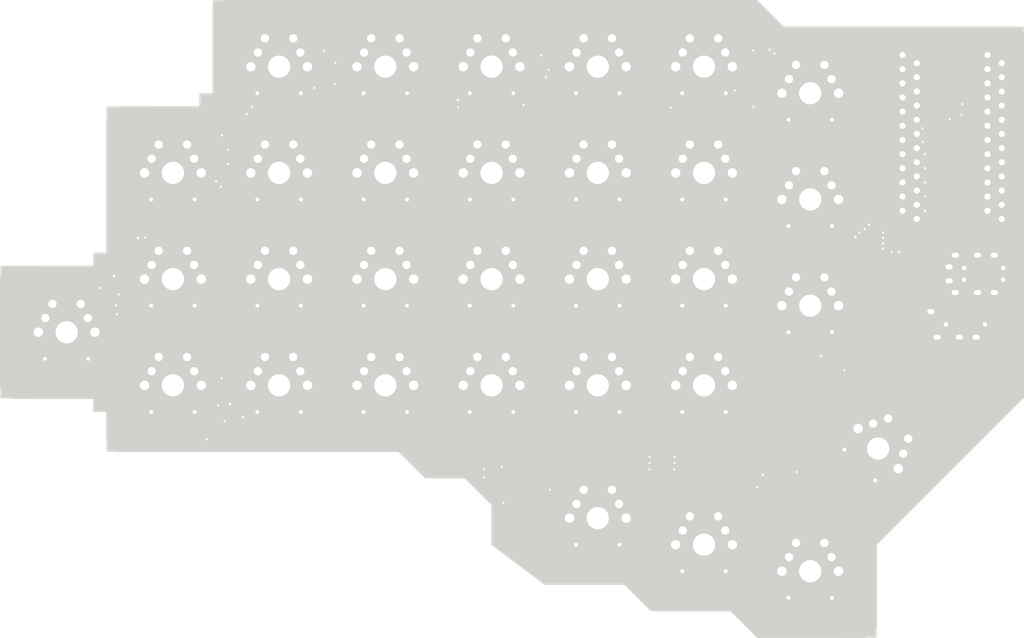
<source format=kicad_pcb>
(kicad_pcb (version 20171130) (host pcbnew 5.1.9)
  (layers (0 F.Cu signal) (31 B.Cu signal) (34 B.Paste user hide) (35 F.Paste user hide) (36 B.SilkS user hide) (37 F.SilkS user hide) (38 B.Mask user hide) (39 F.Mask user hide) (44 Edge.Cuts user))
  (net 0 "")
  (net 1 "Net-(D1-Pad2)")
  (net 2 /row0)
  (net 3 "Net-(D2-Pad2)")
  (net 4 /row1)
  (net 5 "Net-(D3-Pad2)")
  (net 6 /row2)
  (net 7 "Net-(D4-Pad2)")
  (net 8 /row3)
  (net 9 /row4)
  (net 10 "Net-(D6-Pad2)")
  (net 11 "Net-(D7-Pad2)")
  (net 12 "Net-(D8-Pad2)")
  (net 13 "Net-(D9-Pad2)")
  (net 14 "Net-(D10-Pad2)")
  (net 15 "Net-(D11-Pad2)")
  (net 16 "Net-(D12-Pad2)")
  (net 17 "Net-(D13-Pad2)")
  (net 18 "Net-(D14-Pad2)")
  (net 19 "Net-(D15-Pad2)")
  (net 20 "Net-(D16-Pad2)")
  (net 21 "Net-(D17-Pad2)")
  (net 22 "Net-(D18-Pad2)")
  (net 23 "Net-(D19-Pad2)")
  (net 24 "Net-(D20-Pad2)")
  (net 25 "Net-(D21-Pad2)")
  (net 26 "Net-(D22-Pad2)")
  (net 27 "Net-(D23-Pad2)")
  (net 28 "Net-(D24-Pad2)")
  (net 29 "Net-(D25-Pad2)")
  (net 30 "Net-(D26-Pad2)")
  (net 31 "Net-(D27-Pad2)")
  (net 32 "Net-(D28-Pad2)")
  (net 33 "Net-(D29-Pad2)")
  (net 34 "Net-(D31-Pad2)")
  (net 35 /+5V)
  (net 36 /GND)
  (net 37 /ledin)
  (net 38 "Net-(D35-Pad2)")
  (net 39 "Net-(D37-Pad2)")
  (net 40 "Net-(D38-Pad4)")
  (net 41 "Net-(D39-Pad2)")
  (net 42 "Net-(D40-Pad4)")
  (net 43 "Net-(D41-Pad2)")
  (net 44 "Net-(D42-Pad4)")
  (net 45 /col0)
  (net 46 /col1)
  (net 47 /col2)
  (net 48 /col3)
  (net 49 /col4)
  (net 50 /col5)
  (net 51 /col6)
  (net 52 /RST)
  (net 53 "Net-(U1-Pad1)")
  (net 54 /TRRS1)
  (net 55 "Net-(U1-Pad24)")
  (net 56 "Net-(D5-Pad2)")
  (net 57 "Net-(D30-Pad2)")
  (net 58 "Net-(U1-Pad12)")
  (net 59 "Net-(D38-Pad2)")
  (net 60 /SDA-OLED)
  (net 61 /SCL-OLED)
  (module LED_SMD:LED_WS2812B_PLCC4_5.0x5.0mm_P3.2mm (layer F.Cu) (at 155.78442 -28.32136 90)
    (fp_text reference D38 (at 0 -3.5 270) (layer F.SilkS))
    (fp_text value WS2812B)
    (fp_text user 1 (at -4.15 -1.6 270) (layer F.SilkS))
    (pad 3 smd rect (at 2.45 1.6 90) (size 1.5 1) (layers F.Cu F.Paste F.Mask) (net 36 /GND))
    (pad 4 smd rect (at 2.45 -1.6 90) (size 1.5 1) (layers F.Cu F.Paste F.Mask) (net 40 "Net-(D38-Pad4)"))
    (pad 2 smd rect (at -2.45 1.6 90) (size 1.5 1) (layers F.Cu F.Paste F.Mask) (net 59 "Net-(D38-Pad2)"))
    (pad 1 smd rect (at -2.45 -1.6 90) (size 1.5 1) (layers F.Cu F.Paste F.Mask) (net 35 /+5V))
  )
  (module LED_SMD:LED_WS2812B_PLCC4_5.0x5.0mm_P3.2mm (layer F.Cu) (at 105.33442 -29.64136 315)
    (fp_text reference D40 (at 0 -3.5 315) (layer F.SilkS))
    (fp_text value WS2812B)
    (fp_text user 1 (at -4.15 -1.6 315) (layer F.SilkS))
    (pad 1 smd rect (at -2.45 -1.6 315) (size 1.5 1) (layers F.Cu F.Paste F.Mask) (net 35 /+5V))
    (pad 2 smd rect (at -2.45 1.6 315) (size 1.5 1) (layers F.Cu F.Paste F.Mask) (net 40 "Net-(D38-Pad4)"))
    (pad 4 smd rect (at 2.45 -1.6 315) (size 1.5 1) (layers F.Cu F.Paste F.Mask) (net 42 "Net-(D40-Pad4)"))
    (pad 3 smd rect (at 2.45 1.6 315) (size 1.5 1) (layers F.Cu F.Paste F.Mask) (net 36 /GND))
  )
  (module LED_SMD:LED_WS2812B_PLCC4_5.0x5.0mm_P3.2mm (layer F.Cu) (at 57.47442 -40.56136 90)
    (fp_text reference D42 (at 0 -3.5 90) (layer F.SilkS))
    (fp_text value WS2812B)
    (fp_text user 1 (at -4.15 -1.6 90) (layer F.SilkS))
    (pad 3 smd rect (at 2.45 1.6 90) (size 1.5 1) (layers F.Cu F.Paste F.Mask) (net 36 /GND))
    (pad 4 smd rect (at 2.45 -1.6 90) (size 1.5 1) (layers F.Cu F.Paste F.Mask) (net 44 "Net-(D42-Pad4)"))
    (pad 2 smd rect (at -2.45 1.6 90) (size 1.5 1) (layers F.Cu F.Paste F.Mask) (net 42 "Net-(D40-Pad4)"))
    (pad 1 smd rect (at -2.45 -1.6 90) (size 1.5 1) (layers F.Cu F.Paste F.Mask) (net 35 /+5V))
  )
  (module LED_SMD:LED_WS2812B_PLCC4_5.0x5.0mm_P3.2mm (layer F.Cu) (at 37.20442 -60.91136 270)
    (fp_text reference D43 (at 0 -3.5 270) (layer F.SilkS))
    (fp_text value WS2812B)
    (fp_text user 1 (at -4.15 -1.6 270) (layer F.SilkS))
    (pad 1 smd rect (at -2.45 -1.6 270) (size 1.5 1) (layers F.Cu F.Paste F.Mask) (net 35 /+5V))
    (pad 2 smd rect (at -2.45 1.6 270) (size 1.5 1) (layers F.Cu F.Paste F.Mask) (net 44 "Net-(D42-Pad4)"))
    (pad 4 smd rect (at 2.45 -1.6 270) (size 1.5 1) (layers F.Cu F.Paste F.Mask) (net 43 "Net-(D41-Pad2)"))
    (pad 3 smd rect (at 2.45 1.6 270) (size 1.5 1) (layers F.Cu F.Paste F.Mask) (net 36 /GND))
  )
  (module LED_SMD:LED_WS2812B_PLCC4_5.0x5.0mm_P3.2mm (layer F.Cu) (at 57.03442 -87.37136 270)
    (fp_text reference D41 (at 0 -3.5 270) (layer F.SilkS))
    (fp_text value WS2812B)
    (fp_text user 1 (at -4.15 -1.6 270) (layer F.SilkS))
    (pad 3 smd rect (at 2.45 1.6 270) (size 1.5 1) (layers F.Cu F.Paste F.Mask) (net 36 /GND))
    (pad 4 smd rect (at 2.45 -1.6 270) (size 1.5 1) (layers F.Cu F.Paste F.Mask) (net 41 "Net-(D39-Pad2)"))
    (pad 2 smd rect (at -2.45 1.6 270) (size 1.5 1) (layers F.Cu F.Paste F.Mask) (net 43 "Net-(D41-Pad2)"))
    (pad 1 smd rect (at -2.45 -1.6 270) (size 1.5 1) (layers F.Cu F.Paste F.Mask) (net 35 /+5V))
  )
  (module LED_SMD:LED_WS2812B_PLCC4_5.0x5.0mm_P3.2mm (layer F.Cu) (at 76.34442 -99.44136 270)
    (fp_text reference D39 (at 0 -3.5 270) (layer F.SilkS))
    (fp_text value WS2812B)
    (fp_text user 1 (at 0 0.5 270) (layer F.SilkS))
    (pad 1 smd rect (at -2.45 -1.6 270) (size 1.5 1) (layers F.Cu F.Paste F.Mask) (net 35 /+5V))
    (pad 2 smd rect (at -2.45 1.6 270) (size 1.5 1) (layers F.Cu F.Paste F.Mask) (net 41 "Net-(D39-Pad2)"))
    (pad 4 smd rect (at 2.45 -1.6 270) (size 1.5 1) (layers F.Cu F.Paste F.Mask) (net 39 "Net-(D37-Pad2)"))
    (pad 3 smd rect (at 2.45 1.6 270) (size 1.5 1) (layers F.Cu F.Paste F.Mask) (net 36 /GND))
  )
  (module LED_SMD:LED_WS2812B_PLCC4_5.0x5.0mm_P3.2mm (layer F.Cu) (at 114.97442 -97.38136 90)
    (fp_text reference D37 (at 0 -3.5 270) (layer F.SilkS))
    (fp_text value WS2812B)
    (fp_text user 1 (at -0.25 1.75 270) (layer F.SilkS))
    (pad 3 smd rect (at 2.45 1.6 90) (size 1.5 1) (layers F.Cu F.Paste F.Mask) (net 36 /GND))
    (pad 4 smd rect (at 2.45 -1.6 90) (size 1.5 1) (layers F.Cu F.Paste F.Mask) (net 38 "Net-(D35-Pad2)"))
    (pad 2 smd rect (at -2.45 1.6 90) (size 1.5 1) (layers F.Cu F.Paste F.Mask) (net 39 "Net-(D37-Pad2)"))
    (pad 1 smd rect (at -2.45 -1.6 90) (size 1.5 1) (layers F.Cu F.Paste F.Mask) (net 35 /+5V))
  )
  (module LED_SMD:LED_WS2812B_PLCC4_5.0x5.0mm_P3.2mm (layer F.Cu) (at 152.42442 -96.70136 270)
    (fp_text reference D35 (at 0 -3.5 270) (layer F.SilkS))
    (fp_text value WS2812B)
    (fp_text user 1 (at -4.15 -1.6 270) (layer F.SilkS))
    (pad 1 smd rect (at -2.45 -1.6 270) (size 1.5 1) (layers F.Cu F.Paste F.Mask) (net 35 /+5V))
    (pad 2 smd rect (at -2.45 1.6 270) (size 1.5 1) (layers F.Cu F.Paste F.Mask) (net 38 "Net-(D35-Pad2)"))
    (pad 4 smd rect (at 2.45 -1.6 270) (size 1.5 1) (layers F.Cu F.Paste F.Mask) (net 37 /ledin))
    (pad 3 smd rect (at 2.45 1.6 270) (size 1.5 1) (layers F.Cu F.Paste F.Mask) (net 36 /GND))
  )
  (module Keebio-Parts:TRRS-PJ-320A (layer F.Cu) (at 194.95442 -54.23136 270)
    (fp_text reference J1)
    (fp_text value AudioJack4)
    (pad 1 thru_hole oval (at -2.3 11.3 270) (size 1.6 2) (drill oval 0.9 1.3) (layers *.Cu *.Mask))
    (pad 2 thru_hole oval (at 2.3 10.2 270) (size 1.6 2) (drill oval 0.9 1.3) (layers *.Cu *.Mask))
    (pad 4 thru_hole oval (at 2.3 3.2 270) (size 1.6 2) (drill oval 0.9 1.3) (layers *.Cu *.Mask))
    (pad "" np_thru_hole circle (at 0 8.6 270) (size 0.8 0.8) (drill 0.8) (layers *.Cu *.Mask))
    (pad "" np_thru_hole circle (at 0 1.6 270) (size 0.8 0.8) (drill 0.8) (layers *.Cu *.Mask))
    (pad 3 thru_hole oval (at 2.3 6.2 270) (size 1.6 2) (drill oval 0.9 1.3) (layers *.Cu *.Mask))
  )
  (module Button_Switch_SMD:SW_SPST_TL3342 (layer B.Cu) (at 177.17442 -62.24136 90)
    (fp_text reference SW1 (at 0 3.75 270) (layer B.SilkS) (effects (justify mirror)))
    (fp_text value SW_Push_Open_Dual)
    (pad 2 smd rect (at 3.15 -1.9 90) (size 1.7 1) (layers B.Cu B.Paste B.Mask) (net 36 /GND))
    (pad 2 smd rect (at -3.15 -1.9 90) (size 1.7 1) (layers B.Cu B.Paste B.Mask) (net 36 /GND))
    (pad 1 smd rect (at 3.15 1.9 90) (size 1.7 1) (layers B.Cu B.Paste B.Mask) (net 52 /RST))
    (pad 1 smd rect (at -3.15 1.9 90) (size 1.7 1) (layers B.Cu B.Paste B.Mask) (net 52 /RST))
  )
  (module Button_Switch_SMD:SW_SPST_TL3342 (layer F.Cu) (at 178.41442 -62.32136 270)
    (fp_text reference SW1 (at 0 -3.75 90) (layer F.SilkS))
    (fp_text value SW_Push_Open_Dual)
    (pad 1 smd rect (at -3.15 -1.9 270) (size 1.7 1) (layers F.Cu F.Paste F.Mask) (net 52 /RST))
    (pad 1 smd rect (at 3.15 -1.9 270) (size 1.7 1) (layers F.Cu F.Paste F.Mask) (net 52 /RST))
    (pad 2 smd rect (at -3.15 1.9 270) (size 1.7 1) (layers F.Cu F.Paste F.Mask) (net 36 /GND))
    (pad 2 smd rect (at 3.15 1.9 270) (size 1.7 1) (layers F.Cu F.Paste F.Mask) (net 36 /GND))
  )
  (module promicro:ProMicro (layer B.Cu) (at 188.74442 -87.11136 270)
    (fp_text reference U1 hide)
    (fp_text value ProMicro)
    (pad 24 thru_hole circle (at -13.97 7.62 270) (size 1.6 1.6) (drill 1.1) (layers *.Cu *.Mask B.SilkS) (net 55 "Net-(U1-Pad24)"))
    (pad 23 thru_hole circle (at -11.43 7.62 270) (size 1.6 1.6) (drill 1.1) (layers *.Cu *.Mask B.SilkS) (net 36 /GND))
    (pad 22 thru_hole circle (at -8.89 7.62 270) (size 1.6 1.6) (drill 1.1) (layers *.Cu *.Mask B.SilkS) (net 52 /RST))
    (pad 21 thru_hole circle (at -6.35 7.62 270) (size 1.6 1.6) (drill 1.1) (layers *.Cu *.Mask B.SilkS) (net 35 /+5V))
    (pad 20 thru_hole circle (at -3.81 7.62 270) (size 1.6 1.6) (drill 1.1) (layers *.Cu *.Mask B.SilkS) (net 37 /ledin))
    (pad 19 thru_hole circle (at -1.27 7.62 270) (size 1.6 1.6) (drill 1.1) (layers *.Cu *.Mask B.SilkS) (net 51 /col6))
    (pad 18 thru_hole circle (at 1.27 7.62 270) (size 1.6 1.6) (drill 1.1) (layers *.Cu *.Mask B.SilkS) (net 50 /col5))
    (pad 17 thru_hole circle (at 3.81 7.62 270) (size 1.6 1.6) (drill 1.1) (layers *.Cu *.Mask B.SilkS) (net 49 /col4))
    (pad 16 thru_hole circle (at 6.35 7.62 270) (size 1.6 1.6) (drill 1.1) (layers *.Cu *.Mask B.SilkS) (net 48 /col3))
    (pad 15 thru_hole circle (at 8.89 7.62 270) (size 1.6 1.6) (drill 1.1) (layers *.Cu *.Mask B.SilkS) (net 47 /col2))
    (pad 14 thru_hole circle (at 11.43 7.62 270) (size 1.6 1.6) (drill 1.1) (layers *.Cu *.Mask B.SilkS) (net 46 /col1))
    (pad 13 thru_hole circle (at 13.97 7.62 270) (size 1.6 1.6) (drill 1.1) (layers *.Cu *.Mask B.SilkS) (net 45 /col0))
    (pad 12 thru_hole circle (at 13.97 -7.62 270) (size 1.6 1.6) (drill 1.1) (layers *.Cu *.Mask B.SilkS) (net 58 "Net-(U1-Pad12)"))
    (pad 11 thru_hole circle (at 11.43 -7.62 270) (size 1.6 1.6) (drill 1.1) (layers *.Cu *.Mask B.SilkS) (net 9 /row4))
    (pad 10 thru_hole circle (at 8.89 -7.62 270) (size 1.6 1.6) (drill 1.1) (layers *.Cu *.Mask B.SilkS) (net 8 /row3))
    (pad 9 thru_hole circle (at 6.35 -7.62 270) (size 1.6 1.6) (drill 1.1) (layers *.Cu *.Mask B.SilkS) (net 6 /row2))
    (pad 8 thru_hole circle (at 3.81 -7.62 270) (size 1.6 1.6) (drill 1.1) (layers *.Cu *.Mask B.SilkS) (net 4 /row1))
    (pad 7 thru_hole circle (at 1.27 -7.62 270) (size 1.6 1.6) (drill 1.1) (layers *.Cu *.Mask B.SilkS) (net 2 /row0))
    (pad 6 thru_hole circle (at -1.27 -7.62 270) (size 1.6 1.6) (drill 1.1) (layers *.Cu *.Mask B.SilkS) (net 60 /SDA-OLED))
    (pad 5 thru_hole circle (at -3.81 -7.62 270) (size 1.6 1.6) (drill 1.1) (layers *.Cu *.Mask B.SilkS) (net 61 /SCL-OLED))
    (pad 4 thru_hole circle (at -6.35 -7.62 270) (size 1.6 1.6) (drill 1.1) (layers *.Cu *.Mask B.SilkS) (net 36 /GND))
    (pad 3 thru_hole circle (at -8.89 -7.62 270) (size 1.6 1.6) (drill 1.1) (layers *.Cu *.Mask B.SilkS) (net 36 /GND))
    (pad 2 thru_hole circle (at -11.43 -7.62 270) (size 1.6 1.6) (drill 1.1) (layers *.Cu *.Mask B.SilkS) (net 54 /TRRS1))
    (pad 1 thru_hole rect (at -13.97 -7.62 270) (size 1.6 1.6) (drill 1.1) (layers *.Cu *.Mask B.SilkS) (net 53 "Net-(U1-Pad1)"))
  )
  (module Keebio-Parts:TRRS-PJ-320A (layer B.Cu) (at 198.22442 -64.34136 90)
    (fp_text reference J1)
    (fp_text value AudioJack4)
    (pad 1 thru_hole oval (at -2.3 -11.3 90) (size 1.6 2) (drill oval 0.9 1.3) (layers *.Cu *.Mask))
    (pad 2 thru_hole oval (at 2.3 -10.2 90) (size 1.6 2) (drill oval 0.9 1.3) (layers *.Cu *.Mask))
    (pad 4 thru_hole oval (at 2.3 -3.2 90) (size 1.6 2) (drill oval 0.9 1.3) (layers *.Cu *.Mask))
    (pad "" np_thru_hole circle (at 0 -8.6 90) (size 0.8 0.8) (drill 0.8) (layers *.Cu *.Mask))
    (pad "" np_thru_hole circle (at 0 -1.6 90) (size 0.8 0.8) (drill 0.8) (layers *.Cu *.Mask))
    (pad 3 thru_hole oval (at 2.3 -6.2 90) (size 1.6 2) (drill oval 0.9 1.3) (layers *.Cu *.Mask))
  )
  (module keyswitches:SW_MX_reversible (layer F.Cu) (at 142.96442 -14.72136)
    (fp_text reference K26 (at 0 -8.255) (layer F.SilkS))
    (fp_text value KEYSW)
    (fp_text user %R (at 0 -8.255) (layer B.SilkS) (effects (justify mirror)))
    (pad "" np_thru_hole circle (at -5.08 0) (size 1.7018 1.7018) (drill 1.7018) (layers *.Cu *.Mask))
    (pad "" np_thru_hole circle (at 5.08 0) (size 1.7018 1.7018) (drill 1.7018) (layers *.Cu *.Mask))
    (pad 1 thru_hole circle (at -3.81 -2.54) (size 2.286 2.286) (drill 1.4986) (layers *.Cu *.Mask) (net 50 /col5))
    (pad "" np_thru_hole circle (at 0 0) (size 3.9878 3.9878) (drill 3.9878) (layers *.Cu *.Mask))
    (pad 2 thru_hole circle (at 2.54 -5.08) (size 2.286 2.286) (drill 1.4986) (layers *.Cu *.Mask) (net 30 "Net-(D26-Pad2)"))
    (pad 1 thru_hole circle (at -2.54 -5.08) (size 2.286 2.286) (drill 1.4986) (layers *.Cu *.Mask) (net 50 /col5))
    (pad 2 thru_hole circle (at 3.81 -2.54) (size 2.286 2.286) (drill 1.4986) (layers *.Cu *.Mask) (net 30 "Net-(D26-Pad2)"))
  )
  (module keyswitches:SW_MX_reversible (layer F.Cu) (at 142.96442 -100.44636)
    (fp_text reference K22 (at 0 -8.255) (layer F.SilkS))
    (fp_text value KEYSW)
    (fp_text user %R (at 0 -8.255) (layer B.SilkS) (effects (justify mirror)))
    (pad 2 thru_hole circle (at 3.81 -2.54) (size 2.286 2.286) (drill 1.4986) (layers *.Cu *.Mask) (net 26 "Net-(D22-Pad2)"))
    (pad 1 thru_hole circle (at -2.54 -5.08) (size 2.286 2.286) (drill 1.4986) (layers *.Cu *.Mask) (net 50 /col5))
    (pad 2 thru_hole circle (at 2.54 -5.08) (size 2.286 2.286) (drill 1.4986) (layers *.Cu *.Mask) (net 26 "Net-(D22-Pad2)"))
    (pad "" np_thru_hole circle (at 0 0) (size 3.9878 3.9878) (drill 3.9878) (layers *.Cu *.Mask))
    (pad 1 thru_hole circle (at -3.81 -2.54) (size 2.286 2.286) (drill 1.4986) (layers *.Cu *.Mask) (net 50 /col5))
    (pad "" np_thru_hole circle (at 5.08 0) (size 1.7018 1.7018) (drill 1.7018) (layers *.Cu *.Mask))
    (pad "" np_thru_hole circle (at -5.08 0) (size 1.7018 1.7018) (drill 1.7018) (layers *.Cu *.Mask))
  )
  (module keyswitches:SW_MX_reversible (layer F.Cu) (at 47.71442 -81.39636)
    (fp_text reference K1 (at 0 -8.255) (layer F.SilkS))
    (fp_text value KEYSW)
    (fp_text user %R (at 0 -8.255) (layer B.SilkS) (effects (justify mirror)))
    (pad 2 thru_hole circle (at 3.81 -2.54) (size 2.286 2.286) (drill 1.4986) (layers *.Cu *.Mask) (net 1 "Net-(D1-Pad2)"))
    (pad 1 thru_hole circle (at -2.54 -5.08) (size 2.286 2.286) (drill 1.4986) (layers *.Cu *.Mask) (net 45 /col0))
    (pad 2 thru_hole circle (at 2.54 -5.08) (size 2.286 2.286) (drill 1.4986) (layers *.Cu *.Mask) (net 1 "Net-(D1-Pad2)"))
    (pad "" np_thru_hole circle (at 0 0) (size 3.9878 3.9878) (drill 3.9878) (layers *.Cu *.Mask))
    (pad 1 thru_hole circle (at -3.81 -2.54) (size 2.286 2.286) (drill 1.4986) (layers *.Cu *.Mask) (net 45 /col0))
    (pad "" np_thru_hole circle (at 5.08 0) (size 1.7018 1.7018) (drill 1.7018) (layers *.Cu *.Mask))
    (pad "" np_thru_hole circle (at -5.08 0) (size 1.7018 1.7018) (drill 1.7018) (layers *.Cu *.Mask))
  )
  (module keyswitches:SW_MX_reversible (layer F.Cu) (at 47.71442 -43.29636)
    (fp_text reference K3 (at 0 -8.255) (layer F.SilkS))
    (fp_text value KEYSW)
    (fp_text user %R (at 0 -8.255) (layer B.SilkS) (effects (justify mirror)))
    (pad "" np_thru_hole circle (at -5.08 0) (size 1.7018 1.7018) (drill 1.7018) (layers *.Cu *.Mask))
    (pad "" np_thru_hole circle (at 5.08 0) (size 1.7018 1.7018) (drill 1.7018) (layers *.Cu *.Mask))
    (pad 1 thru_hole circle (at -3.81 -2.54) (size 2.286 2.286) (drill 1.4986) (layers *.Cu *.Mask) (net 45 /col0))
    (pad "" np_thru_hole circle (at 0 0) (size 3.9878 3.9878) (drill 3.9878) (layers *.Cu *.Mask))
    (pad 2 thru_hole circle (at 2.54 -5.08) (size 2.286 2.286) (drill 1.4986) (layers *.Cu *.Mask) (net 5 "Net-(D3-Pad2)"))
    (pad 1 thru_hole circle (at -2.54 -5.08) (size 2.286 2.286) (drill 1.4986) (layers *.Cu *.Mask) (net 45 /col0))
    (pad 2 thru_hole circle (at 3.81 -2.54) (size 2.286 2.286) (drill 1.4986) (layers *.Cu *.Mask) (net 5 "Net-(D3-Pad2)"))
  )
  (module keyswitches:SW_MX_reversible (layer F.Cu) (at 85.81442 -62.34636)
    (fp_text reference K11 (at 0 -8.255) (layer F.SilkS))
    (fp_text value KEYSW)
    (fp_text user %R (at 0 -8.255) (layer B.SilkS) (effects (justify mirror)))
    (pad 2 thru_hole circle (at 3.81 -2.54) (size 2.286 2.286) (drill 1.4986) (layers *.Cu *.Mask) (net 15 "Net-(D11-Pad2)"))
    (pad 1 thru_hole circle (at -2.54 -5.08) (size 2.286 2.286) (drill 1.4986) (layers *.Cu *.Mask) (net 47 /col2))
    (pad 2 thru_hole circle (at 2.54 -5.08) (size 2.286 2.286) (drill 1.4986) (layers *.Cu *.Mask) (net 15 "Net-(D11-Pad2)"))
    (pad "" np_thru_hole circle (at 0 0) (size 3.9878 3.9878) (drill 3.9878) (layers *.Cu *.Mask))
    (pad 1 thru_hole circle (at -3.81 -2.54) (size 2.286 2.286) (drill 1.4986) (layers *.Cu *.Mask) (net 47 /col2))
    (pad "" np_thru_hole circle (at 5.08 0) (size 1.7018 1.7018) (drill 1.7018) (layers *.Cu *.Mask))
    (pad "" np_thru_hole circle (at -5.08 0) (size 1.7018 1.7018) (drill 1.7018) (layers *.Cu *.Mask))
  )
  (module promicro:ProMicro (layer F.Cu) (at 186.18442 -88.57136 270)
    (fp_text reference U1 hide)
    (fp_text value ProMicro)
    (pad 1 thru_hole rect (at -13.97 7.62 270) (size 1.6 1.6) (drill 1.1) (layers *.Cu *.Mask F.SilkS) (net 53 "Net-(U1-Pad1)"))
    (pad 2 thru_hole circle (at -11.43 7.62 270) (size 1.6 1.6) (drill 1.1) (layers *.Cu *.Mask F.SilkS) (net 54 /TRRS1))
    (pad 3 thru_hole circle (at -8.89 7.62 270) (size 1.6 1.6) (drill 1.1) (layers *.Cu *.Mask F.SilkS) (net 36 /GND))
    (pad 4 thru_hole circle (at -6.35 7.62 270) (size 1.6 1.6) (drill 1.1) (layers *.Cu *.Mask F.SilkS) (net 36 /GND))
    (pad 5 thru_hole circle (at -3.81 7.62 270) (size 1.6 1.6) (drill 1.1) (layers *.Cu *.Mask F.SilkS) (net 61 /SCL-OLED))
    (pad 6 thru_hole circle (at -1.27 7.62 270) (size 1.6 1.6) (drill 1.1) (layers *.Cu *.Mask F.SilkS) (net 60 /SDA-OLED))
    (pad 7 thru_hole circle (at 1.27 7.62 270) (size 1.6 1.6) (drill 1.1) (layers *.Cu *.Mask F.SilkS) (net 2 /row0))
    (pad 8 thru_hole circle (at 3.81 7.62 270) (size 1.6 1.6) (drill 1.1) (layers *.Cu *.Mask F.SilkS) (net 4 /row1))
    (pad 9 thru_hole circle (at 6.35 7.62 270) (size 1.6 1.6) (drill 1.1) (layers *.Cu *.Mask F.SilkS) (net 6 /row2))
    (pad 10 thru_hole circle (at 8.89 7.62 270) (size 1.6 1.6) (drill 1.1) (layers *.Cu *.Mask F.SilkS) (net 8 /row3))
    (pad 11 thru_hole circle (at 11.43 7.62 270) (size 1.6 1.6) (drill 1.1) (layers *.Cu *.Mask F.SilkS) (net 9 /row4))
    (pad 12 thru_hole circle (at 13.97 7.62 270) (size 1.6 1.6) (drill 1.1) (layers *.Cu *.Mask F.SilkS) (net 58 "Net-(U1-Pad12)"))
    (pad 13 thru_hole circle (at 13.97 -7.62 270) (size 1.6 1.6) (drill 1.1) (layers *.Cu *.Mask F.SilkS) (net 45 /col0))
    (pad 14 thru_hole circle (at 11.43 -7.62 270) (size 1.6 1.6) (drill 1.1) (layers *.Cu *.Mask F.SilkS) (net 46 /col1))
    (pad 15 thru_hole circle (at 8.89 -7.62 270) (size 1.6 1.6) (drill 1.1) (layers *.Cu *.Mask F.SilkS) (net 47 /col2))
    (pad 16 thru_hole circle (at 6.35 -7.62 270) (size 1.6 1.6) (drill 1.1) (layers *.Cu *.Mask F.SilkS) (net 48 /col3))
    (pad 17 thru_hole circle (at 3.81 -7.62 270) (size 1.6 1.6) (drill 1.1) (layers *.Cu *.Mask F.SilkS) (net 49 /col4))
    (pad 18 thru_hole circle (at 1.27 -7.62 270) (size 1.6 1.6) (drill 1.1) (layers *.Cu *.Mask F.SilkS) (net 50 /col5))
    (pad 19 thru_hole circle (at -1.27 -7.62 270) (size 1.6 1.6) (drill 1.1) (layers *.Cu *.Mask F.SilkS) (net 51 /col6))
    (pad 20 thru_hole circle (at -3.81 -7.62 270) (size 1.6 1.6) (drill 1.1) (layers *.Cu *.Mask F.SilkS) (net 37 /ledin))
    (pad 21 thru_hole circle (at -6.35 -7.62 270) (size 1.6 1.6) (drill 1.1) (layers *.Cu *.Mask F.SilkS) (net 35 /+5V))
    (pad 22 thru_hole circle (at -8.89 -7.62 270) (size 1.6 1.6) (drill 1.1) (layers *.Cu *.Mask F.SilkS) (net 52 /RST))
    (pad 23 thru_hole circle (at -11.43 -7.62 270) (size 1.6 1.6) (drill 1.1) (layers *.Cu *.Mask F.SilkS) (net 36 /GND))
    (pad 24 thru_hole circle (at -13.97 -7.62 270) (size 1.6 1.6) (drill 1.1) (layers *.Cu *.Mask F.SilkS) (net 55 "Net-(U1-Pad24)"))
  )
  (module keyboard_parts:D_SOD123_axial (layer F.Cu) (at 47.71442 -76.63386)
    (fp_text reference D1 (at 0 1.925) (layer F.SilkS) (effects (font (size 0.8 0.8))))
    (fp_text value D hide)
    (pad 2 smd rect (at 1.575 0) (size 1.2 1.2) (layers F.Cu F.Paste F.Mask) (net 1 "Net-(D1-Pad2)"))
    (pad 1 smd rect (at -1.575 0) (size 1.2 1.2) (layers F.Cu F.Paste F.Mask) (net 4 /row1))
    (pad 1 thru_hole rect (at -3.9 0) (size 1.6 1.6) (drill 0.7) (layers *.Cu *.Mask F.SilkS) (net 4 /row1))
    (pad 2 thru_hole circle (at 3.9 0) (size 1.6 1.6) (drill 0.7) (layers *.Cu *.Mask F.SilkS) (net 1 "Net-(D1-Pad2)"))
    (pad 1 smd rect (at -2.7 0) (size 2.5 0.5) (layers F.Cu) (net 4 /row1))
    (pad 2 smd rect (at 2.7 0) (size 2.5 0.5) (layers F.Cu) (net 1 "Net-(D1-Pad2)"))
  )
  (module keyboard_parts:D_SOD123_axial (layer F.Cu) (at 47.71442 -57.58386)
    (fp_text reference D2 (at 0 1.925) (layer F.SilkS) (effects (font (size 0.8 0.8))))
    (fp_text value D hide)
    (pad 2 smd rect (at 2.7 0) (size 2.5 0.5) (layers F.Cu) (net 3 "Net-(D2-Pad2)"))
    (pad 1 smd rect (at -2.7 0) (size 2.5 0.5) (layers F.Cu) (net 6 /row2))
    (pad 2 thru_hole circle (at 3.9 0) (size 1.6 1.6) (drill 0.7) (layers *.Cu *.Mask F.SilkS) (net 3 "Net-(D2-Pad2)"))
    (pad 1 thru_hole rect (at -3.9 0) (size 1.6 1.6) (drill 0.7) (layers *.Cu *.Mask F.SilkS) (net 6 /row2))
    (pad 1 smd rect (at -1.575 0) (size 1.2 1.2) (layers F.Cu F.Paste F.Mask) (net 6 /row2))
    (pad 2 smd rect (at 1.575 0) (size 1.2 1.2) (layers F.Cu F.Paste F.Mask) (net 3 "Net-(D2-Pad2)"))
  )
  (module keyboard_parts:D_SOD123_axial (layer F.Cu) (at 47.71442 -38.53386)
    (fp_text reference D3 (at 0 1.925) (layer F.SilkS) (effects (font (size 0.8 0.8))))
    (fp_text value D hide)
    (pad 2 smd rect (at 2.7 0) (size 2.5 0.5) (layers F.Cu) (net 5 "Net-(D3-Pad2)"))
    (pad 1 smd rect (at -2.7 0) (size 2.5 0.5) (layers F.Cu) (net 8 /row3))
    (pad 2 thru_hole circle (at 3.9 0) (size 1.6 1.6) (drill 0.7) (layers *.Cu *.Mask F.SilkS) (net 5 "Net-(D3-Pad2)"))
    (pad 1 thru_hole rect (at -3.9 0) (size 1.6 1.6) (drill 0.7) (layers *.Cu *.Mask F.SilkS) (net 8 /row3))
    (pad 1 smd rect (at -1.575 0) (size 1.2 1.2) (layers F.Cu F.Paste F.Mask) (net 8 /row3))
    (pad 2 smd rect (at 1.575 0) (size 1.2 1.2) (layers F.Cu F.Paste F.Mask) (net 5 "Net-(D3-Pad2)"))
  )
  (module keyboard_parts:D_SOD123_axial (layer F.Cu) (at 28.66442 -48.05886)
    (fp_text reference D4 (at 0 1.925) (layer F.SilkS) (effects (font (size 0.8 0.8))))
    (fp_text value D hide)
    (pad 2 smd rect (at 2.7 0) (size 2.5 0.5) (layers F.Cu) (net 7 "Net-(D4-Pad2)"))
    (pad 1 smd rect (at -2.7 0) (size 2.5 0.5) (layers F.Cu) (net 9 /row4))
    (pad 2 thru_hole circle (at 3.9 0) (size 1.6 1.6) (drill 0.7) (layers *.Cu *.Mask F.SilkS) (net 7 "Net-(D4-Pad2)"))
    (pad 1 thru_hole rect (at -3.9 0) (size 1.6 1.6) (drill 0.7) (layers *.Cu *.Mask F.SilkS) (net 9 /row4))
    (pad 1 smd rect (at -1.575 0) (size 1.2 1.2) (layers F.Cu F.Paste F.Mask) (net 9 /row4))
    (pad 2 smd rect (at 1.575 0) (size 1.2 1.2) (layers F.Cu F.Paste F.Mask) (net 7 "Net-(D4-Pad2)"))
  )
  (module keyboard_parts:D_SOD123_axial (layer F.Cu) (at 66.76442 -76.63386)
    (fp_text reference D6 (at 0 1.925) (layer F.SilkS) (effects (font (size 0.8 0.8))))
    (fp_text value D hide)
    (pad 2 smd rect (at 2.7 0) (size 2.5 0.5) (layers F.Cu) (net 10 "Net-(D6-Pad2)"))
    (pad 1 smd rect (at -2.7 0) (size 2.5 0.5) (layers F.Cu) (net 4 /row1))
    (pad 2 thru_hole circle (at 3.9 0) (size 1.6 1.6) (drill 0.7) (layers *.Cu *.Mask F.SilkS) (net 10 "Net-(D6-Pad2)"))
    (pad 1 thru_hole rect (at -3.9 0) (size 1.6 1.6) (drill 0.7) (layers *.Cu *.Mask F.SilkS) (net 4 /row1))
    (pad 1 smd rect (at -1.575 0) (size 1.2 1.2) (layers F.Cu F.Paste F.Mask) (net 4 /row1))
    (pad 2 smd rect (at 1.575 0) (size 1.2 1.2) (layers F.Cu F.Paste F.Mask) (net 10 "Net-(D6-Pad2)"))
  )
  (module keyboard_parts:D_SOD123_axial (layer F.Cu) (at 66.76442 -57.58386)
    (fp_text reference D7 (at 0 1.925) (layer F.SilkS) (effects (font (size 0.8 0.8))))
    (fp_text value D hide)
    (pad 2 smd rect (at 1.575 0) (size 1.2 1.2) (layers F.Cu F.Paste F.Mask) (net 11 "Net-(D7-Pad2)"))
    (pad 1 smd rect (at -1.575 0) (size 1.2 1.2) (layers F.Cu F.Paste F.Mask) (net 6 /row2))
    (pad 1 thru_hole rect (at -3.9 0) (size 1.6 1.6) (drill 0.7) (layers *.Cu *.Mask F.SilkS) (net 6 /row2))
    (pad 2 thru_hole circle (at 3.9 0) (size 1.6 1.6) (drill 0.7) (layers *.Cu *.Mask F.SilkS) (net 11 "Net-(D7-Pad2)"))
    (pad 1 smd rect (at -2.7 0) (size 2.5 0.5) (layers F.Cu) (net 6 /row2))
    (pad 2 smd rect (at 2.7 0) (size 2.5 0.5) (layers F.Cu) (net 11 "Net-(D7-Pad2)"))
  )
  (module keyboard_parts:D_SOD123_axial (layer F.Cu) (at 66.76442 -38.53386)
    (fp_text reference D8 (at 0 1.925) (layer F.SilkS) (effects (font (size 0.8 0.8))))
    (fp_text value D hide)
    (pad 2 smd rect (at 1.575 0) (size 1.2 1.2) (layers F.Cu F.Paste F.Mask) (net 12 "Net-(D8-Pad2)"))
    (pad 1 smd rect (at -1.575 0) (size 1.2 1.2) (layers F.Cu F.Paste F.Mask) (net 8 /row3))
    (pad 1 thru_hole rect (at -3.9 0) (size 1.6 1.6) (drill 0.7) (layers *.Cu *.Mask F.SilkS) (net 8 /row3))
    (pad 2 thru_hole circle (at 3.9 0) (size 1.6 1.6) (drill 0.7) (layers *.Cu *.Mask F.SilkS) (net 12 "Net-(D8-Pad2)"))
    (pad 1 smd rect (at -2.7 0) (size 2.5 0.5) (layers F.Cu) (net 8 /row3))
    (pad 2 smd rect (at 2.7 0) (size 2.5 0.5) (layers F.Cu) (net 12 "Net-(D8-Pad2)"))
  )
  (module keyboard_parts:D_SOD123_axial (layer F.Cu) (at 85.81442 -95.68386)
    (fp_text reference D9 (at 0 1.925) (layer F.SilkS) (effects (font (size 0.8 0.8))))
    (fp_text value D hide)
    (pad 2 smd rect (at 1.575 0) (size 1.2 1.2) (layers F.Cu F.Paste F.Mask) (net 13 "Net-(D9-Pad2)"))
    (pad 1 smd rect (at -1.575 0) (size 1.2 1.2) (layers F.Cu F.Paste F.Mask) (net 2 /row0))
    (pad 1 thru_hole rect (at -3.9 0) (size 1.6 1.6) (drill 0.7) (layers *.Cu *.Mask F.SilkS) (net 2 /row0))
    (pad 2 thru_hole circle (at 3.9 0) (size 1.6 1.6) (drill 0.7) (layers *.Cu *.Mask F.SilkS) (net 13 "Net-(D9-Pad2)"))
    (pad 1 smd rect (at -2.7 0) (size 2.5 0.5) (layers F.Cu) (net 2 /row0))
    (pad 2 smd rect (at 2.7 0) (size 2.5 0.5) (layers F.Cu) (net 13 "Net-(D9-Pad2)"))
  )
  (module keyboard_parts:D_SOD123_axial (layer F.Cu) (at 85.81442 -76.63386)
    (fp_text reference D10 (at 0 1.925) (layer F.SilkS) (effects (font (size 0.8 0.8))))
    (fp_text value D hide)
    (pad 2 smd rect (at 2.7 0) (size 2.5 0.5) (layers F.Cu) (net 14 "Net-(D10-Pad2)"))
    (pad 1 smd rect (at -2.7 0) (size 2.5 0.5) (layers F.Cu) (net 4 /row1))
    (pad 2 thru_hole circle (at 3.9 0) (size 1.6 1.6) (drill 0.7) (layers *.Cu *.Mask F.SilkS) (net 14 "Net-(D10-Pad2)"))
    (pad 1 thru_hole rect (at -3.9 0) (size 1.6 1.6) (drill 0.7) (layers *.Cu *.Mask F.SilkS) (net 4 /row1))
    (pad 1 smd rect (at -1.575 0) (size 1.2 1.2) (layers F.Cu F.Paste F.Mask) (net 4 /row1))
    (pad 2 smd rect (at 1.575 0) (size 1.2 1.2) (layers F.Cu F.Paste F.Mask) (net 14 "Net-(D10-Pad2)"))
  )
  (module keyboard_parts:D_SOD123_axial (layer F.Cu) (at 85.81442 -57.58386)
    (fp_text reference D11 (at 0 1.925) (layer F.SilkS) (effects (font (size 0.8 0.8))))
    (fp_text value D hide)
    (pad 2 smd rect (at 2.7 0) (size 2.5 0.5) (layers F.Cu) (net 15 "Net-(D11-Pad2)"))
    (pad 1 smd rect (at -2.7 0) (size 2.5 0.5) (layers F.Cu) (net 6 /row2))
    (pad 2 thru_hole circle (at 3.9 0) (size 1.6 1.6) (drill 0.7) (layers *.Cu *.Mask F.SilkS) (net 15 "Net-(D11-Pad2)"))
    (pad 1 thru_hole rect (at -3.9 0) (size 1.6 1.6) (drill 0.7) (layers *.Cu *.Mask F.SilkS) (net 6 /row2))
    (pad 1 smd rect (at -1.575 0) (size 1.2 1.2) (layers F.Cu F.Paste F.Mask) (net 6 /row2))
    (pad 2 smd rect (at 1.575 0) (size 1.2 1.2) (layers F.Cu F.Paste F.Mask) (net 15 "Net-(D11-Pad2)"))
  )
  (module keyboard_parts:D_SOD123_axial (layer F.Cu) (at 85.81442 -38.53386)
    (fp_text reference D12 (at 0 1.925) (layer F.SilkS) (effects (font (size 0.8 0.8))))
    (fp_text value D hide)
    (pad 2 smd rect (at 1.575 0) (size 1.2 1.2) (layers F.Cu F.Paste F.Mask) (net 16 "Net-(D12-Pad2)"))
    (pad 1 smd rect (at -1.575 0) (size 1.2 1.2) (layers F.Cu F.Paste F.Mask) (net 8 /row3))
    (pad 1 thru_hole rect (at -3.9 0) (size 1.6 1.6) (drill 0.7) (layers *.Cu *.Mask F.SilkS) (net 8 /row3))
    (pad 2 thru_hole circle (at 3.9 0) (size 1.6 1.6) (drill 0.7) (layers *.Cu *.Mask F.SilkS) (net 16 "Net-(D12-Pad2)"))
    (pad 1 smd rect (at -2.7 0) (size 2.5 0.5) (layers F.Cu) (net 8 /row3))
    (pad 2 smd rect (at 2.7 0) (size 2.5 0.5) (layers F.Cu) (net 16 "Net-(D12-Pad2)"))
  )
  (module keyboard_parts:D_SOD123_axial (layer F.Cu) (at 104.86442 -95.68386)
    (fp_text reference D13 (at 0 1.925) (layer F.SilkS) (effects (font (size 0.8 0.8))))
    (fp_text value D hide)
    (pad 2 smd rect (at 1.575 0) (size 1.2 1.2) (layers F.Cu F.Paste F.Mask) (net 17 "Net-(D13-Pad2)"))
    (pad 1 smd rect (at -1.575 0) (size 1.2 1.2) (layers F.Cu F.Paste F.Mask) (net 2 /row0))
    (pad 1 thru_hole rect (at -3.9 0) (size 1.6 1.6) (drill 0.7) (layers *.Cu *.Mask F.SilkS) (net 2 /row0))
    (pad 2 thru_hole circle (at 3.9 0) (size 1.6 1.6) (drill 0.7) (layers *.Cu *.Mask F.SilkS) (net 17 "Net-(D13-Pad2)"))
    (pad 1 smd rect (at -2.7 0) (size 2.5 0.5) (layers F.Cu) (net 2 /row0))
    (pad 2 smd rect (at 2.7 0) (size 2.5 0.5) (layers F.Cu) (net 17 "Net-(D13-Pad2)"))
  )
  (module keyboard_parts:D_SOD123_axial (layer F.Cu) (at 104.86442 -76.63386)
    (fp_text reference D14 (at 0 1.925) (layer F.SilkS) (effects (font (size 0.8 0.8))))
    (fp_text value D hide)
    (pad 2 smd rect (at 2.7 0) (size 2.5 0.5) (layers F.Cu) (net 18 "Net-(D14-Pad2)"))
    (pad 1 smd rect (at -2.7 0) (size 2.5 0.5) (layers F.Cu) (net 4 /row1))
    (pad 2 thru_hole circle (at 3.9 0) (size 1.6 1.6) (drill 0.7) (layers *.Cu *.Mask F.SilkS) (net 18 "Net-(D14-Pad2)"))
    (pad 1 thru_hole rect (at -3.9 0) (size 1.6 1.6) (drill 0.7) (layers *.Cu *.Mask F.SilkS) (net 4 /row1))
    (pad 1 smd rect (at -1.575 0) (size 1.2 1.2) (layers F.Cu F.Paste F.Mask) (net 4 /row1))
    (pad 2 smd rect (at 1.575 0) (size 1.2 1.2) (layers F.Cu F.Paste F.Mask) (net 18 "Net-(D14-Pad2)"))
  )
  (module keyboard_parts:D_SOD123_axial (layer F.Cu) (at 104.86442 -57.58386)
    (fp_text reference D15 (at 0 1.925) (layer F.SilkS) (effects (font (size 0.8 0.8))))
    (fp_text value D hide)
    (pad 2 smd rect (at 2.7 0) (size 2.5 0.5) (layers F.Cu) (net 19 "Net-(D15-Pad2)"))
    (pad 1 smd rect (at -2.7 0) (size 2.5 0.5) (layers F.Cu) (net 6 /row2))
    (pad 2 thru_hole circle (at 3.9 0) (size 1.6 1.6) (drill 0.7) (layers *.Cu *.Mask F.SilkS) (net 19 "Net-(D15-Pad2)"))
    (pad 1 thru_hole rect (at -3.9 0) (size 1.6 1.6) (drill 0.7) (layers *.Cu *.Mask F.SilkS) (net 6 /row2))
    (pad 1 smd rect (at -1.575 0) (size 1.2 1.2) (layers F.Cu F.Paste F.Mask) (net 6 /row2))
    (pad 2 smd rect (at 1.575 0) (size 1.2 1.2) (layers F.Cu F.Paste F.Mask) (net 19 "Net-(D15-Pad2)"))
  )
  (module keyboard_parts:D_SOD123_axial (layer F.Cu) (at 104.86442 -38.53386)
    (fp_text reference D16 (at 0 1.925) (layer F.SilkS) (effects (font (size 0.8 0.8))))
    (fp_text value D hide)
    (pad 2 smd rect (at 1.575 0) (size 1.2 1.2) (layers F.Cu F.Paste F.Mask) (net 20 "Net-(D16-Pad2)"))
    (pad 1 smd rect (at -1.575 0) (size 1.2 1.2) (layers F.Cu F.Paste F.Mask) (net 8 /row3))
    (pad 1 thru_hole rect (at -3.9 0) (size 1.6 1.6) (drill 0.7) (layers *.Cu *.Mask F.SilkS) (net 8 /row3))
    (pad 2 thru_hole circle (at 3.9 0) (size 1.6 1.6) (drill 0.7) (layers *.Cu *.Mask F.SilkS) (net 20 "Net-(D16-Pad2)"))
    (pad 1 smd rect (at -2.7 0) (size 2.5 0.5) (layers F.Cu) (net 8 /row3))
    (pad 2 smd rect (at 2.7 0) (size 2.5 0.5) (layers F.Cu) (net 20 "Net-(D16-Pad2)"))
  )
  (module keyboard_parts:D_SOD123_axial (layer F.Cu) (at 123.91442 -95.68386)
    (fp_text reference D17 (at 0 1.925) (layer F.SilkS) (effects (font (size 0.8 0.8))))
    (fp_text value D hide)
    (pad 2 smd rect (at 1.575 0) (size 1.2 1.2) (layers F.Cu F.Paste F.Mask) (net 21 "Net-(D17-Pad2)"))
    (pad 1 smd rect (at -1.575 0) (size 1.2 1.2) (layers F.Cu F.Paste F.Mask) (net 2 /row0))
    (pad 1 thru_hole rect (at -3.9 0) (size 1.6 1.6) (drill 0.7) (layers *.Cu *.Mask F.SilkS) (net 2 /row0))
    (pad 2 thru_hole circle (at 3.9 0) (size 1.6 1.6) (drill 0.7) (layers *.Cu *.Mask F.SilkS) (net 21 "Net-(D17-Pad2)"))
    (pad 1 smd rect (at -2.7 0) (size 2.5 0.5) (layers F.Cu) (net 2 /row0))
    (pad 2 smd rect (at 2.7 0) (size 2.5 0.5) (layers F.Cu) (net 21 "Net-(D17-Pad2)"))
  )
  (module keyboard_parts:D_SOD123_axial (layer F.Cu) (at 123.91442 -76.63386)
    (fp_text reference D18 (at 0 1.925) (layer F.SilkS) (effects (font (size 0.8 0.8))))
    (fp_text value D hide)
    (pad 2 smd rect (at 2.7 0) (size 2.5 0.5) (layers F.Cu) (net 22 "Net-(D18-Pad2)"))
    (pad 1 smd rect (at -2.7 0) (size 2.5 0.5) (layers F.Cu) (net 4 /row1))
    (pad 2 thru_hole circle (at 3.9 0) (size 1.6 1.6) (drill 0.7) (layers *.Cu *.Mask F.SilkS) (net 22 "Net-(D18-Pad2)"))
    (pad 1 thru_hole rect (at -3.9 0) (size 1.6 1.6) (drill 0.7) (layers *.Cu *.Mask F.SilkS) (net 4 /row1))
    (pad 1 smd rect (at -1.575 0) (size 1.2 1.2) (layers F.Cu F.Paste F.Mask) (net 4 /row1))
    (pad 2 smd rect (at 1.575 0) (size 1.2 1.2) (layers F.Cu F.Paste F.Mask) (net 22 "Net-(D18-Pad2)"))
  )
  (module keyboard_parts:D_SOD123_axial (layer F.Cu) (at 123.91442 -57.58386)
    (fp_text reference D19 (at 0 1.925) (layer F.SilkS) (effects (font (size 0.8 0.8))))
    (fp_text value D hide)
    (pad 2 smd rect (at 1.575 0) (size 1.2 1.2) (layers F.Cu F.Paste F.Mask) (net 23 "Net-(D19-Pad2)"))
    (pad 1 smd rect (at -1.575 0) (size 1.2 1.2) (layers F.Cu F.Paste F.Mask) (net 6 /row2))
    (pad 1 thru_hole rect (at -3.9 0) (size 1.6 1.6) (drill 0.7) (layers *.Cu *.Mask F.SilkS) (net 6 /row2))
    (pad 2 thru_hole circle (at 3.9 0) (size 1.6 1.6) (drill 0.7) (layers *.Cu *.Mask F.SilkS) (net 23 "Net-(D19-Pad2)"))
    (pad 1 smd rect (at -2.7 0) (size 2.5 0.5) (layers F.Cu) (net 6 /row2))
    (pad 2 smd rect (at 2.7 0) (size 2.5 0.5) (layers F.Cu) (net 23 "Net-(D19-Pad2)"))
  )
  (module keyboard_parts:D_SOD123_axial (layer F.Cu) (at 123.91442 -38.53386)
    (fp_text reference D20 (at 0 1.925) (layer F.SilkS) (effects (font (size 0.8 0.8))))
    (fp_text value D hide)
    (pad 2 smd rect (at 1.575 0) (size 1.2 1.2) (layers F.Cu F.Paste F.Mask) (net 24 "Net-(D20-Pad2)"))
    (pad 1 smd rect (at -1.575 0) (size 1.2 1.2) (layers F.Cu F.Paste F.Mask) (net 8 /row3))
    (pad 1 thru_hole rect (at -3.9 0) (size 1.6 1.6) (drill 0.7) (layers *.Cu *.Mask F.SilkS) (net 8 /row3))
    (pad 2 thru_hole circle (at 3.9 0) (size 1.6 1.6) (drill 0.7) (layers *.Cu *.Mask F.SilkS) (net 24 "Net-(D20-Pad2)"))
    (pad 1 smd rect (at -2.7 0) (size 2.5 0.5) (layers F.Cu) (net 8 /row3))
    (pad 2 smd rect (at 2.7 0) (size 2.5 0.5) (layers F.Cu) (net 24 "Net-(D20-Pad2)"))
  )
  (module keyboard_parts:D_SOD123_axial (layer F.Cu) (at 123.91442 -14.72136)
    (fp_text reference D21 (at 0 1.925) (layer F.SilkS) (effects (font (size 0.8 0.8))))
    (fp_text value D hide)
    (pad 2 smd rect (at 2.7 0) (size 2.5 0.5) (layers F.Cu) (net 25 "Net-(D21-Pad2)"))
    (pad 1 smd rect (at -2.7 0) (size 2.5 0.5) (layers F.Cu) (net 9 /row4))
    (pad 2 thru_hole circle (at 3.9 0) (size 1.6 1.6) (drill 0.7) (layers *.Cu *.Mask F.SilkS) (net 25 "Net-(D21-Pad2)"))
    (pad 1 thru_hole rect (at -3.9 0) (size 1.6 1.6) (drill 0.7) (layers *.Cu *.Mask F.SilkS) (net 9 /row4))
    (pad 1 smd rect (at -1.575 0) (size 1.2 1.2) (layers F.Cu F.Paste F.Mask) (net 9 /row4))
    (pad 2 smd rect (at 1.575 0) (size 1.2 1.2) (layers F.Cu F.Paste F.Mask) (net 25 "Net-(D21-Pad2)"))
  )
  (module keyboard_parts:D_SOD123_axial (layer F.Cu) (at 142.96442 -95.68386)
    (fp_text reference D22 (at 0 1.925) (layer F.SilkS) (effects (font (size 0.8 0.8))))
    (fp_text value D hide)
    (pad 2 smd rect (at 1.575 0) (size 1.2 1.2) (layers F.Cu F.Paste F.Mask) (net 26 "Net-(D22-Pad2)"))
    (pad 1 smd rect (at -1.575 0) (size 1.2 1.2) (layers F.Cu F.Paste F.Mask) (net 2 /row0))
    (pad 1 thru_hole rect (at -3.9 0) (size 1.6 1.6) (drill 0.7) (layers *.Cu *.Mask F.SilkS) (net 2 /row0))
    (pad 2 thru_hole circle (at 3.9 0) (size 1.6 1.6) (drill 0.7) (layers *.Cu *.Mask F.SilkS) (net 26 "Net-(D22-Pad2)"))
    (pad 1 smd rect (at -2.7 0) (size 2.5 0.5) (layers F.Cu) (net 2 /row0))
    (pad 2 smd rect (at 2.7 0) (size 2.5 0.5) (layers F.Cu) (net 26 "Net-(D22-Pad2)"))
  )
  (module keyboard_parts:D_SOD123_axial (layer F.Cu) (at 142.96442 -76.63386)
    (fp_text reference D23 (at 0 1.925) (layer F.SilkS) (effects (font (size 0.8 0.8))))
    (fp_text value D hide)
    (pad 2 smd rect (at 2.7 0) (size 2.5 0.5) (layers F.Cu) (net 27 "Net-(D23-Pad2)"))
    (pad 1 smd rect (at -2.7 0) (size 2.5 0.5) (layers F.Cu) (net 4 /row1))
    (pad 2 thru_hole circle (at 3.9 0) (size 1.6 1.6) (drill 0.7) (layers *.Cu *.Mask F.SilkS) (net 27 "Net-(D23-Pad2)"))
    (pad 1 thru_hole rect (at -3.9 0) (size 1.6 1.6) (drill 0.7) (layers *.Cu *.Mask F.SilkS) (net 4 /row1))
    (pad 1 smd rect (at -1.575 0) (size 1.2 1.2) (layers F.Cu F.Paste F.Mask) (net 4 /row1))
    (pad 2 smd rect (at 1.575 0) (size 1.2 1.2) (layers F.Cu F.Paste F.Mask) (net 27 "Net-(D23-Pad2)"))
  )
  (module keyboard_parts:D_SOD123_axial (layer F.Cu) (at 142.96442 -57.58386)
    (fp_text reference D24 (at 0 1.925) (layer F.SilkS) (effects (font (size 0.8 0.8))))
    (fp_text value D hide)
    (pad 2 smd rect (at 1.575 0) (size 1.2 1.2) (layers F.Cu F.Paste F.Mask) (net 28 "Net-(D24-Pad2)"))
    (pad 1 smd rect (at -1.575 0) (size 1.2 1.2) (layers F.Cu F.Paste F.Mask) (net 6 /row2))
    (pad 1 thru_hole rect (at -3.9 0) (size 1.6 1.6) (drill 0.7) (layers *.Cu *.Mask F.SilkS) (net 6 /row2))
    (pad 2 thru_hole circle (at 3.9 0) (size 1.6 1.6) (drill 0.7) (layers *.Cu *.Mask F.SilkS) (net 28 "Net-(D24-Pad2)"))
    (pad 1 smd rect (at -2.7 0) (size 2.5 0.5) (layers F.Cu) (net 6 /row2))
    (pad 2 smd rect (at 2.7 0) (size 2.5 0.5) (layers F.Cu) (net 28 "Net-(D24-Pad2)"))
  )
  (module keyboard_parts:D_SOD123_axial (layer F.Cu) (at 142.96442 -38.53386)
    (fp_text reference D25 (at 0 1.925) (layer F.SilkS) (effects (font (size 0.8 0.8))))
    (fp_text value D hide)
    (pad 2 smd rect (at 2.7 0) (size 2.5 0.5) (layers F.Cu) (net 29 "Net-(D25-Pad2)"))
    (pad 1 smd rect (at -2.7 0) (size 2.5 0.5) (layers F.Cu) (net 8 /row3))
    (pad 2 thru_hole circle (at 3.9 0) (size 1.6 1.6) (drill 0.7) (layers *.Cu *.Mask F.SilkS) (net 29 "Net-(D25-Pad2)"))
    (pad 1 thru_hole rect (at -3.9 0) (size 1.6 1.6) (drill 0.7) (layers *.Cu *.Mask F.SilkS) (net 8 /row3))
    (pad 1 smd rect (at -1.575 0) (size 1.2 1.2) (layers F.Cu F.Paste F.Mask) (net 8 /row3))
    (pad 2 smd rect (at 1.575 0) (size 1.2 1.2) (layers F.Cu F.Paste F.Mask) (net 29 "Net-(D25-Pad2)"))
  )
  (module keyboard_parts:D_SOD123_axial (layer F.Cu) (at 142.96442 -9.95886)
    (fp_text reference D26 (at 0 1.925) (layer F.SilkS) (effects (font (size 0.8 0.8))))
    (fp_text value D hide)
    (pad 2 smd rect (at 1.575 0) (size 1.2 1.2) (layers F.Cu F.Paste F.Mask) (net 30 "Net-(D26-Pad2)"))
    (pad 1 smd rect (at -1.575 0) (size 1.2 1.2) (layers F.Cu F.Paste F.Mask) (net 9 /row4))
    (pad 1 thru_hole rect (at -3.9 0) (size 1.6 1.6) (drill 0.7) (layers *.Cu *.Mask F.SilkS) (net 9 /row4))
    (pad 2 thru_hole circle (at 3.9 0) (size 1.6 1.6) (drill 0.7) (layers *.Cu *.Mask F.SilkS) (net 30 "Net-(D26-Pad2)"))
    (pad 1 smd rect (at -2.7 0) (size 2.5 0.5) (layers F.Cu) (net 9 /row4))
    (pad 2 smd rect (at 2.7 0) (size 2.5 0.5) (layers F.Cu) (net 30 "Net-(D26-Pad2)"))
  )
  (module keyboard_parts:D_SOD123_axial (layer F.Cu) (at 162.01442 -90.92136)
    (fp_text reference D27 (at 0 1.925) (layer F.SilkS) (effects (font (size 0.8 0.8))))
    (fp_text value D hide)
    (pad 2 smd rect (at 2.7 0) (size 2.5 0.5) (layers F.Cu) (net 31 "Net-(D27-Pad2)"))
    (pad 1 smd rect (at -2.7 0) (size 2.5 0.5) (layers F.Cu) (net 2 /row0))
    (pad 2 thru_hole circle (at 3.9 0) (size 1.6 1.6) (drill 0.7) (layers *.Cu *.Mask F.SilkS) (net 31 "Net-(D27-Pad2)"))
    (pad 1 thru_hole rect (at -3.9 0) (size 1.6 1.6) (drill 0.7) (layers *.Cu *.Mask F.SilkS) (net 2 /row0))
    (pad 1 smd rect (at -1.575 0) (size 1.2 1.2) (layers F.Cu F.Paste F.Mask) (net 2 /row0))
    (pad 2 smd rect (at 1.575 0) (size 1.2 1.2) (layers F.Cu F.Paste F.Mask) (net 31 "Net-(D27-Pad2)"))
  )
  (module keyboard_parts:D_SOD123_axial (layer F.Cu) (at 162.01442 -71.87136)
    (fp_text reference D28 (at 0 1.925) (layer F.SilkS) (effects (font (size 0.8 0.8))))
    (fp_text value D hide)
    (pad 2 smd rect (at 1.575 0) (size 1.2 1.2) (layers F.Cu F.Paste F.Mask) (net 32 "Net-(D28-Pad2)"))
    (pad 1 smd rect (at -1.575 0) (size 1.2 1.2) (layers F.Cu F.Paste F.Mask) (net 4 /row1))
    (pad 1 thru_hole rect (at -3.9 0) (size 1.6 1.6) (drill 0.7) (layers *.Cu *.Mask F.SilkS) (net 4 /row1))
    (pad 2 thru_hole circle (at 3.9 0) (size 1.6 1.6) (drill 0.7) (layers *.Cu *.Mask F.SilkS) (net 32 "Net-(D28-Pad2)"))
    (pad 1 smd rect (at -2.7 0) (size 2.5 0.5) (layers F.Cu) (net 4 /row1))
    (pad 2 smd rect (at 2.7 0) (size 2.5 0.5) (layers F.Cu) (net 32 "Net-(D28-Pad2)"))
  )
  (module keyboard_parts:D_SOD123_axial (layer F.Cu) (at 162.01442 -52.82136)
    (fp_text reference D29 (at 0 1.925) (layer F.SilkS) (effects (font (size 0.8 0.8))))
    (fp_text value D hide)
    (pad 2 smd rect (at 2.7 0) (size 2.5 0.5) (layers F.Cu) (net 33 "Net-(D29-Pad2)"))
    (pad 1 smd rect (at -2.7 0) (size 2.5 0.5) (layers F.Cu) (net 6 /row2))
    (pad 2 thru_hole circle (at 3.9 0) (size 1.6 1.6) (drill 0.7) (layers *.Cu *.Mask F.SilkS) (net 33 "Net-(D29-Pad2)"))
    (pad 1 thru_hole rect (at -3.9 0) (size 1.6 1.6) (drill 0.7) (layers *.Cu *.Mask F.SilkS) (net 6 /row2))
    (pad 1 smd rect (at -1.575 0) (size 1.2 1.2) (layers F.Cu F.Paste F.Mask) (net 6 /row2))
    (pad 2 smd rect (at 1.575 0) (size 1.2 1.2) (layers F.Cu F.Paste F.Mask) (net 33 "Net-(D29-Pad2)"))
  )
  (module keyboard_parts:D_SOD123_axial (layer F.Cu) (at 162.01442 -5.19636)
    (fp_text reference D31 (at 0 1.925) (layer F.SilkS) (effects (font (size 0.8 0.8))))
    (fp_text value D hide)
    (pad 2 smd rect (at 1.575 0) (size 1.2 1.2) (layers F.Cu F.Paste F.Mask) (net 34 "Net-(D31-Pad2)"))
    (pad 1 smd rect (at -1.575 0) (size 1.2 1.2) (layers F.Cu F.Paste F.Mask) (net 9 /row4))
    (pad 1 thru_hole rect (at -3.9 0) (size 1.6 1.6) (drill 0.7) (layers *.Cu *.Mask F.SilkS) (net 9 /row4))
    (pad 2 thru_hole circle (at 3.9 0) (size 1.6 1.6) (drill 0.7) (layers *.Cu *.Mask F.SilkS) (net 34 "Net-(D31-Pad2)"))
    (pad 1 smd rect (at -2.7 0) (size 2.5 0.5) (layers F.Cu) (net 9 /row4))
    (pad 2 smd rect (at 2.7 0) (size 2.5 0.5) (layers F.Cu) (net 34 "Net-(D31-Pad2)"))
  )
  (module LED_SMD:LED_WS2812B_PLCC4_5.0x5.0mm_P3.2mm (layer B.Cu) (at 151.94442 -99.82136 90)
    (fp_text reference D35 (at 0 3.5 90) (layer B.SilkS) (effects (justify mirror)))
    (fp_text value WS2812B)
    (fp_text user 1 (at -4.15 1.6 90) (layer B.SilkS) (effects (justify mirror)))
    (pad 3 smd rect (at 2.45 -1.6 90) (size 1.5 1) (layers B.Cu B.Paste B.Mask) (net 36 /GND))
    (pad 4 smd rect (at 2.45 1.6 90) (size 1.5 1) (layers B.Cu B.Paste B.Mask) (net 37 /ledin))
    (pad 2 smd rect (at -2.45 -1.6 90) (size 1.5 1) (layers B.Cu B.Paste B.Mask) (net 38 "Net-(D35-Pad2)"))
    (pad 1 smd rect (at -2.45 1.6 90) (size 1.5 1) (layers B.Cu B.Paste B.Mask) (net 35 /+5V))
  )
  (module LED_SMD:LED_WS2812B_PLCC4_5.0x5.0mm_P3.2mm (layer B.Cu) (at 114.03442 -99.29136 270)
    (fp_text reference D37 (at 0 3.5 90) (layer B.SilkS) (effects (justify mirror)))
    (fp_text value WS2812B)
    (fp_text user 1 (at -0.25 -1.75 90) (layer B.SilkS) (effects (justify mirror)))
    (pad 1 smd rect (at -2.45 1.6 270) (size 1.5 1) (layers B.Cu B.Paste B.Mask) (net 35 /+5V))
    (pad 2 smd rect (at -2.45 -1.6 270) (size 1.5 1) (layers B.Cu B.Paste B.Mask) (net 39 "Net-(D37-Pad2)"))
    (pad 4 smd rect (at 2.45 1.6 270) (size 1.5 1) (layers B.Cu B.Paste B.Mask) (net 38 "Net-(D35-Pad2)"))
    (pad 3 smd rect (at 2.45 -1.6 270) (size 1.5 1) (layers B.Cu B.Paste B.Mask) (net 36 /GND))
  )
  (module LED_SMD:LED_WS2812B_PLCC4_5.0x5.0mm_P3.2mm (layer B.Cu) (at 155.78442 -23.42136 270)
    (fp_text reference D38 (at 0 3.5 90) (layer B.SilkS) (effects (justify mirror)))
    (fp_text value WS2812B)
    (fp_text user 1 (at -4.15 1.6 90) (layer B.SilkS) (effects (justify mirror)))
    (pad 1 smd rect (at -2.45 1.6 270) (size 1.5 1) (layers B.Cu B.Paste B.Mask) (net 35 /+5V))
    (pad 2 smd rect (at -2.45 -1.6 270) (size 1.5 1) (layers B.Cu B.Paste B.Mask) (net 59 "Net-(D38-Pad2)"))
    (pad 4 smd rect (at 2.45 1.6 270) (size 1.5 1) (layers B.Cu B.Paste B.Mask) (net 40 "Net-(D38-Pad4)"))
    (pad 3 smd rect (at 2.45 -1.6 270) (size 1.5 1) (layers B.Cu B.Paste B.Mask) (net 36 /GND))
  )
  (module LED_SMD:LED_WS2812B_PLCC4_5.0x5.0mm_P3.2mm (layer B.Cu) (at 76.05442 -96.55136 90)
    (fp_text reference D39 (at 0 3.5 90) (layer B.SilkS) (effects (justify mirror)))
    (fp_text value WS2812B)
    (fp_text user 1 (at 0 -0.5 90) (layer B.SilkS) (effects (justify mirror)))
    (pad 3 smd rect (at 2.45 -1.6 90) (size 1.5 1) (layers B.Cu B.Paste B.Mask) (net 36 /GND))
    (pad 4 smd rect (at 2.45 1.6 90) (size 1.5 1) (layers B.Cu B.Paste B.Mask) (net 39 "Net-(D37-Pad2)"))
    (pad 2 smd rect (at -2.45 -1.6 90) (size 1.5 1) (layers B.Cu B.Paste B.Mask) (net 41 "Net-(D39-Pad2)"))
    (pad 1 smd rect (at -2.45 1.6 90) (size 1.5 1) (layers B.Cu B.Paste B.Mask) (net 35 /+5V))
  )
  (module LED_SMD:LED_WS2812B_PLCC4_5.0x5.0mm_P3.2mm (layer B.Cu) (at 108.75442 -26.17136 135)
    (fp_text reference D40 (at 0 3.5 135) (layer B.SilkS) (effects (justify mirror)))
    (fp_text value WS2812B)
    (fp_text user 1 (at -4.15 1.6 135) (layer B.SilkS) (effects (justify mirror)))
    (pad 3 smd rect (at 2.45 -1.6 135) (size 1.5 1) (layers B.Cu B.Paste B.Mask) (net 36 /GND))
    (pad 4 smd rect (at 2.45 1.6 135) (size 1.5 1) (layers B.Cu B.Paste B.Mask) (net 42 "Net-(D40-Pad4)"))
    (pad 2 smd rect (at -2.45 -1.6 135) (size 1.5 1) (layers B.Cu B.Paste B.Mask) (net 40 "Net-(D38-Pad4)"))
    (pad 1 smd rect (at -2.45 1.6 135) (size 1.5 1) (layers B.Cu B.Paste B.Mask) (net 35 /+5V))
  )
  (module LED_SMD:LED_WS2812B_PLCC4_5.0x5.0mm_P3.2mm (layer B.Cu) (at 57.03442 -84.37136 90)
    (fp_text reference D41 (at 0 3.5 90) (layer B.SilkS) (effects (justify mirror)))
    (fp_text value WS2812B)
    (fp_text user 1 (at -4.15 1.6 90) (layer B.SilkS) (effects (justify mirror)))
    (pad 1 smd rect (at -2.45 1.6 90) (size 1.5 1) (layers B.Cu B.Paste B.Mask) (net 35 /+5V))
    (pad 2 smd rect (at -2.45 -1.6 90) (size 1.5 1) (layers B.Cu B.Paste B.Mask) (net 43 "Net-(D41-Pad2)"))
    (pad 4 smd rect (at 2.45 1.6 90) (size 1.5 1) (layers B.Cu B.Paste B.Mask) (net 41 "Net-(D39-Pad2)"))
    (pad 3 smd rect (at 2.45 -1.6 90) (size 1.5 1) (layers B.Cu B.Paste B.Mask) (net 36 /GND))
  )
  (module LED_SMD:LED_WS2812B_PLCC4_5.0x5.0mm_P3.2mm (layer B.Cu) (at 57.45442 -43.53136 270)
    (fp_text reference D42 (at 0 3.5 270) (layer B.SilkS) (effects (justify mirror)))
    (fp_text value WS2812B)
    (fp_text user 1 (at -4.15 1.6 270) (layer B.SilkS) (effects (justify mirror)))
    (pad 1 smd rect (at -2.45 1.6 270) (size 1.5 1) (layers B.Cu B.Paste B.Mask) (net 35 /+5V))
    (pad 2 smd rect (at -2.45 -1.6 270) (size 1.5 1) (layers B.Cu B.Paste B.Mask) (net 42 "Net-(D40-Pad4)"))
    (pad 4 smd rect (at 2.45 1.6 270) (size 1.5 1) (layers B.Cu B.Paste B.Mask) (net 44 "Net-(D42-Pad4)"))
    (pad 3 smd rect (at 2.45 -1.6 270) (size 1.5 1) (layers B.Cu B.Paste B.Mask) (net 36 /GND))
  )
  (module LED_SMD:LED_WS2812B_PLCC4_5.0x5.0mm_P3.2mm (layer B.Cu) (at 37.32442 -58.48136 90)
    (fp_text reference D43 (at 0 3.5 90) (layer B.SilkS) (effects (justify mirror)))
    (fp_text value WS2812B)
    (fp_text user 1 (at -4.15 1.6 90) (layer B.SilkS) (effects (justify mirror)))
    (pad 3 smd rect (at 2.45 -1.6 90) (size 1.5 1) (layers B.Cu B.Paste B.Mask) (net 36 /GND))
    (pad 4 smd rect (at 2.45 1.6 90) (size 1.5 1) (layers B.Cu B.Paste B.Mask) (net 43 "Net-(D41-Pad2)"))
    (pad 2 smd rect (at -2.45 -1.6 90) (size 1.5 1) (layers B.Cu B.Paste B.Mask) (net 44 "Net-(D42-Pad4)"))
    (pad 1 smd rect (at -2.45 1.6 90) (size 1.5 1) (layers B.Cu B.Paste B.Mask) (net 35 /+5V))
  )
  (module Keebio-Parts:TRRS-PJ-320A (layer F.Cu) (at 198.21442 -62.24136 270)
    (fp_text reference J1)
    (fp_text value AudioJack4)
    (pad 3 thru_hole oval (at 2.3 6.2 270) (size 1.6 2) (drill oval 0.9 1.3) (layers *.Cu *.Mask))
    (pad "" np_thru_hole circle (at 0 1.6 270) (size 0.8 0.8) (drill 0.8) (layers *.Cu *.Mask))
    (pad "" np_thru_hole circle (at 0 8.6 270) (size 0.8 0.8) (drill 0.8) (layers *.Cu *.Mask))
    (pad 4 thru_hole oval (at 2.3 3.2 270) (size 1.6 2) (drill oval 0.9 1.3) (layers *.Cu *.Mask))
    (pad 2 thru_hole oval (at 2.3 10.2 270) (size 1.6 2) (drill oval 0.9 1.3) (layers *.Cu *.Mask))
    (pad 1 thru_hole oval (at -2.3 11.3 270) (size 1.6 2) (drill oval 0.9 1.3) (layers *.Cu *.Mask))
  )
  (module keyboard_parts:D_SOD123_axial (layer F.Cu) (at 66.76442 -95.68386)
    (fp_text reference D5 (at 0 1.925) (layer F.SilkS) (effects (font (size 0.8 0.8))))
    (fp_text value D hide)
    (pad 2 smd rect (at 2.7 0) (size 2.5 0.5) (layers F.Cu) (net 56 "Net-(D5-Pad2)"))
    (pad 1 smd rect (at -2.7 0) (size 2.5 0.5) (layers F.Cu) (net 2 /row0))
    (pad 2 thru_hole circle (at 3.9 0) (size 1.6 1.6) (drill 0.7) (layers *.Cu *.Mask F.SilkS) (net 56 "Net-(D5-Pad2)"))
    (pad 1 thru_hole rect (at -3.9 0) (size 1.6 1.6) (drill 0.7) (layers *.Cu *.Mask F.SilkS) (net 2 /row0))
    (pad 1 smd rect (at -1.575 0) (size 1.2 1.2) (layers F.Cu F.Paste F.Mask) (net 2 /row0))
    (pad 2 smd rect (at 1.575 0) (size 1.2 1.2) (layers F.Cu F.Paste F.Mask) (net 56 "Net-(D5-Pad2)"))
  )
  (module keyboard_parts:D_SOD123_axial (layer F.Cu) (at 170.90442 -29.00886 315)
    (fp_text reference D30 (at 0 1.925 135) (layer F.SilkS) (effects (font (size 0.8 0.8))))
    (fp_text value D hide)
    (pad 2 smd rect (at 1.575 0 315) (size 1.2 1.2) (layers F.Cu F.Paste F.Mask) (net 57 "Net-(D30-Pad2)"))
    (pad 1 smd rect (at -1.575 0 315) (size 1.2 1.2) (layers F.Cu F.Paste F.Mask) (net 8 /row3))
    (pad 1 thru_hole rect (at -3.9 0 315) (size 1.6 1.6) (drill 0.7) (layers *.Cu *.Mask F.SilkS) (net 8 /row3))
    (pad 2 thru_hole circle (at 3.9 0 315) (size 1.6 1.6) (drill 0.7) (layers *.Cu *.Mask F.SilkS) (net 57 "Net-(D30-Pad2)"))
    (pad 1 smd rect (at -2.7 0 315) (size 2.5 0.5) (layers F.Cu) (net 8 /row3))
    (pad 2 smd rect (at 2.7 0 315) (size 2.5 0.5) (layers F.Cu) (net 57 "Net-(D30-Pad2)"))
  )
  (module keyswitches:SW_MX_reversible (layer F.Cu) (at 47.71442 -62.34636)
    (fp_text reference K2 (at 0 -8.255) (layer F.SilkS))
    (fp_text value KEYSW)
    (fp_text user %R (at 0 -8.255) (layer B.SilkS) (effects (justify mirror)))
    (pad 2 thru_hole circle (at 3.81 -2.54) (size 2.286 2.286) (drill 1.4986) (layers *.Cu *.Mask) (net 3 "Net-(D2-Pad2)"))
    (pad 1 thru_hole circle (at -2.54 -5.08) (size 2.286 2.286) (drill 1.4986) (layers *.Cu *.Mask) (net 45 /col0))
    (pad 2 thru_hole circle (at 2.54 -5.08) (size 2.286 2.286) (drill 1.4986) (layers *.Cu *.Mask) (net 3 "Net-(D2-Pad2)"))
    (pad "" np_thru_hole circle (at 0 0) (size 3.9878 3.9878) (drill 3.9878) (layers *.Cu *.Mask))
    (pad 1 thru_hole circle (at -3.81 -2.54) (size 2.286 2.286) (drill 1.4986) (layers *.Cu *.Mask) (net 45 /col0))
    (pad "" np_thru_hole circle (at 5.08 0) (size 1.7018 1.7018) (drill 1.7018) (layers *.Cu *.Mask))
    (pad "" np_thru_hole circle (at -5.08 0) (size 1.7018 1.7018) (drill 1.7018) (layers *.Cu *.Mask))
  )
  (module keyswitches:SW_MX_reversible (layer F.Cu) (at 28.66442 -52.82136)
    (fp_text reference K4 (at 0 -8.255) (layer F.SilkS))
    (fp_text value KEYSW)
    (fp_text user %R (at 0 -8.255) (layer B.SilkS) (effects (justify mirror)))
    (pad "" np_thru_hole circle (at -5.08 0) (size 1.7018 1.7018) (drill 1.7018) (layers *.Cu *.Mask))
    (pad "" np_thru_hole circle (at 5.08 0) (size 1.7018 1.7018) (drill 1.7018) (layers *.Cu *.Mask))
    (pad 1 thru_hole circle (at -3.81 -2.54) (size 2.286 2.286) (drill 1.4986) (layers *.Cu *.Mask) (net 45 /col0))
    (pad "" np_thru_hole circle (at 0 0) (size 3.9878 3.9878) (drill 3.9878) (layers *.Cu *.Mask))
    (pad 2 thru_hole circle (at 2.54 -5.08) (size 2.286 2.286) (drill 1.4986) (layers *.Cu *.Mask) (net 7 "Net-(D4-Pad2)"))
    (pad 1 thru_hole circle (at -2.54 -5.08) (size 2.286 2.286) (drill 1.4986) (layers *.Cu *.Mask) (net 45 /col0))
    (pad 2 thru_hole circle (at 3.81 -2.54) (size 2.286 2.286) (drill 1.4986) (layers *.Cu *.Mask) (net 7 "Net-(D4-Pad2)"))
  )
  (module keyswitches:SW_MX_reversible (layer F.Cu) (at 66.76442 -100.44636)
    (fp_text reference K5 (at 0 -8.255) (layer F.SilkS))
    (fp_text value KEYSW)
    (fp_text user %R (at 0 -8.255) (layer B.SilkS) (effects (justify mirror)))
    (pad 2 thru_hole circle (at 3.81 -2.54) (size 2.286 2.286) (drill 1.4986) (layers *.Cu *.Mask) (net 56 "Net-(D5-Pad2)"))
    (pad 1 thru_hole circle (at -2.54 -5.08) (size 2.286 2.286) (drill 1.4986) (layers *.Cu *.Mask) (net 46 /col1))
    (pad 2 thru_hole circle (at 2.54 -5.08) (size 2.286 2.286) (drill 1.4986) (layers *.Cu *.Mask) (net 56 "Net-(D5-Pad2)"))
    (pad "" np_thru_hole circle (at 0 0) (size 3.9878 3.9878) (drill 3.9878) (layers *.Cu *.Mask))
    (pad 1 thru_hole circle (at -3.81 -2.54) (size 2.286 2.286) (drill 1.4986) (layers *.Cu *.Mask) (net 46 /col1))
    (pad "" np_thru_hole circle (at 5.08 0) (size 1.7018 1.7018) (drill 1.7018) (layers *.Cu *.Mask))
    (pad "" np_thru_hole circle (at -5.08 0) (size 1.7018 1.7018) (drill 1.7018) (layers *.Cu *.Mask))
  )
  (module keyswitches:SW_MX_reversible (layer F.Cu) (at 66.76442 -81.39636)
    (fp_text reference K6 (at 0 -8.255) (layer F.SilkS))
    (fp_text value KEYSW)
    (fp_text user %R (at 0 -8.255) (layer B.SilkS) (effects (justify mirror)))
    (pad 2 thru_hole circle (at 3.81 -2.54) (size 2.286 2.286) (drill 1.4986) (layers *.Cu *.Mask) (net 10 "Net-(D6-Pad2)"))
    (pad 1 thru_hole circle (at -2.54 -5.08) (size 2.286 2.286) (drill 1.4986) (layers *.Cu *.Mask) (net 46 /col1))
    (pad 2 thru_hole circle (at 2.54 -5.08) (size 2.286 2.286) (drill 1.4986) (layers *.Cu *.Mask) (net 10 "Net-(D6-Pad2)"))
    (pad "" np_thru_hole circle (at 0 0) (size 3.9878 3.9878) (drill 3.9878) (layers *.Cu *.Mask))
    (pad 1 thru_hole circle (at -3.81 -2.54) (size 2.286 2.286) (drill 1.4986) (layers *.Cu *.Mask) (net 46 /col1))
    (pad "" np_thru_hole circle (at 5.08 0) (size 1.7018 1.7018) (drill 1.7018) (layers *.Cu *.Mask))
    (pad "" np_thru_hole circle (at -5.08 0) (size 1.7018 1.7018) (drill 1.7018) (layers *.Cu *.Mask))
  )
  (module keyswitches:SW_MX_reversible (layer F.Cu) (at 66.76442 -62.34636)
    (fp_text reference K7 (at 0 -8.255) (layer F.SilkS))
    (fp_text value KEYSW)
    (fp_text user %R (at 0 -8.255) (layer B.SilkS) (effects (justify mirror)))
    (pad 2 thru_hole circle (at 3.81 -2.54) (size 2.286 2.286) (drill 1.4986) (layers *.Cu *.Mask) (net 11 "Net-(D7-Pad2)"))
    (pad 1 thru_hole circle (at -2.54 -5.08) (size 2.286 2.286) (drill 1.4986) (layers *.Cu *.Mask) (net 46 /col1))
    (pad 2 thru_hole circle (at 2.54 -5.08) (size 2.286 2.286) (drill 1.4986) (layers *.Cu *.Mask) (net 11 "Net-(D7-Pad2)"))
    (pad "" np_thru_hole circle (at 0 0) (size 3.9878 3.9878) (drill 3.9878) (layers *.Cu *.Mask))
    (pad 1 thru_hole circle (at -3.81 -2.54) (size 2.286 2.286) (drill 1.4986) (layers *.Cu *.Mask) (net 46 /col1))
    (pad "" np_thru_hole circle (at 5.08 0) (size 1.7018 1.7018) (drill 1.7018) (layers *.Cu *.Mask))
    (pad "" np_thru_hole circle (at -5.08 0) (size 1.7018 1.7018) (drill 1.7018) (layers *.Cu *.Mask))
  )
  (module keyswitches:SW_MX_reversible (layer F.Cu) (at 66.76442 -43.29636)
    (fp_text reference K8 (at 0 -8.255) (layer F.SilkS))
    (fp_text value KEYSW)
    (fp_text user %R (at 0 -8.255) (layer B.SilkS) (effects (justify mirror)))
    (pad "" np_thru_hole circle (at -5.08 0) (size 1.7018 1.7018) (drill 1.7018) (layers *.Cu *.Mask))
    (pad "" np_thru_hole circle (at 5.08 0) (size 1.7018 1.7018) (drill 1.7018) (layers *.Cu *.Mask))
    (pad 1 thru_hole circle (at -3.81 -2.54) (size 2.286 2.286) (drill 1.4986) (layers *.Cu *.Mask) (net 46 /col1))
    (pad "" np_thru_hole circle (at 0 0) (size 3.9878 3.9878) (drill 3.9878) (layers *.Cu *.Mask))
    (pad 2 thru_hole circle (at 2.54 -5.08) (size 2.286 2.286) (drill 1.4986) (layers *.Cu *.Mask) (net 12 "Net-(D8-Pad2)"))
    (pad 1 thru_hole circle (at -2.54 -5.08) (size 2.286 2.286) (drill 1.4986) (layers *.Cu *.Mask) (net 46 /col1))
    (pad 2 thru_hole circle (at 3.81 -2.54) (size 2.286 2.286) (drill 1.4986) (layers *.Cu *.Mask) (net 12 "Net-(D8-Pad2)"))
  )
  (module keyswitches:SW_MX_reversible (layer F.Cu) (at 85.81442 -100.44636)
    (fp_text reference K9 (at 0 -8.255) (layer F.SilkS))
    (fp_text value KEYSW)
    (fp_text user %R (at 0 -8.255) (layer B.SilkS) (effects (justify mirror)))
    (pad "" np_thru_hole circle (at -5.08 0) (size 1.7018 1.7018) (drill 1.7018) (layers *.Cu *.Mask))
    (pad "" np_thru_hole circle (at 5.08 0) (size 1.7018 1.7018) (drill 1.7018) (layers *.Cu *.Mask))
    (pad 1 thru_hole circle (at -3.81 -2.54) (size 2.286 2.286) (drill 1.4986) (layers *.Cu *.Mask) (net 47 /col2))
    (pad "" np_thru_hole circle (at 0 0) (size 3.9878 3.9878) (drill 3.9878) (layers *.Cu *.Mask))
    (pad 2 thru_hole circle (at 2.54 -5.08) (size 2.286 2.286) (drill 1.4986) (layers *.Cu *.Mask) (net 13 "Net-(D9-Pad2)"))
    (pad 1 thru_hole circle (at -2.54 -5.08) (size 2.286 2.286) (drill 1.4986) (layers *.Cu *.Mask) (net 47 /col2))
    (pad 2 thru_hole circle (at 3.81 -2.54) (size 2.286 2.286) (drill 1.4986) (layers *.Cu *.Mask) (net 13 "Net-(D9-Pad2)"))
  )
  (module keyswitches:SW_MX_reversible (layer F.Cu) (at 85.81442 -81.39636)
    (fp_text reference K10 (at 0 -8.255) (layer F.SilkS))
    (fp_text value KEYSW)
    (fp_text user %R (at 0 -8.255) (layer B.SilkS) (effects (justify mirror)))
    (pad "" np_thru_hole circle (at -5.08 0) (size 1.7018 1.7018) (drill 1.7018) (layers *.Cu *.Mask))
    (pad "" np_thru_hole circle (at 5.08 0) (size 1.7018 1.7018) (drill 1.7018) (layers *.Cu *.Mask))
    (pad 1 thru_hole circle (at -3.81 -2.54) (size 2.286 2.286) (drill 1.4986) (layers *.Cu *.Mask) (net 47 /col2))
    (pad "" np_thru_hole circle (at 0 0) (size 3.9878 3.9878) (drill 3.9878) (layers *.Cu *.Mask))
    (pad 2 thru_hole circle (at 2.54 -5.08) (size 2.286 2.286) (drill 1.4986) (layers *.Cu *.Mask) (net 14 "Net-(D10-Pad2)"))
    (pad 1 thru_hole circle (at -2.54 -5.08) (size 2.286 2.286) (drill 1.4986) (layers *.Cu *.Mask) (net 47 /col2))
    (pad 2 thru_hole circle (at 3.81 -2.54) (size 2.286 2.286) (drill 1.4986) (layers *.Cu *.Mask) (net 14 "Net-(D10-Pad2)"))
  )
  (module keyswitches:SW_MX_reversible (layer F.Cu) (at 85.81442 -43.29636)
    (fp_text reference K12 (at 0 -8.255) (layer F.SilkS))
    (fp_text value KEYSW)
    (fp_text user %R (at 0 -8.255) (layer B.SilkS) (effects (justify mirror)))
    (pad 2 thru_hole circle (at 3.81 -2.54) (size 2.286 2.286) (drill 1.4986) (layers *.Cu *.Mask) (net 16 "Net-(D12-Pad2)"))
    (pad 1 thru_hole circle (at -2.54 -5.08) (size 2.286 2.286) (drill 1.4986) (layers *.Cu *.Mask) (net 47 /col2))
    (pad 2 thru_hole circle (at 2.54 -5.08) (size 2.286 2.286) (drill 1.4986) (layers *.Cu *.Mask) (net 16 "Net-(D12-Pad2)"))
    (pad "" np_thru_hole circle (at 0 0) (size 3.9878 3.9878) (drill 3.9878) (layers *.Cu *.Mask))
    (pad 1 thru_hole circle (at -3.81 -2.54) (size 2.286 2.286) (drill 1.4986) (layers *.Cu *.Mask) (net 47 /col2))
    (pad "" np_thru_hole circle (at 5.08 0) (size 1.7018 1.7018) (drill 1.7018) (layers *.Cu *.Mask))
    (pad "" np_thru_hole circle (at -5.08 0) (size 1.7018 1.7018) (drill 1.7018) (layers *.Cu *.Mask))
  )
  (module keyswitches:SW_MX_reversible (layer F.Cu) (at 104.86442 -100.44636)
    (fp_text reference K13 (at 0 -8.255) (layer F.SilkS))
    (fp_text value KEYSW)
    (fp_text user %R (at 0 -8.255) (layer B.SilkS) (effects (justify mirror)))
    (pad "" np_thru_hole circle (at -5.08 0) (size 1.7018 1.7018) (drill 1.7018) (layers *.Cu *.Mask))
    (pad "" np_thru_hole circle (at 5.08 0) (size 1.7018 1.7018) (drill 1.7018) (layers *.Cu *.Mask))
    (pad 1 thru_hole circle (at -3.81 -2.54) (size 2.286 2.286) (drill 1.4986) (layers *.Cu *.Mask) (net 48 /col3))
    (pad "" np_thru_hole circle (at 0 0) (size 3.9878 3.9878) (drill 3.9878) (layers *.Cu *.Mask))
    (pad 2 thru_hole circle (at 2.54 -5.08) (size 2.286 2.286) (drill 1.4986) (layers *.Cu *.Mask) (net 17 "Net-(D13-Pad2)"))
    (pad 1 thru_hole circle (at -2.54 -5.08) (size 2.286 2.286) (drill 1.4986) (layers *.Cu *.Mask) (net 48 /col3))
    (pad 2 thru_hole circle (at 3.81 -2.54) (size 2.286 2.286) (drill 1.4986) (layers *.Cu *.Mask) (net 17 "Net-(D13-Pad2)"))
  )
  (module keyswitches:SW_MX_reversible (layer F.Cu) (at 104.86442 -81.39636)
    (fp_text reference K14 (at 0 -8.255) (layer F.SilkS))
    (fp_text value KEYSW)
    (fp_text user %R (at 0 -8.255) (layer B.SilkS) (effects (justify mirror)))
    (pad "" np_thru_hole circle (at -5.08 0) (size 1.7018 1.7018) (drill 1.7018) (layers *.Cu *.Mask))
    (pad "" np_thru_hole circle (at 5.08 0) (size 1.7018 1.7018) (drill 1.7018) (layers *.Cu *.Mask))
    (pad 1 thru_hole circle (at -3.81 -2.54) (size 2.286 2.286) (drill 1.4986) (layers *.Cu *.Mask) (net 48 /col3))
    (pad "" np_thru_hole circle (at 0 0) (size 3.9878 3.9878) (drill 3.9878) (layers *.Cu *.Mask))
    (pad 2 thru_hole circle (at 2.54 -5.08) (size 2.286 2.286) (drill 1.4986) (layers *.Cu *.Mask) (net 18 "Net-(D14-Pad2)"))
    (pad 1 thru_hole circle (at -2.54 -5.08) (size 2.286 2.286) (drill 1.4986) (layers *.Cu *.Mask) (net 48 /col3))
    (pad 2 thru_hole circle (at 3.81 -2.54) (size 2.286 2.286) (drill 1.4986) (layers *.Cu *.Mask) (net 18 "Net-(D14-Pad2)"))
  )
  (module keyswitches:SW_MX_reversible (layer F.Cu) (at 104.86442 -62.34636)
    (fp_text reference K15 (at 0 -8.255) (layer F.SilkS))
    (fp_text value KEYSW)
    (fp_text user %R (at 0 -8.255) (layer B.SilkS) (effects (justify mirror)))
    (pad "" np_thru_hole circle (at -5.08 0) (size 1.7018 1.7018) (drill 1.7018) (layers *.Cu *.Mask))
    (pad "" np_thru_hole circle (at 5.08 0) (size 1.7018 1.7018) (drill 1.7018) (layers *.Cu *.Mask))
    (pad 1 thru_hole circle (at -3.81 -2.54) (size 2.286 2.286) (drill 1.4986) (layers *.Cu *.Mask) (net 48 /col3))
    (pad "" np_thru_hole circle (at 0 0) (size 3.9878 3.9878) (drill 3.9878) (layers *.Cu *.Mask))
    (pad 2 thru_hole circle (at 2.54 -5.08) (size 2.286 2.286) (drill 1.4986) (layers *.Cu *.Mask) (net 19 "Net-(D15-Pad2)"))
    (pad 1 thru_hole circle (at -2.54 -5.08) (size 2.286 2.286) (drill 1.4986) (layers *.Cu *.Mask) (net 48 /col3))
    (pad 2 thru_hole circle (at 3.81 -2.54) (size 2.286 2.286) (drill 1.4986) (layers *.Cu *.Mask) (net 19 "Net-(D15-Pad2)"))
  )
  (module keyswitches:SW_MX_reversible (layer F.Cu) (at 104.86442 -43.29636)
    (fp_text reference K16 (at 0 -8.255) (layer F.SilkS))
    (fp_text value KEYSW)
    (fp_text user %R (at 0 -8.255) (layer B.SilkS) (effects (justify mirror)))
    (pad 2 thru_hole circle (at 3.81 -2.54) (size 2.286 2.286) (drill 1.4986) (layers *.Cu *.Mask) (net 20 "Net-(D16-Pad2)"))
    (pad 1 thru_hole circle (at -2.54 -5.08) (size 2.286 2.286) (drill 1.4986) (layers *.Cu *.Mask) (net 48 /col3))
    (pad 2 thru_hole circle (at 2.54 -5.08) (size 2.286 2.286) (drill 1.4986) (layers *.Cu *.Mask) (net 20 "Net-(D16-Pad2)"))
    (pad "" np_thru_hole circle (at 0 0) (size 3.9878 3.9878) (drill 3.9878) (layers *.Cu *.Mask))
    (pad 1 thru_hole circle (at -3.81 -2.54) (size 2.286 2.286) (drill 1.4986) (layers *.Cu *.Mask) (net 48 /col3))
    (pad "" np_thru_hole circle (at 5.08 0) (size 1.7018 1.7018) (drill 1.7018) (layers *.Cu *.Mask))
    (pad "" np_thru_hole circle (at -5.08 0) (size 1.7018 1.7018) (drill 1.7018) (layers *.Cu *.Mask))
  )
  (module keyswitches:SW_MX_reversible (layer F.Cu) (at 123.91442 -100.44636)
    (fp_text reference K17 (at 0 -8.255) (layer F.SilkS))
    (fp_text value KEYSW)
    (fp_text user %R (at 0 -8.255) (layer B.SilkS) (effects (justify mirror)))
    (pad "" np_thru_hole circle (at -5.08 0) (size 1.7018 1.7018) (drill 1.7018) (layers *.Cu *.Mask))
    (pad "" np_thru_hole circle (at 5.08 0) (size 1.7018 1.7018) (drill 1.7018) (layers *.Cu *.Mask))
    (pad 1 thru_hole circle (at -3.81 -2.54) (size 2.286 2.286) (drill 1.4986) (layers *.Cu *.Mask) (net 49 /col4))
    (pad "" np_thru_hole circle (at 0 0) (size 3.9878 3.9878) (drill 3.9878) (layers *.Cu *.Mask))
    (pad 2 thru_hole circle (at 2.54 -5.08) (size 2.286 2.286) (drill 1.4986) (layers *.Cu *.Mask) (net 21 "Net-(D17-Pad2)"))
    (pad 1 thru_hole circle (at -2.54 -5.08) (size 2.286 2.286) (drill 1.4986) (layers *.Cu *.Mask) (net 49 /col4))
    (pad 2 thru_hole circle (at 3.81 -2.54) (size 2.286 2.286) (drill 1.4986) (layers *.Cu *.Mask) (net 21 "Net-(D17-Pad2)"))
  )
  (module keyswitches:SW_MX_reversible (layer F.Cu) (at 123.91442 -81.39636)
    (fp_text reference K18 (at 0 -8.255) (layer F.SilkS))
    (fp_text value KEYSW)
    (fp_text user %R (at 0 -8.255) (layer B.SilkS) (effects (justify mirror)))
    (pad "" np_thru_hole circle (at -5.08 0) (size 1.7018 1.7018) (drill 1.7018) (layers *.Cu *.Mask))
    (pad "" np_thru_hole circle (at 5.08 0) (size 1.7018 1.7018) (drill 1.7018) (layers *.Cu *.Mask))
    (pad 1 thru_hole circle (at -3.81 -2.54) (size 2.286 2.286) (drill 1.4986) (layers *.Cu *.Mask) (net 49 /col4))
    (pad "" np_thru_hole circle (at 0 0) (size 3.9878 3.9878) (drill 3.9878) (layers *.Cu *.Mask))
    (pad 2 thru_hole circle (at 2.54 -5.08) (size 2.286 2.286) (drill 1.4986) (layers *.Cu *.Mask) (net 22 "Net-(D18-Pad2)"))
    (pad 1 thru_hole circle (at -2.54 -5.08) (size 2.286 2.286) (drill 1.4986) (layers *.Cu *.Mask) (net 49 /col4))
    (pad 2 thru_hole circle (at 3.81 -2.54) (size 2.286 2.286) (drill 1.4986) (layers *.Cu *.Mask) (net 22 "Net-(D18-Pad2)"))
  )
  (module keyswitches:SW_MX_reversible (layer F.Cu) (at 123.91442 -62.34636)
    (fp_text reference K19 (at 0 -8.255) (layer F.SilkS))
    (fp_text value KEYSW)
    (fp_text user %R (at 0 -8.255) (layer B.SilkS) (effects (justify mirror)))
    (pad 2 thru_hole circle (at 3.81 -2.54) (size 2.286 2.286) (drill 1.4986) (layers *.Cu *.Mask) (net 23 "Net-(D19-Pad2)"))
    (pad 1 thru_hole circle (at -2.54 -5.08) (size 2.286 2.286) (drill 1.4986) (layers *.Cu *.Mask) (net 49 /col4))
    (pad 2 thru_hole circle (at 2.54 -5.08) (size 2.286 2.286) (drill 1.4986) (layers *.Cu *.Mask) (net 23 "Net-(D19-Pad2)"))
    (pad "" np_thru_hole circle (at 0 0) (size 3.9878 3.9878) (drill 3.9878) (layers *.Cu *.Mask))
    (pad 1 thru_hole circle (at -3.81 -2.54) (size 2.286 2.286) (drill 1.4986) (layers *.Cu *.Mask) (net 49 /col4))
    (pad "" np_thru_hole circle (at 5.08 0) (size 1.7018 1.7018) (drill 1.7018) (layers *.Cu *.Mask))
    (pad "" np_thru_hole circle (at -5.08 0) (size 1.7018 1.7018) (drill 1.7018) (layers *.Cu *.Mask))
  )
  (module keyswitches:SW_MX_reversible (layer F.Cu) (at 123.91442 -43.29636)
    (fp_text reference K20 (at 0 -8.255) (layer F.SilkS))
    (fp_text value KEYSW)
    (fp_text user %R (at 0 -8.255) (layer B.SilkS) (effects (justify mirror)))
    (pad 2 thru_hole circle (at 3.81 -2.54) (size 2.286 2.286) (drill 1.4986) (layers *.Cu *.Mask) (net 24 "Net-(D20-Pad2)"))
    (pad 1 thru_hole circle (at -2.54 -5.08) (size 2.286 2.286) (drill 1.4986) (layers *.Cu *.Mask) (net 49 /col4))
    (pad 2 thru_hole circle (at 2.54 -5.08) (size 2.286 2.286) (drill 1.4986) (layers *.Cu *.Mask) (net 24 "Net-(D20-Pad2)"))
    (pad "" np_thru_hole circle (at 0 0) (size 3.9878 3.9878) (drill 3.9878) (layers *.Cu *.Mask))
    (pad 1 thru_hole circle (at -3.81 -2.54) (size 2.286 2.286) (drill 1.4986) (layers *.Cu *.Mask) (net 49 /col4))
    (pad "" np_thru_hole circle (at 5.08 0) (size 1.7018 1.7018) (drill 1.7018) (layers *.Cu *.Mask))
    (pad "" np_thru_hole circle (at -5.08 0) (size 1.7018 1.7018) (drill 1.7018) (layers *.Cu *.Mask))
  )
  (module keyswitches:SW_MX_reversible (layer F.Cu) (at 123.91442 -19.48386)
    (fp_text reference K21 (at 0 -8.255) (layer F.SilkS))
    (fp_text value KEYSW)
    (fp_text user %R (at 0 -8.255) (layer B.SilkS) (effects (justify mirror)))
    (pad "" np_thru_hole circle (at -5.08 0) (size 1.7018 1.7018) (drill 1.7018) (layers *.Cu *.Mask))
    (pad "" np_thru_hole circle (at 5.08 0) (size 1.7018 1.7018) (drill 1.7018) (layers *.Cu *.Mask))
    (pad 1 thru_hole circle (at -3.81 -2.54) (size 2.286 2.286) (drill 1.4986) (layers *.Cu *.Mask) (net 49 /col4))
    (pad "" np_thru_hole circle (at 0 0) (size 3.9878 3.9878) (drill 3.9878) (layers *.Cu *.Mask))
    (pad 2 thru_hole circle (at 2.54 -5.08) (size 2.286 2.286) (drill 1.4986) (layers *.Cu *.Mask) (net 25 "Net-(D21-Pad2)"))
    (pad 1 thru_hole circle (at -2.54 -5.08) (size 2.286 2.286) (drill 1.4986) (layers *.Cu *.Mask) (net 49 /col4))
    (pad 2 thru_hole circle (at 3.81 -2.54) (size 2.286 2.286) (drill 1.4986) (layers *.Cu *.Mask) (net 25 "Net-(D21-Pad2)"))
  )
  (module keyswitches:SW_MX_reversible (layer F.Cu) (at 142.96442 -81.39636)
    (fp_text reference K23 (at 0 -8.255) (layer F.SilkS))
    (fp_text value KEYSW)
    (fp_text user %R (at 0 -8.255) (layer B.SilkS) (effects (justify mirror)))
    (pad "" np_thru_hole circle (at -5.08 0) (size 1.7018 1.7018) (drill 1.7018) (layers *.Cu *.Mask))
    (pad "" np_thru_hole circle (at 5.08 0) (size 1.7018 1.7018) (drill 1.7018) (layers *.Cu *.Mask))
    (pad 1 thru_hole circle (at -3.81 -2.54) (size 2.286 2.286) (drill 1.4986) (layers *.Cu *.Mask) (net 50 /col5))
    (pad "" np_thru_hole circle (at 0 0) (size 3.9878 3.9878) (drill 3.9878) (layers *.Cu *.Mask))
    (pad 2 thru_hole circle (at 2.54 -5.08) (size 2.286 2.286) (drill 1.4986) (layers *.Cu *.Mask) (net 27 "Net-(D23-Pad2)"))
    (pad 1 thru_hole circle (at -2.54 -5.08) (size 2.286 2.286) (drill 1.4986) (layers *.Cu *.Mask) (net 50 /col5))
    (pad 2 thru_hole circle (at 3.81 -2.54) (size 2.286 2.286) (drill 1.4986) (layers *.Cu *.Mask) (net 27 "Net-(D23-Pad2)"))
  )
  (module keyswitches:SW_MX_reversible (layer F.Cu) (at 142.96442 -62.34636)
    (fp_text reference K24 (at 0 -8.255) (layer F.SilkS))
    (fp_text value KEYSW)
    (fp_text user %R (at 0 -8.255) (layer B.SilkS) (effects (justify mirror)))
    (pad 2 thru_hole circle (at 3.81 -2.54) (size 2.286 2.286) (drill 1.4986) (layers *.Cu *.Mask) (net 28 "Net-(D24-Pad2)"))
    (pad 1 thru_hole circle (at -2.54 -5.08) (size 2.286 2.286) (drill 1.4986) (layers *.Cu *.Mask) (net 50 /col5))
    (pad 2 thru_hole circle (at 2.54 -5.08) (size 2.286 2.286) (drill 1.4986) (layers *.Cu *.Mask) (net 28 "Net-(D24-Pad2)"))
    (pad "" np_thru_hole circle (at 0 0) (size 3.9878 3.9878) (drill 3.9878) (layers *.Cu *.Mask))
    (pad 1 thru_hole circle (at -3.81 -2.54) (size 2.286 2.286) (drill 1.4986) (layers *.Cu *.Mask) (net 50 /col5))
    (pad "" np_thru_hole circle (at 5.08 0) (size 1.7018 1.7018) (drill 1.7018) (layers *.Cu *.Mask))
    (pad "" np_thru_hole circle (at -5.08 0) (size 1.7018 1.7018) (drill 1.7018) (layers *.Cu *.Mask))
  )
  (module keyswitches:SW_MX_reversible (layer F.Cu) (at 142.96442 -43.29636)
    (fp_text reference K25 (at 0 -8.255) (layer F.SilkS))
    (fp_text value KEYSW)
    (fp_text user %R (at 0 -8.255) (layer B.SilkS) (effects (justify mirror)))
    (pad 2 thru_hole circle (at 3.81 -2.54) (size 2.286 2.286) (drill 1.4986) (layers *.Cu *.Mask) (net 29 "Net-(D25-Pad2)"))
    (pad 1 thru_hole circle (at -2.54 -5.08) (size 2.286 2.286) (drill 1.4986) (layers *.Cu *.Mask) (net 50 /col5))
    (pad 2 thru_hole circle (at 2.54 -5.08) (size 2.286 2.286) (drill 1.4986) (layers *.Cu *.Mask) (net 29 "Net-(D25-Pad2)"))
    (pad "" np_thru_hole circle (at 0 0) (size 3.9878 3.9878) (drill 3.9878) (layers *.Cu *.Mask))
    (pad 1 thru_hole circle (at -3.81 -2.54) (size 2.286 2.286) (drill 1.4986) (layers *.Cu *.Mask) (net 50 /col5))
    (pad "" np_thru_hole circle (at 5.08 0) (size 1.7018 1.7018) (drill 1.7018) (layers *.Cu *.Mask))
    (pad "" np_thru_hole circle (at -5.08 0) (size 1.7018 1.7018) (drill 1.7018) (layers *.Cu *.Mask))
  )
  (module keyswitches:SW_MX_reversible (layer F.Cu) (at 162.01442 -95.68386)
    (fp_text reference K27 (at 0 -8.255) (layer F.SilkS))
    (fp_text value KEYSW)
    (fp_text user %R (at 0 -8.255) (layer B.SilkS) (effects (justify mirror)))
    (pad 2 thru_hole circle (at 3.81 -2.54) (size 2.286 2.286) (drill 1.4986) (layers *.Cu *.Mask) (net 31 "Net-(D27-Pad2)"))
    (pad 1 thru_hole circle (at -2.54 -5.08) (size 2.286 2.286) (drill 1.4986) (layers *.Cu *.Mask) (net 51 /col6))
    (pad 2 thru_hole circle (at 2.54 -5.08) (size 2.286 2.286) (drill 1.4986) (layers *.Cu *.Mask) (net 31 "Net-(D27-Pad2)"))
    (pad "" np_thru_hole circle (at 0 0) (size 3.9878 3.9878) (drill 3.9878) (layers *.Cu *.Mask))
    (pad 1 thru_hole circle (at -3.81 -2.54) (size 2.286 2.286) (drill 1.4986) (layers *.Cu *.Mask) (net 51 /col6))
    (pad "" np_thru_hole circle (at 5.08 0) (size 1.7018 1.7018) (drill 1.7018) (layers *.Cu *.Mask))
    (pad "" np_thru_hole circle (at -5.08 0) (size 1.7018 1.7018) (drill 1.7018) (layers *.Cu *.Mask))
  )
  (module keyswitches:SW_MX_reversible (layer F.Cu) (at 162.01442 -76.63386)
    (fp_text reference K28 (at 0 -8.255) (layer F.SilkS))
    (fp_text value KEYSW)
    (fp_text user %R (at 0 -8.255) (layer B.SilkS) (effects (justify mirror)))
    (pad "" np_thru_hole circle (at -5.08 0) (size 1.7018 1.7018) (drill 1.7018) (layers *.Cu *.Mask))
    (pad "" np_thru_hole circle (at 5.08 0) (size 1.7018 1.7018) (drill 1.7018) (layers *.Cu *.Mask))
    (pad 1 thru_hole circle (at -3.81 -2.54) (size 2.286 2.286) (drill 1.4986) (layers *.Cu *.Mask) (net 51 /col6))
    (pad "" np_thru_hole circle (at 0 0) (size 3.9878 3.9878) (drill 3.9878) (layers *.Cu *.Mask))
    (pad 2 thru_hole circle (at 2.54 -5.08) (size 2.286 2.286) (drill 1.4986) (layers *.Cu *.Mask) (net 32 "Net-(D28-Pad2)"))
    (pad 1 thru_hole circle (at -2.54 -5.08) (size 2.286 2.286) (drill 1.4986) (layers *.Cu *.Mask) (net 51 /col6))
    (pad 2 thru_hole circle (at 3.81 -2.54) (size 2.286 2.286) (drill 1.4986) (layers *.Cu *.Mask) (net 32 "Net-(D28-Pad2)"))
  )
  (module keyswitches:SW_MX_reversible (layer F.Cu) (at 162.01442 -57.58386)
    (fp_text reference K29 (at 0 -8.255) (layer F.SilkS))
    (fp_text value KEYSW)
    (fp_text user %R (at 0 -8.255) (layer B.SilkS) (effects (justify mirror)))
    (pad 2 thru_hole circle (at 3.81 -2.54) (size 2.286 2.286) (drill 1.4986) (layers *.Cu *.Mask) (net 33 "Net-(D29-Pad2)"))
    (pad 1 thru_hole circle (at -2.54 -5.08) (size 2.286 2.286) (drill 1.4986) (layers *.Cu *.Mask) (net 51 /col6))
    (pad 2 thru_hole circle (at 2.54 -5.08) (size 2.286 2.286) (drill 1.4986) (layers *.Cu *.Mask) (net 33 "Net-(D29-Pad2)"))
    (pad "" np_thru_hole circle (at 0 0) (size 3.9878 3.9878) (drill 3.9878) (layers *.Cu *.Mask))
    (pad 1 thru_hole circle (at -3.81 -2.54) (size 2.286 2.286) (drill 1.4986) (layers *.Cu *.Mask) (net 51 /col6))
    (pad "" np_thru_hole circle (at 5.08 0) (size 1.7018 1.7018) (drill 1.7018) (layers *.Cu *.Mask))
    (pad "" np_thru_hole circle (at -5.08 0) (size 1.7018 1.7018) (drill 1.7018) (layers *.Cu *.Mask))
  )
  (module keyswitches:SW_MX_reversible (layer F.Cu) (at 174.199985 -31.953556 315)
    (fp_text reference K30 (at 0 -8.255 135) (layer F.SilkS))
    (fp_text value KEYSW)
    (fp_text user %R (at 0 -8.255 135) (layer B.SilkS) (effects (justify mirror)))
    (pad "" np_thru_hole circle (at -5.08 0 315) (size 1.7018 1.7018) (drill 1.7018) (layers *.Cu *.Mask))
    (pad "" np_thru_hole circle (at 5.08 0 315) (size 1.7018 1.7018) (drill 1.7018) (layers *.Cu *.Mask))
    (pad 1 thru_hole circle (at -3.81 -2.54 315) (size 2.286 2.286) (drill 1.4986) (layers *.Cu *.Mask) (net 51 /col6))
    (pad "" np_thru_hole circle (at 0 0 315) (size 3.9878 3.9878) (drill 3.9878) (layers *.Cu *.Mask))
    (pad 2 thru_hole circle (at 2.54 -5.08 315) (size 2.286 2.286) (drill 1.4986) (layers *.Cu *.Mask) (net 57 "Net-(D30-Pad2)"))
    (pad 1 thru_hole circle (at -2.54 -5.08 315) (size 2.286 2.286) (drill 1.4986) (layers *.Cu *.Mask) (net 51 /col6))
    (pad 2 thru_hole circle (at 3.81 -2.54 315) (size 2.286 2.286) (drill 1.4986) (layers *.Cu *.Mask) (net 57 "Net-(D30-Pad2)"))
  )
  (module keyswitches:SW_MX_reversible (layer F.Cu) (at 162.01442 -9.95886)
    (fp_text reference K31 (at 0 -8.255) (layer F.SilkS))
    (fp_text value KEYSW)
    (fp_text user %R (at 0 -8.255) (layer B.SilkS) (effects (justify mirror)))
    (pad 2 thru_hole circle (at 3.81 -2.54) (size 2.286 2.286) (drill 1.4986) (layers *.Cu *.Mask) (net 34 "Net-(D31-Pad2)"))
    (pad 1 thru_hole circle (at -2.54 -5.08) (size 2.286 2.286) (drill 1.4986) (layers *.Cu *.Mask) (net 51 /col6))
    (pad 2 thru_hole circle (at 2.54 -5.08) (size 2.286 2.286) (drill 1.4986) (layers *.Cu *.Mask) (net 34 "Net-(D31-Pad2)"))
    (pad "" np_thru_hole circle (at 0 0) (size 3.9878 3.9878) (drill 3.9878) (layers *.Cu *.Mask))
    (pad 1 thru_hole circle (at -3.81 -2.54) (size 2.286 2.286) (drill 1.4986) (layers *.Cu *.Mask) (net 51 /col6))
    (pad "" np_thru_hole circle (at 5.08 0) (size 1.7018 1.7018) (drill 1.7018) (layers *.Cu *.Mask))
    (pad "" np_thru_hole circle (at -5.08 0) (size 1.7018 1.7018) (drill 1.7018) (layers *.Cu *.Mask))
  )
  (gr_line (start 192.97067 -107.59011) (end 198.98442 -107.59011) (layer Edge.Cuts) (width 0.1))
  (gr_line (start 200.30067 -41.10136) (end 200.30067 -106.30136) (layer Edge.Cuts) (width 0.1))
  (gr_arc (start 198.99567 -106.28136) (end 200.30442 -106.28136) (angle -90.92229557) (layer Edge.Cuts) (width 0.1))
  (gr_line (start 195.35192 -36.15261) (end 200.30067 -41.10136) (layer Edge.Cuts) (width 0.1))
  (gr_line (start 192.97067 -107.59011) (end 157.25192 -107.59011) (layer Edge.Cuts) (width 0.1))
  (gr_line (start 35.80817 -33.77136) (end 38.18942 -31.39011) (layer Edge.Cuts) (width 0.1))
  (gr_arc (start 38.18942 -33.77136) (end 35.80817 -33.77136) (angle -90) (layer Edge.Cuts) (width 0.1))
  (gr_arc (start 33.42692 -38.53386) (end 35.80817 -38.53386) (angle -90) (layer Edge.Cuts) (width 0.1))
  (gr_arc (start 19.13942 -43.29636) (end 16.75817 -43.29636) (angle -90) (layer Edge.Cuts) (width 0.1))
  (gr_arc (start 19.13942 -62.34636) (end 19.13942 -64.72761) (angle -90) (layer Edge.Cuts) (width 0.1))
  (gr_arc (start 33.42692 -67.10886) (end 33.42692 -64.72761) (angle -90) (layer Edge.Cuts) (width 0.1))
  (gr_arc (start 52.47692 -95.68386) (end 52.47692 -93.30261) (angle -90) (layer Edge.Cuts) (width 0.1))
  (gr_arc (start 38.18942 -90.92136) (end 38.18942 -93.30261) (angle -90) (layer Edge.Cuts) (width 0.1))
  (gr_arc (start 57.23942 -109.97136) (end 57.23942 -112.35261) (angle -90) (layer Edge.Cuts) (width 0.1))
  (gr_arc (start 171.53942 -0.43386) (end 171.53942 1.94739) (angle -90) (layer Edge.Cuts) (width 0.1))
  (gr_line (start 88.19567 -31.39011) (end 73.90817 -31.39011) (layer Edge.Cuts) (width 0.1))
  (gr_line (start 92.95817 -26.62761) (end 88.19567 -31.39011) (layer Edge.Cuts) (width 0.1))
  (gr_line (start 100.10192 -26.62761) (end 92.95817 -26.62761) (layer Edge.Cuts) (width 0.1))
  (gr_line (start 104.86442 -21.86511) (end 100.10192 -26.62761) (layer Edge.Cuts) (width 0.1))
  (gr_line (start 104.86442 -14.72136) (end 104.86442 -21.86511) (layer Edge.Cuts) (width 0.1))
  (gr_line (start 114.38942 -7.57761) (end 104.86442 -14.72136) (layer Edge.Cuts) (width 0.1))
  (gr_line (start 38.18942 -31.39011) (end 76.28942 -31.39011) (layer Edge.Cuts) (width 0.1))
  (gr_line (start 192.97067 -33.77136) (end 195.35192 -36.15261) (layer Edge.Cuts) (width 0.1))
  (gr_line (start 173.92067 -14.72136) (end 192.97067 -33.77136) (layer Edge.Cuts) (width 0.1))
  (gr_line (start 173.92067 -0.43386) (end 173.92067 -14.72136) (layer Edge.Cuts) (width 0.1))
  (gr_line (start 152.48942 1.94739) (end 171.53942 1.94739) (layer Edge.Cuts) (width 0.1))
  (gr_line (start 147.72692 -2.81511) (end 152.48942 1.94739) (layer Edge.Cuts) (width 0.1))
  (gr_line (start 133.43942 -2.81511) (end 147.72692 -2.81511) (layer Edge.Cuts) (width 0.1))
  (gr_line (start 128.67692 -7.57761) (end 133.43942 -2.81511) (layer Edge.Cuts) (width 0.1))
  (gr_line (start 114.38942 -7.57761) (end 128.67692 -7.57761) (layer Edge.Cuts) (width 0.1))
  (gr_line (start 35.80817 -38.53386) (end 35.80817 -33.77136) (layer Edge.Cuts) (width 0.1))
  (gr_line (start 19.13942 -40.91511) (end 33.42692 -40.91511) (layer Edge.Cuts) (width 0.1))
  (gr_line (start 16.75817 -62.34636) (end 16.75817 -43.29636) (layer Edge.Cuts) (width 0.1))
  (gr_line (start 33.42692 -64.72761) (end 19.13942 -64.72761) (layer Edge.Cuts) (width 0.1))
  (gr_line (start 35.80817 -90.92136) (end 35.80817 -67.10886) (layer Edge.Cuts) (width 0.1))
  (gr_line (start 52.47692 -93.30261) (end 38.18942 -93.30261) (layer Edge.Cuts) (width 0.1))
  (gr_line (start 54.85817 -109.97136) (end 54.85817 -95.68386) (layer Edge.Cuts) (width 0.1))
  (gr_line (start 59.62067 -112.35261) (end 57.23942 -112.35261) (layer Edge.Cuts) (width 0.1))
  (gr_line (start 152.48942 -112.35261) (end 157.25192 -107.59011) (layer Edge.Cuts) (width 0.1))
  (gr_line (start 59.62067 -112.35261) (end 152.48942 -112.35261) (layer Edge.Cuts) (width 0.1))
  (segment (start 187.08442 -64.48136) (end 186.14442 -64.48136) (width 0.25) (layer F.Cu) (net 0))
  (segment (start 192.01442 -66.63136) (end 192.02442 -66.64136) (width 0.25) (layer B.Cu) (net 0))
  (segment (start 192.01442 -59.94136) (end 192.01442 -66.63136) (width 0.25) (layer B.Cu) (net 0))
  (segment (start 192.02442 -66.64136) (end 192.02442 -67.52136) (width 0.25) (layer B.Cu) (net 0))
  (segment (start 192.02442 -67.52136) (end 191.40442 -68.14136) (width 0.25) (layer B.Cu) (net 0))
  (segment (start 191.40442 -68.14136) (end 185.47442 -68.14136) (width 0.25) (layer B.Cu) (net 0))
  (segment (start 185.47442 -68.14136) (end 184.95442 -67.62136) (width 0.25) (layer B.Cu) (net 0))
  (segment (start 188.02442 -66.64136) (end 189.21442 -66.64136) (width 0.25) (layer B.Cu) (net 0))
  (segment (start 189.21442 -66.64136) (end 190.55442 -65.30136) (width 0.25) (layer B.Cu) (net 0))
  (segment (start 190.55442 -65.30136) (end 190.55442 -61.33136) (width 0.25) (layer B.Cu) (net 0))
  (segment (start 189.16442 -59.94136) (end 188.01442 -59.94136) (width 0.25) (layer B.Cu) (net 0))
  (segment (start 190.55442 -61.33136) (end 189.16442 -59.94136) (width 0.25) (layer B.Cu) (net 0))
  (segment (start 188.02442 -66.64136) (end 185.30443 -66.64136) (width 0.25) (layer B.Cu) (net 0))
  (segment (start 185.30443 -66.64136) (end 185.20443 -66.74136) (width 0.25) (layer B.Cu) (net 0))
  (segment (start 186.91442 -62.05136) (end 186.92442 -62.04136) (width 0.25) (layer B.Cu) (net 0))
  (segment (start 186.91442 -64.54136) (end 186.91442 -62.05136) (width 0.25) (layer B.Cu) (net 0))
  (segment (start 185.66442 -64.54136) (end 185.55443 -64.65135) (width 0.25) (layer B.Cu) (net 0))
  (segment (start 186.91442 -64.54136) (end 185.66442 -64.54136) (width 0.25) (layer B.Cu) (net 0))
  (segment (start 51.61442 -76.63386) (end 54.55192 -79.57136) (width 0.25) (layer F.Cu) (net 1))
  (segment (start 53.140866 -83.93636) (end 51.52442 -83.93636) (width 0.25) (layer F.Cu) (net 1))
  (segment (start 54.55192 -82.525306) (end 53.140866 -83.93636) (width 0.25) (layer F.Cu) (net 1))
  (segment (start 54.55192 -79.57136) (end 54.55192 -82.525306) (width 0.25) (layer F.Cu) (net 1))
  (segment (start 50.25442 -86.47636) (end 52.00942 -86.47636) (width 0.25) (layer F.Cu) (net 1))
  (segment (start 53.140866 -85.344914) (end 53.140866 -83.93636) (width 0.25) (layer F.Cu) (net 1))
  (segment (start 52.00942 -86.47636) (end 53.140866 -85.344914) (width 0.25) (layer F.Cu) (net 1))
  (segment (start 154.16442 -87.57136) (end 149.41442 -92.32136) (width 0.25) (layer F.Cu) (net 2))
  (segment (start 66.22692 -92.32136) (end 62.86442 -95.68386) (width 0.25) (layer F.Cu) (net 2))
  (segment (start 158.11442 -90.37136) (end 160.91442 -87.57136) (width 0.25) (layer F.Cu) (net 2))
  (segment (start 158.11442 -90.92136) (end 158.11442 -90.37136) (width 0.25) (layer F.Cu) (net 2))
  (segment (start 160.91442 -87.57136) (end 154.16442 -87.57136) (width 0.25) (layer F.Cu) (net 2))
  (segment (start 139.06442 -94.92136) (end 141.66442 -92.32136) (width 0.25) (layer F.Cu) (net 2))
  (segment (start 139.06442 -95.68386) (end 139.06442 -94.92136) (width 0.25) (layer F.Cu) (net 2))
  (segment (start 149.41442 -92.32136) (end 141.66442 -92.32136) (width 0.25) (layer F.Cu) (net 2))
  (segment (start 120.01442 -94.72136) (end 122.41442 -92.32136) (width 0.25) (layer F.Cu) (net 2))
  (segment (start 120.01442 -95.68386) (end 120.01442 -94.72136) (width 0.25) (layer F.Cu) (net 2))
  (segment (start 141.66442 -92.32136) (end 122.41442 -92.32136) (width 0.25) (layer F.Cu) (net 2))
  (segment (start 100.96442 -94.77136) (end 103.41442 -92.32136) (width 0.25) (layer F.Cu) (net 2))
  (segment (start 100.96442 -95.68386) (end 100.96442 -94.77136) (width 0.25) (layer F.Cu) (net 2))
  (segment (start 122.41442 -92.32136) (end 103.41442 -92.32136) (width 0.25) (layer F.Cu) (net 2))
  (segment (start 81.91442 -94.82136) (end 84.41442 -92.32136) (width 0.25) (layer F.Cu) (net 2))
  (segment (start 81.91442 -95.68386) (end 81.91442 -94.82136) (width 0.25) (layer F.Cu) (net 2))
  (segment (start 84.41442 -92.32136) (end 66.22692 -92.32136) (width 0.25) (layer F.Cu) (net 2))
  (segment (start 103.41442 -92.32136) (end 84.41442 -92.32136) (width 0.25) (layer F.Cu) (net 2))
  (segment (start 171.86442 -80.60136) (end 178.56442 -87.30136) (width 0.25) (layer F.Cu) (net 2))
  (segment (start 169.36443 -69.61135) (end 169.70441 -69.27137) (width 0.25) (layer F.Cu) (net 2))
  (segment (start 169.36443 -82.25135) (end 169.36443 -69.61135) (width 0.25) (layer F.Cu) (net 2))
  (segment (start 166.32442 -83.62136) (end 167.99442 -83.62136) (width 0.25) (layer F.Cu) (net 2))
  (segment (start 162.37442 -87.57136) (end 166.32442 -83.62136) (width 0.25) (layer F.Cu) (net 2))
  (segment (start 167.99442 -83.62136) (end 169.36443 -82.25135) (width 0.25) (layer F.Cu) (net 2))
  (segment (start 160.91442 -87.57136) (end 162.37442 -87.57136) (width 0.25) (layer F.Cu) (net 2))
  (segment (start 169.70441 -69.27137) (end 170.09442 -69.27137) (width 0.25) (layer F.Cu) (net 2))
  (segment (start 170.09442 -78.83136) (end 171.86442 -80.60136) (width 0.25) (layer F.Cu) (net 2))
  (segment (start 170.09442 -69.27137) (end 170.09442 -69.92136) (width 0.25) (layer F.Cu) (net 2))
  (segment (start 170.09442 -69.92136) (end 170.09442 -78.83136) (width 0.25) (layer F.Cu) (net 2))
  (via (at 170.09442 -69.92136) (size 0.8) (drill 0.4) (layers F.Cu B.Cu) (net 2))
  (segment (start 175.07442 -67.70136) (end 175.07442 -67.70136) (width 0.25) (layer F.Cu) (net 2))
  (via (at 175.09442 -67.82136) (size 0.8) (drill 0.4) (layers F.Cu B.Cu) (net 2))
  (segment (start 176.04442 -67.82136) (end 175.09442 -67.82136) (width 0.25) (layer F.Cu) (net 2))
  (segment (start 177.55438 -69.33132) (end 176.04442 -67.82136) (width 0.25) (layer F.Cu) (net 2))
  (segment (start 199.444456 -71.145756) (end 197.63002 -69.33132) (width 0.25) (layer F.Cu) (net 2))
  (segment (start 197.63002 -69.33132) (end 177.55438 -69.33132) (width 0.25) (layer F.Cu) (net 2))
  (segment (start 199.444457 -82.761323) (end 199.444456 -71.145756) (width 0.25) (layer F.Cu) (net 2))
  (segment (start 196.36442 -85.84136) (end 199.444457 -82.761323) (width 0.25) (layer F.Cu) (net 2))
  (segment (start 172.19442 -67.82136) (end 170.09442 -69.92136) (width 0.25) (layer B.Cu) (net 2))
  (segment (start 175.09442 -67.82136) (end 172.19442 -67.82136) (width 0.25) (layer B.Cu) (net 2))
  (segment (start 51.61442 -57.58386) (end 54.66442 -60.63386) (width 0.25) (layer F.Cu) (net 3))
  (segment (start 53.140866 -64.88636) (end 51.52442 -64.88636) (width 0.25) (layer F.Cu) (net 3))
  (segment (start 54.66442 -63.362806) (end 53.140866 -64.88636) (width 0.25) (layer F.Cu) (net 3))
  (segment (start 54.66442 -60.63386) (end 54.66442 -63.362806) (width 0.25) (layer F.Cu) (net 3))
  (segment (start 50.25442 -67.42636) (end 52.30942 -67.42636) (width 0.25) (layer F.Cu) (net 3))
  (segment (start 53.140866 -66.594914) (end 53.140866 -64.88636) (width 0.25) (layer F.Cu) (net 3))
  (segment (start 52.30942 -67.42636) (end 53.140866 -66.594914) (width 0.25) (layer F.Cu) (net 3))
  (segment (start 153.91442 -68.82136) (end 149.41442 -73.32136) (width 0.25) (layer F.Cu) (net 4))
  (segment (start 62.86442 -75.12136) (end 64.66442 -73.32136) (width 0.25) (layer F.Cu) (net 4))
  (segment (start 62.86442 -76.63386) (end 62.86442 -75.12136) (width 0.25) (layer F.Cu) (net 4))
  (segment (start 81.91442 -75.07136) (end 83.66442 -73.32136) (width 0.25) (layer F.Cu) (net 4))
  (segment (start 81.91442 -76.63386) (end 81.91442 -75.07136) (width 0.25) (layer F.Cu) (net 4))
  (segment (start 83.66442 -73.32136) (end 64.66442 -73.32136) (width 0.25) (layer F.Cu) (net 4))
  (segment (start 100.96442 -75.02136) (end 102.66442 -73.32136) (width 0.25) (layer F.Cu) (net 4))
  (segment (start 100.96442 -76.63386) (end 100.96442 -75.02136) (width 0.25) (layer F.Cu) (net 4))
  (segment (start 102.66442 -73.32136) (end 83.66442 -73.32136) (width 0.25) (layer F.Cu) (net 4))
  (segment (start 120.01442 -76.63386) (end 120.01442 -74.97136) (width 0.25) (layer F.Cu) (net 4))
  (segment (start 120.01442 -74.97136) (end 121.66442 -73.32136) (width 0.25) (layer F.Cu) (net 4))
  (segment (start 121.66442 -73.32136) (end 102.66442 -73.32136) (width 0.25) (layer F.Cu) (net 4))
  (segment (start 139.06442 -75.17136) (end 140.91442 -73.32136) (width 0.25) (layer F.Cu) (net 4))
  (segment (start 139.06442 -76.63386) (end 139.06442 -75.17136) (width 0.25) (layer F.Cu) (net 4))
  (segment (start 140.91442 -73.32136) (end 121.66442 -73.32136) (width 0.25) (layer F.Cu) (net 4))
  (segment (start 149.41442 -73.32136) (end 140.91442 -73.32136) (width 0.25) (layer F.Cu) (net 4))
  (segment (start 158.11442 -71.87136) (end 158.11442 -70.62136) (width 0.25) (layer F.Cu) (net 4))
  (segment (start 158.11442 -70.62136) (end 159.91442 -68.82136) (width 0.25) (layer F.Cu) (net 4))
  (segment (start 159.91442 -68.82136) (end 153.91442 -68.82136) (width 0.25) (layer F.Cu) (net 4))
  (segment (start 64.66442 -73.32136) (end 62.91442 -73.32136) (width 0.25) (layer F.Cu) (net 4))
  (segment (start 62.91442 -73.32136) (end 45.66442 -73.32136) (width 0.25) (layer F.Cu) (net 4))
  (segment (start 43.81442 -75.17136) (end 45.66442 -73.32136) (width 0.25) (layer F.Cu) (net 4))
  (segment (start 43.81442 -76.63386) (end 43.81442 -75.17136) (width 0.25) (layer F.Cu) (net 4))
  (segment (start 170.83442 -77.03136) (end 172.31443 -78.51137) (width 0.25) (layer F.Cu) (net 4))
  (segment (start 170.83442 -69.37496) (end 170.83442 -70.67136) (width 0.25) (layer F.Cu) (net 4))
  (segment (start 172.31443 -78.51137) (end 178.56442 -84.76136) (width 0.25) (layer F.Cu) (net 4))
  (segment (start 170.28082 -68.82136) (end 170.83262 -69.37316) (width 0.25) (layer F.Cu) (net 4))
  (segment (start 159.91442 -68.82136) (end 170.28082 -68.82136) (width 0.25) (layer F.Cu) (net 4))
  (segment (start 170.83262 -69.37316) (end 170.83442 -69.37496) (width 0.25) (layer F.Cu) (net 4))
  (segment (start 170.83442 -70.67136) (end 170.83442 -77.03136) (width 0.25) (layer F.Cu) (net 4))
  (via (at 170.83442 -70.67136) (size 0.8) (drill 0.4) (layers F.Cu B.Cu) (net 4))
  (segment (start 175.21083 -68.60136) (end 175.07442 -68.60136) (width 0.25) (layer F.Cu) (net 4))
  (segment (start 175.07442 -68.60136) (end 175.07442 -68.60136) (width 0.25) (layer F.Cu) (net 4))
  (via (at 175.09442 -68.76136) (size 0.8) (drill 0.4) (layers F.Cu B.Cu) (net 4))
  (segment (start 175.37083 -68.76136) (end 175.09442 -68.76136) (width 0.25) (layer F.Cu) (net 4))
  (segment (start 176.3908 -69.78133) (end 175.37083 -68.76136) (width 0.25) (layer F.Cu) (net 4))
  (segment (start 197.44362 -69.78133) (end 176.3908 -69.78133) (width 0.25) (layer F.Cu) (net 4))
  (segment (start 198.994447 -71.332157) (end 197.44362 -69.78133) (width 0.25) (layer F.Cu) (net 4))
  (segment (start 198.994447 -80.671333) (end 198.994447 -71.332157) (width 0.25) (layer F.Cu) (net 4))
  (segment (start 196.36442 -83.30136) (end 198.994447 -80.671333) (width 0.25) (layer F.Cu) (net 4))
  (segment (start 172.74442 -68.76136) (end 170.83442 -70.67136) (width 0.25) (layer B.Cu) (net 4))
  (segment (start 175.09442 -68.76136) (end 172.74442 -68.76136) (width 0.25) (layer B.Cu) (net 4))
  (segment (start 51.61442 -38.53386) (end 54.66442 -41.58386) (width 0.25) (layer F.Cu) (net 5))
  (segment (start 53.140866 -45.83636) (end 51.52442 -45.83636) (width 0.25) (layer F.Cu) (net 5))
  (segment (start 54.66442 -44.312806) (end 53.140866 -45.83636) (width 0.25) (layer F.Cu) (net 5))
  (segment (start 54.66442 -41.58386) (end 54.66442 -44.312806) (width 0.25) (layer F.Cu) (net 5))
  (segment (start 50.25442 -48.37636) (end 52.35942 -48.37636) (width 0.25) (layer F.Cu) (net 5))
  (segment (start 53.140866 -47.594914) (end 53.140866 -45.83636) (width 0.25) (layer F.Cu) (net 5))
  (segment (start 52.35942 -48.37636) (end 53.140866 -47.594914) (width 0.25) (layer F.Cu) (net 5))
  (segment (start 62.86442 -55.87136) (end 64.66442 -54.07136) (width 0.25) (layer F.Cu) (net 6))
  (segment (start 62.86442 -57.58386) (end 62.86442 -55.87136) (width 0.25) (layer F.Cu) (net 6))
  (segment (start 64.66442 -54.07136) (end 62.91442 -54.07136) (width 0.25) (layer F.Cu) (net 6))
  (segment (start 81.91442 -55.82136) (end 83.66442 -54.07136) (width 0.25) (layer F.Cu) (net 6))
  (segment (start 83.66442 -54.07136) (end 64.66442 -54.07136) (width 0.25) (layer F.Cu) (net 6))
  (segment (start 81.91442 -57.58386) (end 81.91442 -55.82136) (width 0.25) (layer F.Cu) (net 6))
  (segment (start 100.96442 -55.77136) (end 102.66442 -54.07136) (width 0.25) (layer F.Cu) (net 6))
  (segment (start 100.96442 -57.58386) (end 100.96442 -55.77136) (width 0.25) (layer F.Cu) (net 6))
  (segment (start 102.66442 -54.07136) (end 83.66442 -54.07136) (width 0.25) (layer F.Cu) (net 6))
  (segment (start 120.01442 -57.58386) (end 120.01442 -55.72136) (width 0.25) (layer F.Cu) (net 6))
  (segment (start 120.01442 -55.72136) (end 121.66442 -54.07136) (width 0.25) (layer F.Cu) (net 6))
  (segment (start 121.66442 -54.07136) (end 102.66442 -54.07136) (width 0.25) (layer F.Cu) (net 6))
  (segment (start 139.06442 -55.67136) (end 140.66442 -54.07136) (width 0.25) (layer F.Cu) (net 6))
  (segment (start 139.06442 -57.58386) (end 139.06442 -55.67136) (width 0.25) (layer F.Cu) (net 6))
  (segment (start 140.66442 -54.07136) (end 121.66442 -54.07136) (width 0.25) (layer F.Cu) (net 6))
  (segment (start 158.11442 -51.12136) (end 159.66442 -49.57136) (width 0.25) (layer F.Cu) (net 6))
  (segment (start 158.11442 -52.82136) (end 158.11442 -51.12136) (width 0.25) (layer F.Cu) (net 6))
  (segment (start 62.91442 -54.07136) (end 45.66442 -54.07136) (width 0.25) (layer F.Cu) (net 6))
  (segment (start 43.81442 -55.92136) (end 45.66442 -54.07136) (width 0.25) (layer F.Cu) (net 6))
  (segment (start 43.81442 -57.58386) (end 43.81442 -55.92136) (width 0.25) (layer F.Cu) (net 6))
  (segment (start 153.66442 -49.57136) (end 149.16442 -54.07136) (width 0.25) (layer F.Cu) (net 6))
  (segment (start 149.16442 -54.07136) (end 140.66442 -54.07136) (width 0.25) (layer F.Cu) (net 6))
  (segment (start 159.66442 -49.57136) (end 153.66442 -49.57136) (width 0.25) (layer F.Cu) (net 6))
  (segment (start 176.66083 -82.22136) (end 178.56442 -82.22136) (width 0.25) (layer F.Cu) (net 6))
  (segment (start 171.77442 -77.33495) (end 176.66083 -82.22136) (width 0.25) (layer F.Cu) (net 6))
  (segment (start 171.77442 -68.70136) (end 171.77442 -71.32136) (width 0.25) (layer F.Cu) (net 6))
  (segment (start 171.44441 -68.37135) (end 171.77442 -68.70136) (width 0.25) (layer F.Cu) (net 6))
  (segment (start 169.36443 -54.606368) (end 169.36443 -67.95137) (width 0.25) (layer F.Cu) (net 6))
  (segment (start 169.36443 -67.95137) (end 169.78441 -68.37135) (width 0.25) (layer F.Cu) (net 6))
  (segment (start 164.329422 -49.57136) (end 169.36443 -54.606368) (width 0.25) (layer F.Cu) (net 6))
  (segment (start 169.78441 -68.37135) (end 171.44441 -68.37135) (width 0.25) (layer F.Cu) (net 6))
  (segment (start 159.66442 -49.57136) (end 164.329422 -49.57136) (width 0.25) (layer F.Cu) (net 6))
  (segment (start 171.77442 -71.32136) (end 171.77442 -77.33495) (width 0.25) (layer F.Cu) (net 6))
  (via (at 171.77442 -71.32136) (size 0.8) (drill 0.4) (layers F.Cu B.Cu) (net 6))
  (segment (start 175.14442 -69.70136) (end 175.14442 -69.70136) (width 0.25) (layer F.Cu) (net 6))
  (via (at 175.10442 -69.73136) (size 0.8) (drill 0.4) (layers F.Cu B.Cu) (net 6))
  (segment (start 175.227422 -69.73136) (end 175.10442 -69.73136) (width 0.25) (layer F.Cu) (net 6))
  (segment (start 197.25722 -70.23134) (end 175.727402 -70.23134) (width 0.25) (layer F.Cu) (net 6))
  (segment (start 175.727402 -70.23134) (end 175.227422 -69.73136) (width 0.25) (layer F.Cu) (net 6))
  (segment (start 198.544438 -71.518558) (end 197.25722 -70.23134) (width 0.25) (layer F.Cu) (net 6))
  (segment (start 198.544438 -78.581342) (end 198.544438 -71.518558) (width 0.25) (layer F.Cu) (net 6))
  (segment (start 196.36442 -80.76136) (end 198.544438 -78.581342) (width 0.25) (layer F.Cu) (net 6))
  (segment (start 173.36442 -69.73136) (end 171.77442 -71.32136) (width 0.25) (layer B.Cu) (net 6))
  (segment (start 175.10442 -69.73136) (end 173.36442 -69.73136) (width 0.25) (layer B.Cu) (net 6))
  (segment (start 32.56442 -48.05886) (end 35.66442 -51.15886) (width 0.25) (layer F.Cu) (net 7))
  (segment (start 34.090866 -55.36136) (end 32.47442 -55.36136) (width 0.25) (layer F.Cu) (net 7))
  (segment (start 35.66442 -53.787806) (end 34.090866 -55.36136) (width 0.25) (layer F.Cu) (net 7))
  (segment (start 35.66442 -51.15886) (end 35.66442 -53.787806) (width 0.25) (layer F.Cu) (net 7))
  (segment (start 31.20442 -57.90136) (end 33.58442 -57.90136) (width 0.25) (layer F.Cu) (net 7))
  (segment (start 34.090866 -57.394914) (end 34.090866 -55.36136) (width 0.25) (layer F.Cu) (net 7))
  (segment (start 33.58442 -57.90136) (end 34.090866 -57.394914) (width 0.25) (layer F.Cu) (net 7))
  (segment (start 43.81442 -37.17136) (end 45.66442 -35.32136) (width 0.25) (layer F.Cu) (net 8))
  (segment (start 43.81442 -38.53386) (end 43.81442 -37.17136) (width 0.25) (layer F.Cu) (net 8))
  (segment (start 62.86442 -37.12136) (end 64.66442 -35.32136) (width 0.25) (layer F.Cu) (net 8))
  (segment (start 62.86442 -38.53386) (end 62.86442 -37.12136) (width 0.25) (layer F.Cu) (net 8))
  (segment (start 45.66442 -35.32136) (end 64.66442 -35.32136) (width 0.25) (layer F.Cu) (net 8))
  (segment (start 81.91442 -37.07136) (end 83.66442 -35.32136) (width 0.25) (layer F.Cu) (net 8))
  (segment (start 81.91442 -38.53386) (end 81.91442 -37.07136) (width 0.25) (layer F.Cu) (net 8))
  (segment (start 64.66442 -35.32136) (end 83.66442 -35.32136) (width 0.25) (layer F.Cu) (net 8))
  (segment (start 100.96442 -37.27136) (end 102.91442 -35.32136) (width 0.25) (layer F.Cu) (net 8))
  (segment (start 100.96442 -38.53386) (end 100.96442 -37.27136) (width 0.25) (layer F.Cu) (net 8))
  (segment (start 83.66442 -35.32136) (end 102.91442 -35.32136) (width 0.25) (layer F.Cu) (net 8))
  (segment (start 120.01442 -37.22136) (end 121.91442 -35.32136) (width 0.25) (layer F.Cu) (net 8))
  (segment (start 120.01442 -38.53386) (end 120.01442 -37.22136) (width 0.25) (layer F.Cu) (net 8))
  (segment (start 102.91442 -35.32136) (end 121.91442 -35.32136) (width 0.25) (layer F.Cu) (net 8))
  (segment (start 139.06442 -37.17136) (end 140.91442 -35.32136) (width 0.25) (layer F.Cu) (net 8))
  (segment (start 139.06442 -38.53386) (end 139.06442 -37.17136) (width 0.25) (layer F.Cu) (net 8))
  (segment (start 121.91442 -35.32136) (end 140.91442 -35.32136) (width 0.25) (layer F.Cu) (net 8))
  (segment (start 168.146704 -31.766576) (end 168.146704 -46.053644) (width 0.25) (layer F.Cu) (net 8))
  (segment (start 198.094429 -71.704959) (end 197.07082 -70.68135) (width 0.25) (layer F.Cu) (net 8))
  (segment (start 198.09443 -76.49135) (end 198.094429 -71.704959) (width 0.25) (layer F.Cu) (net 8))
  (segment (start 196.36442 -78.22136) (end 198.09443 -76.49135) (width 0.25) (layer F.Cu) (net 8))
  (segment (start 197.07082 -70.68135) (end 195.26443 -70.68135) (width 0.25) (layer F.Cu) (net 8))
  (segment (start 195.26443 -70.68135) (end 175.60441 -70.68135) (width 0.25) (layer F.Cu) (net 8))
  (segment (start 172.51442 -68.80495) (end 172.51442 -72.08136) (width 0.25) (layer F.Cu) (net 8))
  (segment (start 171.630811 -67.921341) (end 172.51442 -68.80495) (width 0.25) (layer F.Cu) (net 8))
  (segment (start 169.9744 -67.92134) (end 171.630811 -67.921341) (width 0.25) (layer F.Cu) (net 8))
  (segment (start 169.81444 -67.76138) (end 169.9744 -67.92134) (width 0.25) (layer F.Cu) (net 8))
  (segment (start 172.51442 -77.43854) (end 174.75724 -79.68136) (width 0.25) (layer F.Cu) (net 8))
  (segment (start 169.814439 -54.419967) (end 169.81444 -67.76138) (width 0.25) (layer F.Cu) (net 8))
  (segment (start 152.41442 -46.57136) (end 154.96441 -49.12135) (width 0.25) (layer F.Cu) (net 8))
  (segment (start 152.41442 -36.32136) (end 152.41442 -46.57136) (width 0.25) (layer F.Cu) (net 8))
  (segment (start 174.75724 -79.68136) (end 178.56442 -79.68136) (width 0.25) (layer F.Cu) (net 8))
  (segment (start 151.41442 -35.32136) (end 152.41442 -36.32136) (width 0.25) (layer F.Cu) (net 8))
  (segment (start 140.91442 -35.32136) (end 151.41442 -35.32136) (width 0.25) (layer F.Cu) (net 8))
  (segment (start 172.51442 -72.08136) (end 172.51442 -77.43854) (width 0.25) (layer F.Cu) (net 8))
  (via (at 172.51442 -72.08136) (size 0.8) (drill 0.4) (layers F.Cu B.Cu) (net 8))
  (segment (start 175.60441 -70.68135) (end 175.10441 -70.68135) (width 0.25) (layer F.Cu) (net 8))
  (segment (start 175.10441 -70.68135) (end 174.83442 -70.68135) (width 0.25) (layer F.Cu) (net 8))
  (via (at 175.10441 -70.68135) (size 0.8) (drill 0.4) (layers F.Cu B.Cu) (net 8))
  (segment (start 173.91443 -70.68135) (end 172.51442 -72.08136) (width 0.25) (layer B.Cu) (net 8))
  (segment (start 175.10441 -70.68135) (end 173.91443 -70.68135) (width 0.25) (layer B.Cu) (net 8))
  (segment (start 164.515822 -49.12135) (end 154.96441 -49.12135) (width 0.25) (layer F.Cu) (net 8))
  (segment (start 169.814439 -54.419967) (end 164.515822 -49.12135) (width 0.25) (layer F.Cu) (net 8))
  (segment (start 164.515822 -49.12135) (end 164.51441 -49.12135) (width 0.25) (layer F.Cu) (net 8))
  (segment (start 164.51441 -49.12135) (end 163.93442 -48.54136) (width 0.25) (layer F.Cu) (net 8))
  (segment (start 163.93442 -48.54136) (end 163.93442 -48.54136) (width 0.25) (layer F.Cu) (net 8))
  (via (at 163.93442 -48.54136) (size 0.8) (drill 0.4) (layers F.Cu B.Cu) (net 8))
  (segment (start 163.93442 -48.54136) (end 164.51441 -49.12135) (width 0.25) (layer B.Cu) (net 8))
  (segment (start 164.51441 -49.12135) (end 165.08443 -49.12135) (width 0.25) (layer B.Cu) (net 8))
  (segment (start 165.08443 -49.12135) (end 168.14442 -46.06136) (width 0.25) (layer B.Cu) (net 8))
  (segment (start 168.14442 -46.06136) (end 168.14442 -46.06136) (width 0.25) (layer B.Cu) (net 8))
  (via (at 168.14442 -46.06136) (size 0.8) (drill 0.4) (layers F.Cu B.Cu) (net 8))
  (segment (start 132.41442 -9.82136) (end 135.41442 -6.82136) (width 0.25) (layer F.Cu) (net 9))
  (segment (start 146.66442 -6.82136) (end 150.41442 -3.07136) (width 0.25) (layer F.Cu) (net 9))
  (segment (start 158.11442 -4.87136) (end 159.91442 -3.07136) (width 0.25) (layer F.Cu) (net 9))
  (segment (start 158.11442 -5.19636) (end 158.11442 -4.87136) (width 0.25) (layer F.Cu) (net 9))
  (segment (start 150.41442 -3.07136) (end 159.91442 -3.07136) (width 0.25) (layer F.Cu) (net 9))
  (segment (start 139.06442 -8.67136) (end 140.91442 -6.82136) (width 0.25) (layer F.Cu) (net 9))
  (segment (start 139.06442 -9.95886) (end 139.06442 -8.67136) (width 0.25) (layer F.Cu) (net 9))
  (segment (start 140.91442 -6.82136) (end 146.66442 -6.82136) (width 0.25) (layer F.Cu) (net 9))
  (segment (start 135.41442 -6.82136) (end 140.91442 -6.82136) (width 0.25) (layer F.Cu) (net 9))
  (segment (start 120.01442 -11.72136) (end 121.91442 -9.82136) (width 0.25) (layer F.Cu) (net 9))
  (segment (start 120.01442 -14.72136) (end 120.01442 -11.72136) (width 0.25) (layer F.Cu) (net 9))
  (segment (start 121.91442 -9.82136) (end 132.41442 -9.82136) (width 0.25) (layer F.Cu) (net 9))
  (segment (start 116.66442 -14.07136) (end 120.91442 -9.82136) (width 0.25) (layer F.Cu) (net 9))
  (segment (start 116.66442 -33.82136) (end 116.66442 -14.07136) (width 0.25) (layer F.Cu) (net 9))
  (segment (start 24.76442 -48.05886) (end 24.76442 -46.72136) (width 0.25) (layer F.Cu) (net 9))
  (segment (start 120.91442 -9.82136) (end 121.91442 -9.82136) (width 0.25) (layer F.Cu) (net 9))
  (segment (start 26.66442 -44.82136) (end 40.16442 -44.82136) (width 0.25) (layer F.Cu) (net 9))
  (segment (start 24.76442 -46.72136) (end 26.66442 -44.82136) (width 0.25) (layer F.Cu) (net 9))
  (segment (start 42.66442 -37.07136) (end 45.16442 -34.57136) (width 0.25) (layer F.Cu) (net 9))
  (segment (start 40.16442 -44.82136) (end 40.66442 -44.32136) (width 0.25) (layer F.Cu) (net 9))
  (segment (start 40.66442 -44.32136) (end 40.66442 -37.07136) (width 0.25) (layer F.Cu) (net 9))
  (segment (start 40.66442 -37.07136) (end 42.66442 -37.07136) (width 0.25) (layer F.Cu) (net 9))
  (segment (start 45.16442 -34.57136) (end 84.41442 -34.57136) (width 0.25) (layer F.Cu) (net 9))
  (segment (start 84.41442 -34.57136) (end 84.66442 -34.32136) (width 0.25) (layer F.Cu) (net 9))
  (segment (start 116.16442 -34.32136) (end 116.66442 -33.82136) (width 0.25) (layer F.Cu) (net 9))
  (segment (start 84.66442 -34.32136) (end 116.16442 -34.32136) (width 0.25) (layer F.Cu) (net 9))
  (segment (start 170.32439 -67.47133) (end 170.26445 -67.41139) (width 0.25) (layer F.Cu) (net 9))
  (segment (start 173.97446 -77.14136) (end 178.56442 -77.14136) (width 0.25) (layer F.Cu) (net 9))
  (segment (start 173.239421 -76.406321) (end 173.97446 -77.14136) (width 0.25) (layer F.Cu) (net 9))
  (segment (start 173.239421 -68.896361) (end 173.239421 -72.746361) (width 0.25) (layer F.Cu) (net 9))
  (segment (start 172.964429 -68.621369) (end 173.239421 -68.896361) (width 0.25) (layer F.Cu) (net 9))
  (segment (start 172.964429 -68.618549) (end 172.964429 -68.621369) (width 0.25) (layer F.Cu) (net 9))
  (segment (start 171.75727 -67.41139) (end 172.964429 -68.618549) (width 0.25) (layer F.Cu) (net 9))
  (segment (start 170.26445 -67.41139) (end 171.75727 -67.41139) (width 0.25) (layer F.Cu) (net 9))
  (segment (start 175.82442 -71.13136) (end 173.239421 -73.716359) (width 0.25) (layer F.Cu) (net 9))
  (segment (start 196.88442 -71.13136) (end 175.82442 -71.13136) (width 0.25) (layer F.Cu) (net 9))
  (segment (start 197.64442 -71.89136) (end 196.88442 -71.13136) (width 0.25) (layer F.Cu) (net 9))
  (segment (start 197.64442 -74.40136) (end 197.64442 -71.89136) (width 0.25) (layer F.Cu) (net 9))
  (segment (start 196.36442 -75.68136) (end 197.64442 -74.40136) (width 0.25) (layer F.Cu) (net 9))
  (segment (start 173.239421 -73.716359) (end 173.239421 -76.406321) (width 0.25) (layer F.Cu) (net 9))
  (segment (start 173.239421 -72.746361) (end 173.239421 -73.716359) (width 0.25) (layer F.Cu) (net 9))
  (segment (start 167.72442 -3.08136) (end 167.72442 -3.07136) (width 0.25) (layer F.Cu) (net 9))
  (segment (start 169.36443 -4.72137) (end 167.72442 -3.08136) (width 0.25) (layer F.Cu) (net 9))
  (segment (start 166.34442 -17.46136) (end 169.36443 -14.44135) (width 0.25) (layer F.Cu) (net 9))
  (segment (start 150.95442 -17.46136) (end 166.34442 -17.46136) (width 0.25) (layer F.Cu) (net 9))
  (segment (start 150.40442 -18.01136) (end 150.95442 -17.46136) (width 0.25) (layer F.Cu) (net 9))
  (segment (start 150.40442 -21.54136) (end 150.40442 -18.01136) (width 0.25) (layer F.Cu) (net 9))
  (segment (start 149.59442 -22.35136) (end 150.40442 -21.54136) (width 0.25) (layer F.Cu) (net 9))
  (segment (start 170.26445 -67.41139) (end 170.264448 -54.233566) (width 0.25) (layer F.Cu) (net 9))
  (segment (start 140.57442 -22.35136) (end 149.59442 -22.35136) (width 0.25) (layer F.Cu) (net 9))
  (segment (start 170.264448 -54.233566) (end 164.659421 -48.628539) (width 0.25) (layer F.Cu) (net 9))
  (segment (start 139.58442 -29.55136) (end 138.89442 -28.86136) (width 0.25) (layer F.Cu) (net 9))
  (segment (start 164.282421 -47.816359) (end 163.499421 -47.816359) (width 0.25) (layer F.Cu) (net 9))
  (segment (start 164.659421 -48.628539) (end 164.659421 -48.193359) (width 0.25) (layer F.Cu) (net 9))
  (segment (start 141.51441 -34.87135) (end 139.58442 -32.94136) (width 0.25) (layer F.Cu) (net 9))
  (segment (start 163.499421 -47.816359) (end 162.64444 -48.67134) (width 0.25) (layer F.Cu) (net 9))
  (segment (start 162.64444 -48.67134) (end 155.15081 -48.67134) (width 0.25) (layer F.Cu) (net 9))
  (segment (start 162.16442 -3.07136) (end 159.91442 -3.07136) (width 0.25) (layer F.Cu) (net 9))
  (segment (start 169.36443 -14.44135) (end 169.36443 -4.72137) (width 0.25) (layer F.Cu) (net 9))
  (segment (start 155.15081 -48.67134) (end 152.86443 -46.38496) (width 0.25) (layer F.Cu) (net 9))
  (segment (start 167.72442 -3.07136) (end 162.16442 -3.07136) (width 0.25) (layer F.Cu) (net 9))
  (segment (start 138.89442 -24.03136) (end 140.57442 -22.35136) (width 0.25) (layer F.Cu) (net 9))
  (segment (start 151.600821 -34.871351) (end 141.51441 -34.87135) (width 0.25) (layer F.Cu) (net 9))
  (segment (start 138.89442 -28.86136) (end 138.89442 -24.03136) (width 0.25) (layer F.Cu) (net 9))
  (segment (start 152.86443 -46.38496) (end 152.86443 -36.13496) (width 0.25) (layer F.Cu) (net 9))
  (segment (start 152.86443 -36.13496) (end 151.600821 -34.871351) (width 0.25) (layer F.Cu) (net 9))
  (segment (start 164.659421 -48.193359) (end 164.282421 -47.816359) (width 0.25) (layer F.Cu) (net 9))
  (segment (start 139.58442 -32.94136) (end 139.58442 -29.55136) (width 0.25) (layer F.Cu) (net 9))
  (segment (start 70.66442 -76.63386) (end 73.66442 -79.63386) (width 0.25) (layer F.Cu) (net 10))
  (segment (start 72.190866 -83.93636) (end 70.57442 -83.93636) (width 0.25) (layer F.Cu) (net 10))
  (segment (start 73.66442 -82.462806) (end 72.190866 -83.93636) (width 0.25) (layer F.Cu) (net 10))
  (segment (start 73.66442 -79.63386) (end 73.66442 -82.462806) (width 0.25) (layer F.Cu) (net 10))
  (segment (start 69.30442 -86.47636) (end 71.50942 -86.47636) (width 0.25) (layer F.Cu) (net 10))
  (segment (start 72.190866 -85.794914) (end 72.190866 -83.93636) (width 0.25) (layer F.Cu) (net 10))
  (segment (start 71.50942 -86.47636) (end 72.190866 -85.794914) (width 0.25) (layer F.Cu) (net 10))
  (segment (start 70.66442 -57.58386) (end 73.66442 -60.58386) (width 0.25) (layer F.Cu) (net 11))
  (segment (start 72.190866 -64.88636) (end 70.57442 -64.88636) (width 0.25) (layer F.Cu) (net 11))
  (segment (start 73.66442 -63.412806) (end 72.190866 -64.88636) (width 0.25) (layer F.Cu) (net 11))
  (segment (start 73.66442 -60.58386) (end 73.66442 -63.412806) (width 0.25) (layer F.Cu) (net 11))
  (segment (start 69.30442 -67.42636) (end 71.55942 -67.42636) (width 0.25) (layer F.Cu) (net 11))
  (segment (start 72.190866 -66.794914) (end 72.190866 -64.88636) (width 0.25) (layer F.Cu) (net 11))
  (segment (start 71.55942 -67.42636) (end 72.190866 -66.794914) (width 0.25) (layer F.Cu) (net 11))
  (segment (start 70.66442 -38.53386) (end 73.66442 -41.53386) (width 0.25) (layer F.Cu) (net 12))
  (segment (start 72.190866 -45.83636) (end 70.57442 -45.83636) (width 0.25) (layer F.Cu) (net 12))
  (segment (start 73.66442 -44.362806) (end 72.190866 -45.83636) (width 0.25) (layer F.Cu) (net 12))
  (segment (start 73.66442 -41.53386) (end 73.66442 -44.362806) (width 0.25) (layer F.Cu) (net 12))
  (segment (start 69.30442 -48.37636) (end 71.35942 -48.37636) (width 0.25) (layer F.Cu) (net 12))
  (segment (start 72.190866 -47.544914) (end 72.190866 -45.83636) (width 0.25) (layer F.Cu) (net 12))
  (segment (start 71.35942 -48.37636) (end 72.190866 -47.544914) (width 0.25) (layer F.Cu) (net 12))
  (segment (start 89.71442 -95.68386) (end 92.66442 -98.63386) (width 0.25) (layer F.Cu) (net 13))
  (segment (start 91.240866 -102.98636) (end 89.62442 -102.98636) (width 0.25) (layer F.Cu) (net 13))
  (segment (start 92.66442 -101.562806) (end 91.240866 -102.98636) (width 0.25) (layer F.Cu) (net 13))
  (segment (start 92.66442 -98.63386) (end 92.66442 -101.562806) (width 0.25) (layer F.Cu) (net 13))
  (segment (start 88.35442 -105.52636) (end 90.45942 -105.52636) (width 0.25) (layer F.Cu) (net 13))
  (segment (start 91.240866 -104.744914) (end 91.240866 -102.98636) (width 0.25) (layer F.Cu) (net 13))
  (segment (start 90.45942 -105.52636) (end 91.240866 -104.744914) (width 0.25) (layer F.Cu) (net 13))
  (segment (start 89.71442 -76.63386) (end 92.65192 -79.57136) (width 0.25) (layer F.Cu) (net 14))
  (segment (start 91.240866 -83.93636) (end 89.62442 -83.93636) (width 0.25) (layer F.Cu) (net 14))
  (segment (start 92.65192 -82.525306) (end 91.240866 -83.93636) (width 0.25) (layer F.Cu) (net 14))
  (segment (start 92.65192 -79.57136) (end 92.65192 -82.525306) (width 0.25) (layer F.Cu) (net 14))
  (segment (start 88.35442 -86.47636) (end 90.25942 -86.47636) (width 0.25) (layer F.Cu) (net 14))
  (segment (start 91.240866 -85.494914) (end 91.240866 -83.93636) (width 0.25) (layer F.Cu) (net 14))
  (segment (start 90.25942 -86.47636) (end 91.240866 -85.494914) (width 0.25) (layer F.Cu) (net 14))
  (segment (start 89.71442 -57.58386) (end 92.66442 -60.53386) (width 0.25) (layer F.Cu) (net 15))
  (segment (start 92.66442 -63.462806) (end 91.240866 -64.88636) (width 0.25) (layer F.Cu) (net 15))
  (segment (start 91.240866 -64.88636) (end 89.62442 -64.88636) (width 0.25) (layer F.Cu) (net 15))
  (segment (start 92.66442 -60.53386) (end 92.66442 -63.462806) (width 0.25) (layer F.Cu) (net 15))
  (segment (start 88.35442 -67.42636) (end 90.30942 -67.42636) (width 0.25) (layer F.Cu) (net 15))
  (segment (start 91.240866 -66.494914) (end 91.240866 -64.88636) (width 0.25) (layer F.Cu) (net 15))
  (segment (start 90.30942 -67.42636) (end 91.240866 -66.494914) (width 0.25) (layer F.Cu) (net 15))
  (segment (start 89.71442 -38.53386) (end 92.66442 -41.48386) (width 0.25) (layer F.Cu) (net 16))
  (segment (start 91.240866 -45.83636) (end 89.62442 -45.83636) (width 0.25) (layer F.Cu) (net 16))
  (segment (start 92.66442 -44.412806) (end 91.240866 -45.83636) (width 0.25) (layer F.Cu) (net 16))
  (segment (start 92.66442 -41.48386) (end 92.66442 -44.412806) (width 0.25) (layer F.Cu) (net 16))
  (segment (start 88.35442 -48.37636) (end 90.35942 -48.37636) (width 0.25) (layer F.Cu) (net 16))
  (segment (start 91.240866 -47.494914) (end 91.240866 -45.83636) (width 0.25) (layer F.Cu) (net 16))
  (segment (start 90.35942 -48.37636) (end 91.240866 -47.494914) (width 0.25) (layer F.Cu) (net 16))
  (segment (start 108.76442 -95.68386) (end 111.90192 -98.82136) (width 0.25) (layer F.Cu) (net 17))
  (segment (start 110.290866 -102.98636) (end 108.67442 -102.98636) (width 0.25) (layer F.Cu) (net 17))
  (segment (start 111.90192 -101.375306) (end 110.290866 -102.98636) (width 0.25) (layer F.Cu) (net 17))
  (segment (start 111.90192 -98.82136) (end 111.90192 -101.375306) (width 0.25) (layer F.Cu) (net 17))
  (segment (start 107.40442 -105.52636) (end 109.45942 -105.52636) (width 0.25) (layer F.Cu) (net 17))
  (segment (start 110.290866 -104.694914) (end 110.290866 -102.98636) (width 0.25) (layer F.Cu) (net 17))
  (segment (start 109.45942 -105.52636) (end 110.290866 -104.694914) (width 0.25) (layer F.Cu) (net 17))
  (segment (start 108.76442 -76.63386) (end 111.91442 -79.78386) (width 0.25) (layer F.Cu) (net 18))
  (segment (start 110.290866 -83.93636) (end 108.67442 -83.93636) (width 0.25) (layer F.Cu) (net 18))
  (segment (start 111.91442 -82.312806) (end 110.290866 -83.93636) (width 0.25) (layer F.Cu) (net 18))
  (segment (start 111.91442 -79.78386) (end 111.91442 -82.312806) (width 0.25) (layer F.Cu) (net 18))
  (segment (start 107.40442 -86.47636) (end 109.50942 -86.47636) (width 0.25) (layer F.Cu) (net 18))
  (segment (start 110.290866 -85.694914) (end 110.290866 -83.93636) (width 0.25) (layer F.Cu) (net 18))
  (segment (start 109.50942 -86.47636) (end 110.290866 -85.694914) (width 0.25) (layer F.Cu) (net 18))
  (segment (start 108.76442 -57.58386) (end 111.91442 -60.73386) (width 0.25) (layer F.Cu) (net 19))
  (segment (start 110.290866 -64.88636) (end 108.67442 -64.88636) (width 0.25) (layer F.Cu) (net 19))
  (segment (start 111.91442 -63.262806) (end 110.290866 -64.88636) (width 0.25) (layer F.Cu) (net 19))
  (segment (start 111.91442 -60.73386) (end 111.91442 -63.262806) (width 0.25) (layer F.Cu) (net 19))
  (segment (start 107.40442 -67.42636) (end 109.05942 -67.42636) (width 0.25) (layer F.Cu) (net 19))
  (segment (start 110.290866 -66.194914) (end 110.290866 -64.88636) (width 0.25) (layer F.Cu) (net 19))
  (segment (start 109.05942 -67.42636) (end 110.290866 -66.194914) (width 0.25) (layer F.Cu) (net 19))
  (segment (start 108.76442 -38.53386) (end 111.91442 -41.68386) (width 0.25) (layer F.Cu) (net 20))
  (segment (start 110.290866 -45.83636) (end 108.67442 -45.83636) (width 0.25) (layer F.Cu) (net 20))
  (segment (start 111.91442 -44.212806) (end 110.290866 -45.83636) (width 0.25) (layer F.Cu) (net 20))
  (segment (start 111.91442 -41.68386) (end 111.91442 -44.212806) (width 0.25) (layer F.Cu) (net 20))
  (segment (start 107.40442 -48.37636) (end 109.60942 -48.37636) (width 0.25) (layer F.Cu) (net 20))
  (segment (start 110.290866 -47.694914) (end 110.290866 -45.83636) (width 0.25) (layer F.Cu) (net 20))
  (segment (start 109.60942 -48.37636) (end 110.290866 -47.694914) (width 0.25) (layer F.Cu) (net 20))
  (segment (start 127.81442 -95.68386) (end 130.91442 -98.78386) (width 0.25) (layer F.Cu) (net 21))
  (segment (start 129.340866 -102.98636) (end 127.72442 -102.98636) (width 0.25) (layer F.Cu) (net 21))
  (segment (start 130.91442 -101.412806) (end 129.340866 -102.98636) (width 0.25) (layer F.Cu) (net 21))
  (segment (start 130.91442 -98.78386) (end 130.91442 -101.412806) (width 0.25) (layer F.Cu) (net 21))
  (segment (start 126.45442 -105.52636) (end 128.45942 -105.52636) (width 0.25) (layer F.Cu) (net 21))
  (segment (start 129.340866 -104.644914) (end 129.340866 -102.98636) (width 0.25) (layer F.Cu) (net 21))
  (segment (start 128.45942 -105.52636) (end 129.340866 -104.644914) (width 0.25) (layer F.Cu) (net 21))
  (segment (start 127.81442 -76.63386) (end 130.91442 -79.73386) (width 0.25) (layer F.Cu) (net 22))
  (segment (start 129.340866 -83.93636) (end 127.72442 -83.93636) (width 0.25) (layer F.Cu) (net 22))
  (segment (start 130.91442 -82.362806) (end 129.340866 -83.93636) (width 0.25) (layer F.Cu) (net 22))
  (segment (start 130.91442 -79.73386) (end 130.91442 -82.362806) (width 0.25) (layer F.Cu) (net 22))
  (segment (start 126.45442 -86.47636) (end 128.25942 -86.47636) (width 0.25) (layer F.Cu) (net 22))
  (segment (start 129.340866 -85.394914) (end 129.340866 -83.93636) (width 0.25) (layer F.Cu) (net 22))
  (segment (start 128.25942 -86.47636) (end 129.340866 -85.394914) (width 0.25) (layer F.Cu) (net 22))
  (segment (start 127.81442 -57.58386) (end 130.91442 -60.68386) (width 0.25) (layer F.Cu) (net 23))
  (segment (start 129.340866 -64.88636) (end 127.72442 -64.88636) (width 0.25) (layer F.Cu) (net 23))
  (segment (start 130.91442 -63.312806) (end 129.340866 -64.88636) (width 0.25) (layer F.Cu) (net 23))
  (segment (start 130.91442 -60.68386) (end 130.91442 -63.312806) (width 0.25) (layer F.Cu) (net 23))
  (segment (start 126.45442 -67.42636) (end 128.30942 -67.42636) (width 0.25) (layer F.Cu) (net 23))
  (segment (start 129.340866 -66.394914) (end 129.340866 -64.88636) (width 0.25) (layer F.Cu) (net 23))
  (segment (start 128.30942 -67.42636) (end 129.340866 -66.394914) (width 0.25) (layer F.Cu) (net 23))
  (segment (start 127.81442 -38.53386) (end 130.91442 -41.63386) (width 0.25) (layer F.Cu) (net 24))
  (segment (start 129.340866 -45.83636) (end 127.72442 -45.83636) (width 0.25) (layer F.Cu) (net 24))
  (segment (start 130.91442 -44.262806) (end 129.340866 -45.83636) (width 0.25) (layer F.Cu) (net 24))
  (segment (start 130.91442 -41.63386) (end 130.91442 -44.262806) (width 0.25) (layer F.Cu) (net 24))
  (segment (start 126.45442 -48.37636) (end 128.85942 -48.37636) (width 0.25) (layer F.Cu) (net 24))
  (segment (start 129.340866 -47.894914) (end 129.340866 -45.83636) (width 0.25) (layer F.Cu) (net 24))
  (segment (start 128.85942 -48.37636) (end 129.340866 -47.894914) (width 0.25) (layer F.Cu) (net 24))
  (segment (start 127.81442 -14.72136) (end 130.91442 -17.82136) (width 0.25) (layer F.Cu) (net 25))
  (segment (start 129.340866 -22.02386) (end 127.72442 -22.02386) (width 0.25) (layer F.Cu) (net 25))
  (segment (start 130.91442 -20.450306) (end 129.340866 -22.02386) (width 0.25) (layer F.Cu) (net 25))
  (segment (start 130.91442 -17.82136) (end 130.91442 -20.450306) (width 0.25) (layer F.Cu) (net 25))
  (segment (start 126.45442 -24.56386) (end 128.17192 -24.56386) (width 0.25) (layer F.Cu) (net 25))
  (segment (start 129.340866 -23.394914) (end 129.340866 -22.02386) (width 0.25) (layer F.Cu) (net 25))
  (segment (start 128.17192 -24.56386) (end 129.340866 -23.394914) (width 0.25) (layer F.Cu) (net 25))
  (segment (start 146.86442 -95.68386) (end 149.91442 -98.73386) (width 0.25) (layer F.Cu) (net 26))
  (segment (start 148.390866 -102.98636) (end 146.77442 -102.98636) (width 0.25) (layer F.Cu) (net 26))
  (segment (start 149.91442 -101.462806) (end 148.390866 -102.98636) (width 0.25) (layer F.Cu) (net 26))
  (segment (start 149.91442 -98.73386) (end 149.91442 -101.462806) (width 0.25) (layer F.Cu) (net 26))
  (segment (start 145.50442 -105.52636) (end 147.70942 -105.52636) (width 0.25) (layer F.Cu) (net 26))
  (segment (start 148.390866 -104.844914) (end 148.390866 -102.98636) (width 0.25) (layer F.Cu) (net 26))
  (segment (start 147.70942 -105.52636) (end 148.390866 -104.844914) (width 0.25) (layer F.Cu) (net 26))
  (segment (start 146.86442 -76.63386) (end 149.91442 -79.68386) (width 0.25) (layer F.Cu) (net 27))
  (segment (start 148.390866 -83.93636) (end 146.77442 -83.93636) (width 0.25) (layer F.Cu) (net 27))
  (segment (start 149.91442 -82.412806) (end 148.390866 -83.93636) (width 0.25) (layer F.Cu) (net 27))
  (segment (start 149.91442 -79.68386) (end 149.91442 -82.412806) (width 0.25) (layer F.Cu) (net 27))
  (segment (start 145.50442 -86.47636) (end 147.50942 -86.47636) (width 0.25) (layer F.Cu) (net 27))
  (segment (start 148.390866 -85.594914) (end 148.390866 -83.93636) (width 0.25) (layer F.Cu) (net 27))
  (segment (start 147.50942 -86.47636) (end 148.390866 -85.594914) (width 0.25) (layer F.Cu) (net 27))
  (segment (start 146.86442 -57.58386) (end 149.91442 -60.63386) (width 0.25) (layer F.Cu) (net 28))
  (segment (start 148.390866 -64.88636) (end 146.77442 -64.88636) (width 0.25) (layer F.Cu) (net 28))
  (segment (start 149.91442 -63.362806) (end 148.390866 -64.88636) (width 0.25) (layer F.Cu) (net 28))
  (segment (start 149.91442 -60.63386) (end 149.91442 -63.362806) (width 0.25) (layer F.Cu) (net 28))
  (segment (start 145.50442 -67.42636) (end 147.30942 -67.42636) (width 0.25) (layer F.Cu) (net 28))
  (segment (start 148.390866 -66.344914) (end 148.390866 -64.88636) (width 0.25) (layer F.Cu) (net 28))
  (segment (start 147.30942 -67.42636) (end 148.390866 -66.344914) (width 0.25) (layer F.Cu) (net 28))
  (segment (start 146.86442 -38.53386) (end 149.91442 -41.58386) (width 0.25) (layer F.Cu) (net 29))
  (segment (start 148.390866 -45.83636) (end 146.77442 -45.83636) (width 0.25) (layer F.Cu) (net 29))
  (segment (start 149.91442 -44.312806) (end 148.390866 -45.83636) (width 0.25) (layer F.Cu) (net 29))
  (segment (start 149.91442 -41.58386) (end 149.91442 -44.312806) (width 0.25) (layer F.Cu) (net 29))
  (segment (start 145.50442 -48.37636) (end 147.60942 -48.37636) (width 0.25) (layer F.Cu) (net 29))
  (segment (start 148.390866 -47.594914) (end 148.390866 -45.83636) (width 0.25) (layer F.Cu) (net 29))
  (segment (start 147.60942 -48.37636) (end 148.390866 -47.594914) (width 0.25) (layer F.Cu) (net 29))
  (segment (start 146.86442 -9.95886) (end 149.91442 -13.00886) (width 0.25) (layer F.Cu) (net 30))
  (segment (start 148.390866 -17.26136) (end 146.77442 -17.26136) (width 0.25) (layer F.Cu) (net 30))
  (segment (start 149.91442 -15.737806) (end 148.390866 -17.26136) (width 0.25) (layer F.Cu) (net 30))
  (segment (start 149.91442 -13.00886) (end 149.91442 -15.737806) (width 0.25) (layer F.Cu) (net 30))
  (segment (start 145.50442 -19.80136) (end 147.18442 -19.80136) (width 0.25) (layer F.Cu) (net 30))
  (segment (start 148.390866 -18.594914) (end 148.390866 -17.26136) (width 0.25) (layer F.Cu) (net 30))
  (segment (start 147.18442 -19.80136) (end 148.390866 -18.594914) (width 0.25) (layer F.Cu) (net 30))
  (segment (start 167.440866 -98.22386) (end 165.82442 -98.22386) (width 0.25) (layer F.Cu) (net 31))
  (segment (start 164.55442 -100.76386) (end 166.22192 -100.76386) (width 0.25) (layer F.Cu) (net 31))
  (segment (start 167.440866 -99.544914) (end 167.440866 -98.22386) (width 0.25) (layer F.Cu) (net 31))
  (segment (start 166.22192 -100.76386) (end 167.440866 -99.544914) (width 0.25) (layer F.Cu) (net 31))
  (segment (start 168.91442 -93.92136) (end 168.91442 -96.750306) (width 0.25) (layer F.Cu) (net 31))
  (segment (start 168.91442 -96.750306) (end 167.440866 -98.22386) (width 0.25) (layer F.Cu) (net 31))
  (segment (start 165.91442 -90.92136) (end 168.91442 -93.92136) (width 0.25) (layer F.Cu) (net 31))
  (segment (start 165.91442 -71.87136) (end 168.91442 -74.87136) (width 0.25) (layer F.Cu) (net 32))
  (segment (start 167.440866 -79.17386) (end 165.82442 -79.17386) (width 0.25) (layer F.Cu) (net 32))
  (segment (start 168.91442 -77.700306) (end 167.440866 -79.17386) (width 0.25) (layer F.Cu) (net 32))
  (segment (start 168.91442 -74.87136) (end 168.91442 -77.700306) (width 0.25) (layer F.Cu) (net 32))
  (segment (start 164.55442 -81.71386) (end 166.27192 -81.71386) (width 0.25) (layer F.Cu) (net 32))
  (segment (start 167.440866 -80.544914) (end 167.440866 -79.17386) (width 0.25) (layer F.Cu) (net 32))
  (segment (start 166.27192 -81.71386) (end 167.440866 -80.544914) (width 0.25) (layer F.Cu) (net 32))
  (segment (start 165.91442 -52.82136) (end 168.91442 -55.82136) (width 0.25) (layer F.Cu) (net 33))
  (segment (start 167.440866 -60.12386) (end 165.82442 -60.12386) (width 0.25) (layer F.Cu) (net 33))
  (segment (start 168.91442 -58.650306) (end 167.440866 -60.12386) (width 0.25) (layer F.Cu) (net 33))
  (segment (start 168.91442 -55.82136) (end 168.91442 -58.650306) (width 0.25) (layer F.Cu) (net 33))
  (segment (start 164.55442 -62.66386) (end 166.32192 -62.66386) (width 0.25) (layer F.Cu) (net 33))
  (segment (start 167.440866 -61.544914) (end 167.440866 -60.12386) (width 0.25) (layer F.Cu) (net 33))
  (segment (start 166.32192 -62.66386) (end 167.440866 -61.544914) (width 0.25) (layer F.Cu) (net 33))
  (segment (start 165.91442 -5.19636) (end 168.91442 -8.19636) (width 0.25) (layer F.Cu) (net 34))
  (segment (start 167.440866 -12.49886) (end 165.82442 -12.49886) (width 0.25) (layer F.Cu) (net 34))
  (segment (start 168.91442 -11.025306) (end 167.440866 -12.49886) (width 0.25) (layer F.Cu) (net 34))
  (segment (start 168.91442 -8.19636) (end 168.91442 -11.025306) (width 0.25) (layer F.Cu) (net 34))
  (segment (start 164.55442 -15.03886) (end 166.19692 -15.03886) (width 0.25) (layer F.Cu) (net 34))
  (segment (start 167.440866 -13.794914) (end 167.440866 -12.49886) (width 0.25) (layer F.Cu) (net 34))
  (segment (start 166.19692 -15.03886) (end 167.440866 -13.794914) (width 0.25) (layer F.Cu) (net 34))
  (segment (start 187.01942 -91.03636) (end 187.03442 -91.02136) (width 0.25) (layer F.Cu) (net 35))
  (via (at 187.01942 -91.03636) (size 0.8) (drill 0.4) (layers F.Cu B.Cu) (net 35))
  (segment (start 192.95443 -94.07137) (end 192.94802 -94.07137) (width 0.25) (layer F.Cu) (net 35))
  (segment (start 193.80442 -94.92136) (end 192.95443 -94.07137) (width 0.25) (layer F.Cu) (net 35))
  (segment (start 189.91301 -91.03636) (end 187.01942 -91.03636) (width 0.25) (layer F.Cu) (net 35))
  (segment (start 192.94802 -94.07137) (end 189.91301 -91.03636) (width 0.25) (layer F.Cu) (net 35))
  (segment (start 181.12442 -93.46136) (end 183.8444 -90.74138) (width 0.25) (layer F.Cu) (net 35))
  (segment (start 186.72444 -90.74138) (end 187.01942 -91.03636) (width 0.25) (layer F.Cu) (net 35))
  (segment (start 183.8444 -90.74138) (end 186.72444 -90.74138) (width 0.25) (layer F.Cu) (net 35))
  (segment (start 187.01942 -91.03636) (end 186.524505 -90.541445) (width 0.25) (layer B.Cu) (net 35))
  (segment (start 186.524505 -90.541445) (end 186.524505 -87.65136) (width 0.25) (layer B.Cu) (net 35))
  (segment (start 186.524505 -87.65136) (end 186.524504 -76.008624) (width 0.25) (layer B.Cu) (net 35))
  (segment (start 183.524438 -71.918558) (end 182.527221 -70.921341) (width 0.25) (layer B.Cu) (net 35))
  (segment (start 183.524439 -73.008559) (end 183.524438 -71.918558) (width 0.25) (layer B.Cu) (net 35))
  (segment (start 186.524504 -76.008624) (end 183.524439 -73.008559) (width 0.25) (layer B.Cu) (net 35))
  (segment (start 182.527221 -70.921341) (end 177.497221 -70.921341) (width 0.25) (layer B.Cu) (net 35))
  (segment (start 177.497221 -70.921341) (end 176.87444 -70.29856) (width 0.25) (layer B.Cu) (net 35))
  (segment (start 176.87444 -70.29856) (end 176.87444 -68.63137) (width 0.25) (layer B.Cu) (net 35))
  (segment (start 177.577412 -68.63137) (end 179.467422 -66.74136) (width 0.25) (layer B.Cu) (net 35))
  (segment (start 176.87444 -68.63137) (end 177.577412 -68.63137) (width 0.25) (layer B.Cu) (net 35))
  (segment (start 179.467422 -66.74136) (end 179.659422 -66.74136) (width 0.25) (layer B.Cu) (net 35))
  (segment (start 179.659422 -66.74136) (end 180.31442 -66.74136) (width 0.25) (layer B.Cu) (net 35))
  (segment (start 180.31442 -66.74136) (end 184.75442 -66.74136) (width 0.25) (layer B.Cu) (net 35))
  (segment (start 187.01942 -91.03636) (end 187.01942 -91.943541) (width 0.25) (layer B.Cu) (net 35))
  (segment (start 187.01942 -91.943541) (end 188.807239 -93.73136) (width 0.25) (layer B.Cu) (net 35))
  (segment (start 188.807239 -93.73136) (end 189.32442 -93.73136) (width 0.25) (layer B.Cu) (net 35))
  (segment (start 189.32442 -93.73136) (end 189.32442 -93.73136) (width 0.25) (layer B.Cu) (net 35))
  (via (at 189.32442 -93.73136) (size 0.8) (drill 0.4) (layers F.Cu B.Cu) (net 35))
  (segment (start 156.57083 -102.52777) (end 155.01442 -100.97136) (width 0.25) (layer F.Cu) (net 35))
  (segment (start 155.01442 -100.97136) (end 155.01442 -99.25136) (width 0.25) (layer F.Cu) (net 35))
  (segment (start 156.57083 -103.12136) (end 156.57083 -102.52777) (width 0.25) (layer F.Cu) (net 35))
  (segment (start 158.170849 -104.721379) (end 156.57083 -103.12136) (width 0.25) (layer F.Cu) (net 35))
  (segment (start 190.634401 -104.721379) (end 158.170849 -104.721379) (width 0.25) (layer F.Cu) (net 35))
  (segment (start 192.04441 -103.31137) (end 190.634401 -104.721379) (width 0.25) (layer F.Cu) (net 35))
  (segment (start 192.04441 -96.45135) (end 192.04441 -103.31137) (width 0.25) (layer F.Cu) (net 35))
  (segment (start 189.32442 -93.73136) (end 192.04441 -96.45135) (width 0.25) (layer F.Cu) (net 35))
  (segment (start 156.57083 -103.12136) (end 155.89442 -103.12136) (width 0.25) (layer F.Cu) (net 35))
  (segment (start 155.89442 -103.12136) (end 155.56942 -102.79636) (width 0.25) (layer F.Cu) (net 35))
  (segment (start 155.56942 -102.79636) (end 155.56442 -102.79136) (width 0.25) (layer F.Cu) (net 35))
  (via (at 155.56942 -102.79636) (size 0.8) (drill 0.4) (layers F.Cu B.Cu) (net 35))
  (segment (start 155.56942 -102.461358) (end 155.56942 -102.79636) (width 0.25) (layer B.Cu) (net 35))
  (segment (start 153.54442 -100.436358) (end 155.56942 -102.461358) (width 0.25) (layer B.Cu) (net 35))
  (segment (start 153.54442 -97.37136) (end 153.54442 -100.436358) (width 0.25) (layer B.Cu) (net 35))
  (segment (start 154.91442 -99.15136) (end 155.01442 -99.25136) (width 0.25) (layer F.Cu) (net 35))
  (segment (start 154.02442 -99.15136) (end 154.91442 -99.15136) (width 0.25) (layer F.Cu) (net 35))
  (segment (start 152.79442 -97.37136) (end 152.30443 -97.86135) (width 0.25) (layer B.Cu) (net 35))
  (segment (start 153.54442 -97.37136) (end 152.79442 -97.37136) (width 0.25) (layer B.Cu) (net 35))
  (segment (start 152.30443 -97.86135) (end 152.304429 -100.947761) (width 0.25) (layer B.Cu) (net 35))
  (segment (start 152.304429 -100.947761) (end 152.304429 -100.991351) (width 0.25) (layer B.Cu) (net 35))
  (segment (start 152.304429 -100.991351) (end 151.76442 -101.53136) (width 0.25) (layer B.Cu) (net 35))
  (segment (start 151.76442 -101.53136) (end 151.76442 -103.35136) (width 0.25) (layer B.Cu) (net 35))
  (segment (start 151.76442 -103.35136) (end 151.76442 -103.35136) (width 0.25) (layer B.Cu) (net 35))
  (via (at 151.76442 -103.35136) (size 0.8) (drill 0.4) (layers F.Cu B.Cu) (net 35))
  (segment (start 151.76442 -103.35136) (end 149.65443 -103.35136) (width 0.25) (layer F.Cu) (net 35))
  (segment (start 149.45443 -103.55136) (end 149.454429 -105.267761) (width 0.25) (layer F.Cu) (net 35))
  (segment (start 149.65443 -103.35136) (end 149.45443 -103.55136) (width 0.25) (layer F.Cu) (net 35))
  (segment (start 149.454429 -105.267761) (end 146.41082 -108.31137) (width 0.25) (layer F.Cu) (net 35))
  (segment (start 146.41082 -108.31137) (end 120.181609 -108.311369) (width 0.25) (layer F.Cu) (net 35))
  (segment (start 120.181609 -108.311369) (end 120.164429 -108.311369) (width 0.25) (layer F.Cu) (net 35))
  (segment (start 119.584411 -108.311369) (end 120.181609 -108.311369) (width 0.25) (layer F.Cu) (net 35))
  (segment (start 119.57442 -108.32136) (end 119.584411 -108.311369) (width 0.25) (layer F.Cu) (net 35))
  (segment (start 112.73442 -94.93136) (end 112.399419 -95.266361) (width 0.25) (layer F.Cu) (net 35))
  (segment (start 112.399419 -101.146359) (end 113.72942 -102.47636) (width 0.25) (layer F.Cu) (net 35))
  (segment (start 112.399419 -95.266361) (end 112.399419 -101.146359) (width 0.25) (layer F.Cu) (net 35))
  (segment (start 113.37442 -94.93136) (end 112.73442 -94.93136) (width 0.25) (layer F.Cu) (net 35))
  (segment (start 113.72942 -102.47636) (end 119.57442 -108.32136) (width 0.25) (layer F.Cu) (net 35))
  (via (at 113.72942 -102.47636) (size 0.8) (drill 0.4) (layers F.Cu B.Cu) (net 35))
  (segment (start 112.99442 -101.74136) (end 112.43442 -101.74136) (width 0.25) (layer B.Cu) (net 35))
  (segment (start 113.72942 -102.47636) (end 112.99442 -101.74136) (width 0.25) (layer B.Cu) (net 35))
  (segment (start 119.57442 -108.32136) (end 80.69442 -108.32136) (width 0.25) (layer F.Cu) (net 35))
  (segment (start 80.69442 -108.32136) (end 78.75442 -106.38136) (width 0.25) (layer F.Cu) (net 35))
  (segment (start 78.75442 -102.70136) (end 77.94442 -101.89136) (width 0.25) (layer F.Cu) (net 35))
  (segment (start 78.75442 -106.38136) (end 78.75442 -102.70136) (width 0.25) (layer F.Cu) (net 35))
  (segment (start 77.94442 -101.89136) (end 77.55442 -101.89136) (width 0.25) (layer F.Cu) (net 35))
  (segment (start 77.55442 -101.89136) (end 76.84442 -101.18136) (width 0.25) (layer F.Cu) (net 35))
  (segment (start 76.84442 -101.18136) (end 76.84442 -101.18136) (width 0.25) (layer F.Cu) (net 35))
  (via (at 76.84442 -101.18136) (size 0.8) (drill 0.4) (layers F.Cu B.Cu) (net 35))
  (segment (start 75.969419 -95.786361) (end 77.65442 -94.10136) (width 0.25) (layer B.Cu) (net 35))
  (segment (start 75.969419 -100.306359) (end 75.969419 -95.786361) (width 0.25) (layer B.Cu) (net 35))
  (segment (start 76.84442 -101.18136) (end 75.969419 -100.306359) (width 0.25) (layer B.Cu) (net 35))
  (segment (start 58.63442 -90.33777) (end 58.63442 -89.82136) (width 0.25) (layer F.Cu) (net 35))
  (segment (start 59.21442 -90.91777) (end 58.63442 -90.33777) (width 0.25) (layer F.Cu) (net 35))
  (segment (start 61.00442 -108.32136) (end 59.21442 -106.53136) (width 0.25) (layer F.Cu) (net 35))
  (segment (start 80.69442 -108.32136) (end 61.00442 -108.32136) (width 0.25) (layer F.Cu) (net 35))
  (segment (start 58.63442 -89.82136) (end 58.63442 -88.56136) (width 0.25) (layer F.Cu) (net 35))
  (segment (start 56.829419 -86.756359) (end 56.829419 -83.696361) (width 0.25) (layer F.Cu) (net 35))
  (segment (start 58.63442 -88.56136) (end 56.829419 -86.756359) (width 0.25) (layer F.Cu) (net 35))
  (segment (start 56.829419 -83.696361) (end 57.54442 -82.98136) (width 0.25) (layer F.Cu) (net 35))
  (segment (start 57.54442 -82.98136) (end 57.54442 -82.98136) (width 0.25) (layer F.Cu) (net 35))
  (via (at 57.54442 -82.98136) (size 0.8) (drill 0.4) (layers F.Cu B.Cu) (net 35))
  (segment (start 58.60442 -81.92136) (end 57.54442 -82.98136) (width 0.25) (layer B.Cu) (net 35))
  (segment (start 58.63442 -81.92136) (end 58.60442 -81.92136) (width 0.25) (layer B.Cu) (net 35))
  (segment (start 59.21442 -94.21136) (end 59.21442 -93.54136) (width 0.25) (layer F.Cu) (net 35))
  (segment (start 59.21442 -106.53136) (end 59.21442 -94.21136) (width 0.25) (layer F.Cu) (net 35))
  (segment (start 59.21442 -94.21136) (end 59.21442 -90.91777) (width 0.25) (layer F.Cu) (net 35))
  (segment (start 59.21442 -93.54136) (end 56.80442 -91.13136) (width 0.25) (layer F.Cu) (net 35))
  (segment (start 56.80442 -91.13136) (end 54.37442 -91.13136) (width 0.25) (layer F.Cu) (net 35))
  (segment (start 54.37442 -91.13136) (end 51.53442 -88.29136) (width 0.25) (layer F.Cu) (net 35))
  (segment (start 51.53442 -88.29136) (end 41.00442 -88.29136) (width 0.25) (layer F.Cu) (net 35))
  (segment (start 41.00442 -88.29136) (end 40.18442 -87.47136) (width 0.25) (layer F.Cu) (net 35))
  (segment (start 40.18442 -69.07777) (end 39.74441 -68.63776) (width 0.25) (layer F.Cu) (net 35))
  (segment (start 40.18442 -87.47136) (end 40.18442 -69.07777) (width 0.25) (layer F.Cu) (net 35))
  (segment (start 39.74441 -64.30135) (end 38.80442 -63.36136) (width 0.25) (layer F.Cu) (net 35))
  (segment (start 39.74441 -68.63776) (end 39.74441 -64.30135) (width 0.25) (layer F.Cu) (net 35))
  (segment (start 38.80442 -63.36136) (end 38.80442 -61.47777) (width 0.25) (layer F.Cu) (net 35))
  (segment (start 37.249419 -59.969361) (end 37.249419 -57.906361) (width 0.25) (layer F.Cu) (net 35))
  (segment (start 38.757828 -61.47777) (end 37.249419 -59.969361) (width 0.25) (layer F.Cu) (net 35))
  (segment (start 38.80442 -61.47777) (end 38.757828 -61.47777) (width 0.25) (layer F.Cu) (net 35))
  (segment (start 37.249419 -57.906361) (end 37.54442 -57.61136) (width 0.25) (layer F.Cu) (net 35))
  (via (at 37.54442 -57.61136) (size 0.8) (drill 0.4) (layers F.Cu B.Cu) (net 35))
  (segment (start 38.92442 -56.23136) (end 37.54442 -57.61136) (width 0.25) (layer B.Cu) (net 35))
  (segment (start 38.92442 -56.03136) (end 38.92442 -56.23136) (width 0.25) (layer B.Cu) (net 35))
  (segment (start 38.92442 -56.03136) (end 37.65442 -56.03136) (width 0.25) (layer B.Cu) (net 35))
  (segment (start 37.65442 -56.03136) (end 37.65442 -56.03136) (width 0.25) (layer B.Cu) (net 35))
  (via (at 37.65442 -56.03136) (size 0.8) (drill 0.4) (layers F.Cu B.Cu) (net 35))
  (segment (start 37.65442 -56.03136) (end 43.06801 -56.03136) (width 0.25) (layer F.Cu) (net 35))
  (segment (start 43.06801 -56.03136) (end 45.47801 -53.62136) (width 0.25) (layer F.Cu) (net 35))
  (segment (start 47.75083 -53.62136) (end 53.590876 -47.781314) (width 0.25) (layer F.Cu) (net 35))
  (segment (start 45.47801 -53.62136) (end 47.75083 -53.62136) (width 0.25) (layer F.Cu) (net 35))
  (segment (start 53.590876 -46.02276) (end 55.022276 -44.59136) (width 0.25) (layer F.Cu) (net 35))
  (segment (start 53.590876 -47.781314) (end 53.590876 -46.02276) (width 0.25) (layer F.Cu) (net 35))
  (segment (start 55.022276 -44.59136) (end 56.42442 -44.59136) (width 0.25) (layer F.Cu) (net 35))
  (segment (start 56.42442 -44.59136) (end 56.45442 -44.56136) (width 0.25) (layer F.Cu) (net 35))
  (segment (start 56.98442 -39.22136) (end 55.87442 -38.11136) (width 0.25) (layer F.Cu) (net 35))
  (segment (start 56.98442 -44.03136) (end 56.98442 -39.22136) (width 0.25) (layer F.Cu) (net 35))
  (segment (start 56.45442 -44.56136) (end 56.98442 -44.03136) (width 0.25) (layer F.Cu) (net 35))
  (via (at 56.45442 -44.56136) (size 0.8) (drill 0.4) (layers F.Cu B.Cu) (net 35))
  (segment (start 55.85442 -45.16136) (end 56.45442 -44.56136) (width 0.25) (layer B.Cu) (net 35))
  (segment (start 55.85442 -45.98136) (end 55.85442 -45.16136) (width 0.25) (layer B.Cu) (net 35))
  (segment (start 154.18442 -25.87136) (end 142.43442 -25.87136) (width 0.25) (layer B.Cu) (net 35))
  (segment (start 139.649411 -28.656369) (end 138.389411 -28.656369) (width 0.25) (layer B.Cu) (net 35))
  (segment (start 142.43442 -25.87136) (end 139.649411 -28.656369) (width 0.25) (layer B.Cu) (net 35))
  (segment (start 138.389411 -28.656369) (end 137.69442 -29.35136) (width 0.25) (layer B.Cu) (net 35))
  (segment (start 137.69442 -29.35136) (end 137.69442 -29.35136) (width 0.25) (layer B.Cu) (net 35))
  (via (at 137.69442 -29.35136) (size 0.8) (drill 0.4) (layers F.Cu B.Cu) (net 35))
  (segment (start 137.69442 -29.35136) (end 133.22442 -29.35136) (width 0.25) (layer F.Cu) (net 35))
  (segment (start 133.22442 -29.35136) (end 133.22442 -29.35136) (width 0.25) (layer F.Cu) (net 35))
  (via (at 133.22442 -29.35136) (size 0.8) (drill 0.4) (layers F.Cu B.Cu) (net 35))
  (segment (start 133.22442 -29.35136) (end 131.34444 -27.47138) (width 0.25) (layer B.Cu) (net 35))
  (segment (start 131.34444 -27.47138) (end 120.261619 -27.471379) (width 0.25) (layer B.Cu) (net 35))
  (segment (start 120.261619 -27.471379) (end 116.547828 -23.757588) (width 0.25) (layer B.Cu) (net 35))
  (segment (start 111.618202 -25.570319) (end 113.430933 -23.757588) (width 0.25) (layer B.Cu) (net 35))
  (segment (start 113.430933 -23.757588) (end 116.547828 -23.757588) (width 0.25) (layer B.Cu) (net 35))
  (segment (start 56.98442 -38.366358) (end 56.99442 -38.356358) (width 0.25) (layer F.Cu) (net 35))
  (segment (start 56.98442 -39.22136) (end 56.98442 -38.366358) (width 0.25) (layer F.Cu) (net 35))
  (segment (start 56.99442 -38.356358) (end 56.99442 -36.82136) (width 0.25) (layer F.Cu) (net 35))
  (segment (start 56.99442 -36.82136) (end 57.82442 -35.99136) (width 0.25) (layer F.Cu) (net 35))
  (segment (start 56.99442 -36.82136) (end 56.99442 -36.82136) (width 0.25) (layer F.Cu) (net 35))
  (via (at 56.99442 -36.82136) (size 0.8) (drill 0.4) (layers F.Cu B.Cu) (net 35))
  (segment (start 56.99442 -36.82136) (end 56.99442 -34.71136) (width 0.25) (layer B.Cu) (net 35))
  (segment (start 58.344411 -33.361369) (end 89.840821 -33.361369) (width 0.25) (layer B.Cu) (net 35))
  (segment (start 56.99442 -34.71136) (end 58.344411 -33.361369) (width 0.25) (layer B.Cu) (net 35))
  (segment (start 94.56082 -28.64137) (end 102.270821 -28.641369) (width 0.25) (layer B.Cu) (net 35))
  (segment (start 89.840821 -33.361369) (end 94.56082 -28.64137) (width 0.25) (layer B.Cu) (net 35))
  (segment (start 102.270821 -28.641369) (end 102.69083 -28.22136) (width 0.25) (layer B.Cu) (net 35))
  (segment (start 102.69083 -28.22136) (end 103.49442 -28.22136) (width 0.25) (layer B.Cu) (net 35))
  (segment (start 108.635461 -25.570319) (end 111.618202 -25.570319) (width 0.25) (layer B.Cu) (net 35))
  (segment (start 105.98442 -28.22136) (end 108.635461 -25.570319) (width 0.25) (layer B.Cu) (net 35))
  (segment (start 103.49442 -28.22136) (end 105.98442 -28.22136) (width 0.25) (layer B.Cu) (net 35))
  (via (at 103.49442 -28.22136) (size 0.8) (drill 0.4) (layers F.Cu B.Cu) (net 35))
  (segment (start 104.733379 -29.460319) (end 103.49442 -28.22136) (width 0.25) (layer F.Cu) (net 35))
  (segment (start 104.733379 -32.505142) (end 104.733379 -29.460319) (width 0.25) (layer F.Cu) (net 35))
  (segment (start 193.80442 -100.00136) (end 185.624486 -91.821427) (width 0.25) (layer B.Cu) (net 36))
  (segment (start 185.624486 -91.821427) (end 185.624486 -76.381426) (width 0.25) (layer B.Cu) (net 36))
  (segment (start 185.624486 -76.381426) (end 182.62442 -73.38136) (width 0.25) (layer B.Cu) (net 36))
  (segment (start 182.62442 -73.38136) (end 182.62442 -72.976358) (width 0.25) (layer B.Cu) (net 36))
  (segment (start 182.62442 -72.976358) (end 182.62442 -72.29136) (width 0.25) (layer B.Cu) (net 36))
  (segment (start 182.62442 -72.29136) (end 182.15442 -71.82136) (width 0.25) (layer B.Cu) (net 36))
  (segment (start 182.15442 -71.82136) (end 177.12442 -71.82136) (width 0.25) (layer B.Cu) (net 36))
  (segment (start 177.12442 -71.82136) (end 175.97442 -70.67136) (width 0.25) (layer B.Cu) (net 36))
  (segment (start 175.97442 -70.67136) (end 175.97442 -67.79136) (width 0.25) (layer B.Cu) (net 36))
  (segment (start 175.97442 -67.79136) (end 176.60442 -67.16136) (width 0.25) (layer B.Cu) (net 36))
  (segment (start 176.60442 -67.16136) (end 176.60442 -67.16136) (width 0.25) (layer B.Cu) (net 36))
  (via (at 176.60442 -67.16136) (size 0.8) (drill 0.4) (layers F.Cu B.Cu) (net 36))
  (segment (start 176.60442 -65.56136) (end 176.51442 -65.47136) (width 0.25) (layer F.Cu) (net 36))
  (segment (start 176.60442 -67.16136) (end 176.60442 -65.56136) (width 0.25) (layer F.Cu) (net 36))
  (segment (start 176.60442 -66.72136) (end 175.27442 -65.39136) (width 0.25) (layer B.Cu) (net 36))
  (segment (start 176.60442 -67.16136) (end 176.60442 -66.72136) (width 0.25) (layer B.Cu) (net 36))
  (segment (start 178.56442 -94.92136) (end 178.56442 -95.40136) (width 0.25) (layer F.Cu) (net 36))
  (segment (start 178.56442 -97.46136) (end 180.62442 -97.46136) (width 0.25) (layer F.Cu) (net 36))
  (segment (start 193.80442 -99.34136) (end 193.80442 -100.00136) (width 0.25) (layer F.Cu) (net 36))
  (segment (start 195.19442 -97.95136) (end 193.80442 -99.34136) (width 0.25) (layer F.Cu) (net 36))
  (segment (start 195.19442 -97.17136) (end 195.19442 -97.95136) (width 0.25) (layer F.Cu) (net 36))
  (segment (start 196.36442 -96.00136) (end 195.19442 -97.17136) (width 0.25) (layer F.Cu) (net 36))
  (segment (start 195.19442 -94.63136) (end 196.36442 -93.46136) (width 0.25) (layer F.Cu) (net 36))
  (segment (start 195.19442 -97.17136) (end 195.19442 -96.15136) (width 0.25) (layer F.Cu) (net 36))
  (segment (start 195.19442 -96.15136) (end 195.19442 -94.63136) (width 0.25) (layer F.Cu) (net 36))
  (segment (start 180.59442 -92.09136) (end 179.71942 -92.96636) (width 0.25) (layer F.Cu) (net 36))
  (segment (start 183.63441 -90.29137) (end 182.47442 -91.45136) (width 0.25) (layer F.Cu) (net 36))
  (segment (start 182.46442 -91.45136) (end 181.82442 -92.09136) (width 0.25) (layer F.Cu) (net 36))
  (segment (start 182.47442 -91.45136) (end 182.46442 -91.45136) (width 0.25) (layer F.Cu) (net 36))
  (segment (start 189.80443 -90.29137) (end 183.63441 -90.29137) (width 0.25) (layer F.Cu) (net 36))
  (segment (start 193.13442 -93.62136) (end 189.80443 -90.29137) (width 0.25) (layer F.Cu) (net 36))
  (segment (start 194.57442 -93.62136) (end 193.13442 -93.62136) (width 0.25) (layer F.Cu) (net 36))
  (segment (start 195.19442 -94.24136) (end 194.57442 -93.62136) (width 0.25) (layer F.Cu) (net 36))
  (segment (start 179.71942 -92.96636) (end 179.71942 -96.55636) (width 0.25) (layer F.Cu) (net 36))
  (segment (start 195.19442 -94.63136) (end 195.19442 -94.24136) (width 0.25) (layer F.Cu) (net 36))
  (segment (start 181.82442 -92.09136) (end 180.59442 -92.09136) (width 0.25) (layer F.Cu) (net 36))
  (segment (start 179.71942 -96.55636) (end 180.62442 -97.46136) (width 0.25) (layer F.Cu) (net 36))
  (segment (start 178.56442 -95.40136) (end 179.71942 -96.55636) (width 0.25) (layer F.Cu) (net 36))
  (segment (start 181.12442 -97.96136) (end 180.62442 -97.46136) (width 0.25) (layer F.Cu) (net 36))
  (segment (start 181.12442 -98.54136) (end 181.12442 -97.96136) (width 0.25) (layer F.Cu) (net 36))
  (segment (start 175.27442 -65.39136) (end 175.27442 -64.33136) (width 0.25) (layer B.Cu) (net 36))
  (segment (start 175.27442 -64.33136) (end 175.54442 -64.06136) (width 0.25) (layer B.Cu) (net 36))
  (segment (start 175.54442 -64.06136) (end 181.41442 -64.06136) (width 0.25) (layer B.Cu) (net 36))
  (segment (start 181.41442 -64.06136) (end 182.06442 -64.71136) (width 0.25) (layer B.Cu) (net 36))
  (segment (start 182.06442 -64.71136) (end 185.10442 -64.71136) (width 0.25) (layer B.Cu) (net 36))
  (segment (start 178.56442 -97.46136) (end 177.13442 -98.89136) (width 0.25) (layer F.Cu) (net 36))
  (segment (start 177.13442 -103.77136) (end 176.634411 -104.271369) (width 0.25) (layer F.Cu) (net 36))
  (segment (start 177.13442 -98.89136) (end 177.13442 -103.77136) (width 0.25) (layer F.Cu) (net 36))
  (segment (start 176.634411 -104.271369) (end 158.357249 -104.271369) (width 0.25) (layer F.Cu) (net 36))
  (segment (start 157.02084 -102.93496) (end 157.02084 -102.33778) (width 0.25) (layer F.Cu) (net 36))
  (segment (start 158.357249 -104.271369) (end 157.02084 -102.93496) (width 0.25) (layer F.Cu) (net 36))
  (segment (start 157.02084 -102.33778) (end 156.20442 -101.52136) (width 0.25) (layer F.Cu) (net 36))
  (segment (start 156.20442 -101.52136) (end 156.20083 -101.52136) (width 0.25) (layer F.Cu) (net 36))
  (segment (start 156.20083 -101.52136) (end 155.46443 -100.78496) (width 0.25) (layer F.Cu) (net 36))
  (segment (start 155.46443 -99.06496) (end 155.28442 -98.88495) (width 0.25) (layer F.Cu) (net 36))
  (segment (start 155.46443 -100.78496) (end 155.46443 -99.06496) (width 0.25) (layer F.Cu) (net 36))
  (segment (start 155.28442 -98.88495) (end 155.28442 -93.48136) (width 0.25) (layer F.Cu) (net 36))
  (segment (start 154.979419 -93.176359) (end 151.899421 -93.176359) (width 0.25) (layer F.Cu) (net 36))
  (segment (start 151.899421 -93.176359) (end 151.85442 -93.22136) (width 0.25) (layer F.Cu) (net 36))
  (segment (start 155.28442 -93.48136) (end 154.979419 -93.176359) (width 0.25) (layer F.Cu) (net 36))
  (segment (start 151.85442 -93.22136) (end 150.82442 -94.25136) (width 0.25) (layer F.Cu) (net 36))
  (via (at 151.85442 -93.22136) (size 0.8) (drill 0.4) (layers F.Cu B.Cu) (net 36))
  (segment (start 151.85442 -100.76136) (end 150.34442 -102.27136) (width 0.25) (layer B.Cu) (net 36))
  (segment (start 151.85442 -93.22136) (end 151.85442 -100.76136) (width 0.25) (layer B.Cu) (net 36))
  (segment (start 151.85442 -93.22136) (end 151.85442 -100.29136) (width 0.25) (layer F.Cu) (net 36))
  (segment (start 151.85442 -100.29136) (end 149.00442 -103.14136) (width 0.25) (layer F.Cu) (net 36))
  (segment (start 149.00442 -103.14136) (end 149.00442 -105.08136) (width 0.25) (layer F.Cu) (net 36))
  (segment (start 149.00442 -105.08136) (end 146.22442 -107.86136) (width 0.25) (layer F.Cu) (net 36))
  (segment (start 146.22442 -107.86136) (end 120.36801 -107.86136) (width 0.25) (layer F.Cu) (net 36))
  (segment (start 120.36801 -107.86136) (end 116.91442 -104.40777) (width 0.25) (layer F.Cu) (net 36))
  (segment (start 116.650811 -104.144161) (end 116.650811 -104.137751) (width 0.25) (layer F.Cu) (net 36))
  (segment (start 116.91442 -104.40777) (end 116.650811 -104.144161) (width 0.25) (layer F.Cu) (net 36))
  (segment (start 116.57442 -104.06777) (end 116.650811 -104.144161) (width 0.25) (layer F.Cu) (net 36))
  (segment (start 116.57442 -99.83136) (end 116.57442 -104.06777) (width 0.25) (layer F.Cu) (net 36))
  (segment (start 116.57442 -99.83136) (end 115.08442 -99.83136) (width 0.25) (layer F.Cu) (net 36))
  (segment (start 115.08442 -99.83136) (end 115.07442 -99.83136) (width 0.25) (layer F.Cu) (net 36))
  (via (at 115.08442 -99.83136) (size 0.8) (drill 0.4) (layers F.Cu B.Cu) (net 36))
  (segment (start 115.63442 -99.28136) (end 115.63442 -96.84136) (width 0.25) (layer B.Cu) (net 36))
  (segment (start 115.08442 -99.83136) (end 115.63442 -99.28136) (width 0.25) (layer B.Cu) (net 36))
  (segment (start 115.63442 -96.84136) (end 115.63442 -93.92136) (width 0.25) (layer B.Cu) (net 36))
  (segment (start 114.569419 -92.856359) (end 110.049421 -92.856359) (width 0.25) (layer B.Cu) (net 36))
  (segment (start 115.63442 -93.92136) (end 114.569419 -92.856359) (width 0.25) (layer B.Cu) (net 36))
  (segment (start 110.049421 -92.856359) (end 99.189421 -92.856359) (width 0.25) (layer B.Cu) (net 36))
  (segment (start 99.189421 -92.856359) (end 98.89442 -93.15136) (width 0.25) (layer B.Cu) (net 36))
  (segment (start 98.89442 -93.15136) (end 98.89442 -93.15136) (width 0.25) (layer B.Cu) (net 36))
  (via (at 98.89442 -93.15136) (size 0.8) (drill 0.4) (layers F.Cu B.Cu) (net 36))
  (segment (start 74.74442 -96.99136) (end 74.74442 -97.27136) (width 0.25) (layer F.Cu) (net 36))
  (segment (start 85.93442 -93.15136) (end 98.89442 -93.15136) (width 0.25) (layer F.Cu) (net 36))
  (segment (start 85.42442 -96.69136) (end 85.42442 -93.66136) (width 0.25) (layer F.Cu) (net 36))
  (segment (start 84.87442 -97.24136) (end 85.42442 -96.69136) (width 0.25) (layer F.Cu) (net 36))
  (segment (start 85.42442 -93.66136) (end 85.93442 -93.15136) (width 0.25) (layer F.Cu) (net 36))
  (segment (start 78.399422 -95.61136) (end 80.029422 -97.24136) (width 0.25) (layer F.Cu) (net 36))
  (segment (start 76.21442 -95.61136) (end 78.399422 -95.61136) (width 0.25) (layer F.Cu) (net 36))
  (segment (start 80.029422 -97.24136) (end 84.87442 -97.24136) (width 0.25) (layer F.Cu) (net 36))
  (segment (start 74.12442 -95.61136) (end 73.09442 -96.64136) (width 0.25) (layer F.Cu) (net 36))
  (segment (start 74.74442 -96.47136) (end 75.60442 -95.61136) (width 0.25) (layer F.Cu) (net 36))
  (segment (start 74.74442 -96.99136) (end 74.74442 -96.47136) (width 0.25) (layer F.Cu) (net 36))
  (segment (start 75.60442 -95.61136) (end 74.12442 -95.61136) (width 0.25) (layer F.Cu) (net 36))
  (segment (start 76.21442 -95.61136) (end 75.60442 -95.61136) (width 0.25) (layer F.Cu) (net 36))
  (segment (start 73.09442 -96.64136) (end 73.09442 -96.64136) (width 0.25) (layer F.Cu) (net 36))
  (via (at 73.09442 -96.64136) (size 0.8) (drill 0.4) (layers F.Cu B.Cu) (net 36))
  (segment (start 74.45442 -98.00136) (end 73.09442 -96.64136) (width 0.25) (layer B.Cu) (net 36))
  (segment (start 74.45442 -99.00136) (end 74.45442 -98.00136) (width 0.25) (layer B.Cu) (net 36))
  (segment (start 73.09442 -96.075675) (end 69.950105 -92.93136) (width 0.25) (layer B.Cu) (net 36))
  (segment (start 73.09442 -96.64136) (end 73.09442 -96.075675) (width 0.25) (layer B.Cu) (net 36))
  (segment (start 55.43442 -86.82136) (end 55.43442 -86.97136) (width 0.25) (layer B.Cu) (net 36))
  (segment (start 69.950105 -92.93136) (end 62.20442 -92.93136) (width 0.25) (layer B.Cu) (net 36))
  (segment (start 62.20442 -92.93136) (end 61.89442 -93.24136) (width 0.25) (layer B.Cu) (net 36))
  (segment (start 61.89442 -93.24136) (end 61.89442 -93.24136) (width 0.25) (layer B.Cu) (net 36))
  (via (at 61.89442 -93.24136) (size 0.8) (drill 0.4) (layers F.Cu B.Cu) (net 36))
  (segment (start 61.89442 -93.24136) (end 61.89442 -91.79135) (width 0.25) (layer F.Cu) (net 36))
  (segment (start 60.10443 -90.00136) (end 60.10443 -84.37137) (width 0.25) (layer F.Cu) (net 36))
  (segment (start 61.89442 -91.79135) (end 60.10443 -90.00136) (width 0.25) (layer F.Cu) (net 36))
  (segment (start 55.43442 -84.018358) (end 55.43442 -84.92136) (width 0.25) (layer F.Cu) (net 36))
  (segment (start 57.196419 -82.256359) (end 55.43442 -84.018358) (width 0.25) (layer F.Cu) (net 36))
  (segment (start 57.989419 -82.256359) (end 57.196419 -82.256359) (width 0.25) (layer F.Cu) (net 36))
  (segment (start 60.10443 -84.37137) (end 57.989419 -82.256359) (width 0.25) (layer F.Cu) (net 36))
  (segment (start 55.43442 -86.82136) (end 55.19442 -86.82136) (width 0.25) (layer B.Cu) (net 36))
  (segment (start 55.43442 -84.92136) (end 55.43442 -87.05136) (width 0.25) (layer F.Cu) (net 36))
  (segment (start 55.43442 -87.05136) (end 56.51442 -88.13136) (width 0.25) (layer F.Cu) (net 36))
  (segment (start 56.51442 -88.13136) (end 56.51442 -88.13136) (width 0.25) (layer F.Cu) (net 36))
  (via (at 56.51442 -88.13136) (size 0.8) (drill 0.4) (layers F.Cu B.Cu) (net 36))
  (segment (start 55.43442 -87.05136) (end 56.51442 -88.13136) (width 0.25) (layer B.Cu) (net 36))
  (segment (start 55.43442 -86.82136) (end 55.43442 -87.05136) (width 0.25) (layer B.Cu) (net 36))
  (segment (start 57.196419 -82.256359) (end 57.196419 -81.763359) (width 0.25) (layer F.Cu) (net 36))
  (segment (start 57.196419 -81.763359) (end 56.30442 -80.87136) (width 0.25) (layer F.Cu) (net 36))
  (segment (start 56.30442 -80.87136) (end 56.30442 -78.92136) (width 0.25) (layer F.Cu) (net 36))
  (segment (start 56.30442 -78.92136) (end 56.30442 -78.92136) (width 0.25) (layer F.Cu) (net 36))
  (segment (start 35.72442 -60.93136) (end 35.72442 -63.88136) (width 0.25) (layer B.Cu) (net 36))
  (segment (start 39.75441 -67.91135) (end 39.75441 -77.43137) (width 0.25) (layer B.Cu) (net 36))
  (segment (start 35.72442 -63.88136) (end 39.75441 -67.91135) (width 0.25) (layer B.Cu) (net 36))
  (segment (start 39.75441 -77.43137) (end 39.51442 -77.67136) (width 0.25) (layer B.Cu) (net 36))
  (segment (start 56.30442 -78.92136) (end 56.30442 -78.92136) (width 0.25) (layer F.Cu) (net 36))
  (via (at 56.30442 -78.92136) (size 0.8) (drill 0.4) (layers F.Cu B.Cu) (net 36))
  (segment (start 56.30442 -78.92136) (end 53.44443 -76.06137) (width 0.25) (layer B.Cu) (net 36))
  (segment (start 53.44443 -73.74496) (end 53.18082 -73.48135) (width 0.25) (layer B.Cu) (net 36))
  (segment (start 53.44443 -76.06137) (end 53.44443 -73.74496) (width 0.25) (layer B.Cu) (net 36))
  (segment (start 53.18082 -73.48135) (end 46.10441 -73.48135) (width 0.25) (layer B.Cu) (net 36))
  (segment (start 46.10441 -73.48135) (end 45.86082 -73.48135) (width 0.25) (layer B.Cu) (net 36))
  (segment (start 45.86082 -73.48135) (end 42.70442 -70.32495) (width 0.25) (layer B.Cu) (net 36))
  (segment (start 42.70442 -70.32495) (end 42.70442 -69.81136) (width 0.25) (layer B.Cu) (net 36))
  (segment (start 42.70442 -69.81136) (end 42.70442 -69.81136) (width 0.25) (layer B.Cu) (net 36))
  (via (at 42.70442 -69.81136) (size 0.8) (drill 0.4) (layers F.Cu B.Cu) (net 36))
  (segment (start 37.179421 -56.886359) (end 35.60442 -58.46136) (width 0.25) (layer F.Cu) (net 36))
  (segment (start 39.319419 -56.886359) (end 37.179421 -56.886359) (width 0.25) (layer F.Cu) (net 36))
  (segment (start 40.644429 -62.044959) (end 39.91442 -61.31495) (width 0.25) (layer F.Cu) (net 36))
  (segment (start 39.91442 -57.48136) (end 39.319419 -56.886359) (width 0.25) (layer F.Cu) (net 36))
  (segment (start 39.91442 -61.31495) (end 39.91442 -57.48136) (width 0.25) (layer F.Cu) (net 36))
  (segment (start 40.64443 -67.75137) (end 40.644429 -62.044959) (width 0.25) (layer F.Cu) (net 36))
  (segment (start 42.70442 -69.81136) (end 40.64443 -67.75137) (width 0.25) (layer F.Cu) (net 36))
  (segment (start 35.60442 -58.46136) (end 35.60442 -59.76136) (width 0.25) (layer F.Cu) (net 36))
  (segment (start 35.60442 -59.76136) (end 34.59442 -60.77136) (width 0.25) (layer F.Cu) (net 36))
  (segment (start 34.59442 -60.77136) (end 34.59442 -60.77136) (width 0.25) (layer F.Cu) (net 36))
  (via (at 34.59442 -60.77136) (size 0.8) (drill 0.4) (layers F.Cu B.Cu) (net 36))
  (segment (start 34.75442 -60.93136) (end 34.59442 -60.77136) (width 0.25) (layer B.Cu) (net 36))
  (segment (start 35.72442 -60.93136) (end 34.75442 -60.93136) (width 0.25) (layer B.Cu) (net 36))
  (segment (start 54.65442 -33.39136) (end 54.65442 -33.834362) (width 0.25) (layer B.Cu) (net 36))
  (segment (start 52.18442 -34.06136) (end 53.334421 -32.911359) (width 0.25) (layer B.Cu) (net 36))
  (segment (start 45.03442 -34.06136) (end 52.18442 -34.06136) (width 0.25) (layer B.Cu) (net 36))
  (segment (start 54.65442 -33.834362) (end 53.74443 -34.744352) (width 0.25) (layer B.Cu) (net 36))
  (segment (start 40.48442 -36.61136) (end 42.48442 -36.61136) (width 0.25) (layer B.Cu) (net 36))
  (segment (start 33.88443 -60.06137) (end 24.928019 -60.061369) (width 0.25) (layer B.Cu) (net 36))
  (segment (start 34.59442 -60.77136) (end 33.88443 -60.06137) (width 0.25) (layer B.Cu) (net 36))
  (segment (start 22.87442 -58.00777) (end 22.87442 -58.00136) (width 0.25) (layer B.Cu) (net 36))
  (segment (start 54.93802 -36.96496) (end 57.94942 -39.97636) (width 0.25) (layer B.Cu) (net 36))
  (segment (start 53.334421 -32.911359) (end 54.174419 -32.911359) (width 0.25) (layer B.Cu) (net 36))
  (segment (start 40.01442 -44.38136) (end 40.22442 -44.17136) (width 0.25) (layer B.Cu) (net 36))
  (segment (start 22.87442 -58.00136) (end 21.77442 -56.90136) (width 0.25) (layer B.Cu) (net 36))
  (segment (start 42.48442 -36.61136) (end 45.03442 -34.06136) (width 0.25) (layer B.Cu) (net 36))
  (segment (start 24.27442 -45.60136) (end 25.26442 -45.60136) (width 0.25) (layer B.Cu) (net 36))
  (segment (start 25.26442 -45.60136) (end 26.48442 -44.38136) (width 0.25) (layer B.Cu) (net 36))
  (segment (start 21.77442 -48.10136) (end 24.27442 -45.60136) (width 0.25) (layer B.Cu) (net 36))
  (segment (start 26.48442 -44.38136) (end 40.01442 -44.38136) (width 0.25) (layer B.Cu) (net 36))
  (segment (start 21.77442 -56.90136) (end 21.77442 -48.10136) (width 0.25) (layer B.Cu) (net 36))
  (segment (start 40.22442 -44.17136) (end 40.22442 -36.87136) (width 0.25) (layer B.Cu) (net 36))
  (segment (start 54.174419 -32.911359) (end 54.65442 -33.39136) (width 0.25) (layer B.Cu) (net 36))
  (segment (start 24.928019 -60.061369) (end 22.87442 -58.00777) (width 0.25) (layer B.Cu) (net 36))
  (segment (start 40.22442 -36.87136) (end 40.48442 -36.61136) (width 0.25) (layer B.Cu) (net 36))
  (segment (start 57.94942 -39.97636) (end 59.05442 -41.08136) (width 0.25) (layer B.Cu) (net 36))
  (via (at 57.94942 -39.97636) (size 0.8) (drill 0.4) (layers F.Cu B.Cu) (net 36))
  (segment (start 59.07442 -41.10136) (end 57.94942 -39.97636) (width 0.25) (layer F.Cu) (net 36))
  (segment (start 59.07442 -43.01136) (end 59.07442 -41.10136) (width 0.25) (layer F.Cu) (net 36))
  (segment (start 53.74443 -35.77137) (end 54.93802 -36.96496) (width 0.25) (layer B.Cu) (net 36))
  (segment (start 53.74443 -34.744352) (end 53.74443 -35.77137) (width 0.25) (layer B.Cu) (net 36))
  (segment (start 54.174419 -32.911359) (end 89.654421 -32.911359) (width 0.25) (layer B.Cu) (net 36))
  (segment (start 89.654421 -32.911359) (end 94.37442 -28.19136) (width 0.25) (layer B.Cu) (net 36))
  (segment (start 94.37442 -28.19136) (end 102.08442 -28.19136) (width 0.25) (layer B.Cu) (net 36))
  (segment (start 103.503379 -26.772401) (end 103.503379 -26.772401) (width 0.25) (layer B.Cu) (net 36))
  (segment (start 102.08442 -28.19136) (end 103.503379 -26.772401) (width 0.25) (layer B.Cu) (net 36))
  (segment (start 103.503379 -26.772401) (end 105.890638 -26.772401) (width 0.25) (layer B.Cu) (net 36))
  (via (at 103.503379 -26.772401) (size 0.8) (drill 0.4) (layers F.Cu B.Cu) (net 36))
  (segment (start 103.508556 -26.777578) (end 103.503379 -26.772401) (width 0.25) (layer F.Cu) (net 36))
  (segment (start 105.935461 -26.777578) (end 103.508556 -26.777578) (width 0.25) (layer F.Cu) (net 36))
  (segment (start 103.503379 -26.772401) (end 103.503379 -26.308811) (width 0.25) (layer F.Cu) (net 36))
  (segment (start 103.503379 -26.308811) (end 106.20083 -23.61136) (width 0.25) (layer F.Cu) (net 36))
  (segment (start 106.20083 -23.61136) (end 114.32442 -23.61136) (width 0.25) (layer F.Cu) (net 36))
  (segment (start 114.32442 -23.61136) (end 115.30442 -24.59136) (width 0.25) (layer F.Cu) (net 36))
  (segment (start 115.30442 -24.59136) (end 115.30442 -24.59136) (width 0.25) (layer F.Cu) (net 36))
  (via (at 115.30442 -24.59136) (size 0.8) (drill 0.4) (layers F.Cu B.Cu) (net 36))
  (segment (start 115.30442 -24.59136) (end 116.74519 -24.59136) (width 0.25) (layer B.Cu) (net 36))
  (segment (start 116.74519 -24.59136) (end 120.07522 -27.921388) (width 0.25) (layer B.Cu) (net 36))
  (segment (start 120.07522 -27.921388) (end 131.144448 -27.921388) (width 0.25) (layer B.Cu) (net 36))
  (segment (start 131.144448 -27.921388) (end 131.158038 -27.921388) (width 0.25) (layer B.Cu) (net 36))
  (segment (start 131.158038 -27.921388) (end 132.24442 -29.00777) (width 0.25) (layer B.Cu) (net 36))
  (segment (start 132.24442 -29.00777) (end 132.24442 -29.53136) (width 0.25) (layer B.Cu) (net 36))
  (segment (start 132.24442 -29.53136) (end 133.17442 -30.46136) (width 0.25) (layer B.Cu) (net 36))
  (segment (start 133.17442 -30.46136) (end 133.17442 -30.46136) (width 0.25) (layer B.Cu) (net 36))
  (via (at 133.17442 -30.46136) (size 0.8) (drill 0.4) (layers F.Cu B.Cu) (net 36))
  (segment (start 133.17442 -30.46136) (end 137.65442 -30.46136) (width 0.25) (layer F.Cu) (net 36))
  (segment (start 137.65442 -30.46136) (end 137.65442 -30.46136) (width 0.25) (layer F.Cu) (net 36))
  (via (at 137.65442 -30.46136) (size 0.8) (drill 0.4) (layers F.Cu B.Cu) (net 36))
  (segment (start 155.68442 -25.04136) (end 157.38442 -23.34136) (width 0.25) (layer B.Cu) (net 36))
  (segment (start 155.68442 -26.206362) (end 155.68442 -25.04136) (width 0.25) (layer B.Cu) (net 36))
  (segment (start 153.51442 -27.24136) (end 153.51442 -27.24136) (width 0.25) (layer B.Cu) (net 36))
  (segment (start 152.59443 -26.32137) (end 153.51442 -27.24136) (width 0.25) (layer B.Cu) (net 36))
  (segment (start 139.835812 -29.106378) (end 142.62082 -26.32137) (width 0.25) (layer B.Cu) (net 36))
  (segment (start 157.38442 -23.34136) (end 157.38442 -20.97136) (width 0.25) (layer B.Cu) (net 36))
  (segment (start 154.649422 -27.24136) (end 155.68442 -26.206362) (width 0.25) (layer B.Cu) (net 36))
  (segment (start 142.62082 -26.32137) (end 152.59443 -26.32137) (width 0.25) (layer B.Cu) (net 36))
  (segment (start 139.009401 -29.106379) (end 139.835812 -29.106378) (width 0.25) (layer B.Cu) (net 36))
  (segment (start 137.65442 -30.46136) (end 139.009401 -29.106379) (width 0.25) (layer B.Cu) (net 36))
  (segment (start 153.51442 -27.24136) (end 154.649422 -27.24136) (width 0.25) (layer B.Cu) (net 36))
  (via (at 153.51442 -27.24136) (size 0.8) (drill 0.4) (layers F.Cu B.Cu) (net 36))
  (segment (start 157.04442 -30.77136) (end 157.38442 -30.77136) (width 0.25) (layer F.Cu) (net 36))
  (segment (start 153.51442 -27.24136) (end 157.04442 -30.77136) (width 0.25) (layer F.Cu) (net 36))
  (segment (start 154.70442 -103.51136) (end 154.70442 -103.51136) (width 0.25) (layer F.Cu) (net 37))
  (via (at 154.70442 -103.51136) (size 0.8) (drill 0.4) (layers F.Cu B.Cu) (net 37))
  (segment (start 154.70442 -103.51136) (end 154.70442 -101.95136) (width 0.25) (layer F.Cu) (net 37))
  (segment (start 193.96442 -92.22136) (end 193.80442 -92.38136) (width 0.25) (layer F.Cu) (net 37))
  (segment (start 197.79442 -99.33495) (end 197.79442 -92.65136) (width 0.25) (layer F.Cu) (net 37))
  (segment (start 198.48443 -100.02496) (end 197.79442 -99.33495) (width 0.25) (layer F.Cu) (net 37))
  (segment (start 197.79442 -92.65136) (end 197.36442 -92.22136) (width 0.25) (layer F.Cu) (net 37))
  (segment (start 198.484429 -101.782763) (end 198.48443 -100.02496) (width 0.25) (layer F.Cu) (net 37))
  (segment (start 195.995822 -104.27137) (end 198.484429 -101.782763) (width 0.25) (layer F.Cu) (net 37))
  (segment (start 191.72082 -104.27137) (end 195.995822 -104.27137) (width 0.25) (layer F.Cu) (net 37))
  (segment (start 157.984449 -105.171389) (end 190.820802 -105.171388) (width 0.25) (layer F.Cu) (net 37))
  (segment (start 156.52442 -103.71136) (end 157.984449 -105.171389) (width 0.25) (layer F.Cu) (net 37))
  (segment (start 190.820802 -105.171388) (end 191.72082 -104.27137) (width 0.25) (layer F.Cu) (net 37))
  (segment (start 154.90442 -103.71136) (end 156.52442 -103.71136) (width 0.25) (layer F.Cu) (net 37))
  (segment (start 154.70442 -103.51136) (end 154.90442 -103.71136) (width 0.25) (layer F.Cu) (net 37))
  (segment (start 154.70442 -103.43136) (end 153.54442 -102.27136) (width 0.25) (layer B.Cu) (net 37))
  (segment (start 154.70442 -103.51136) (end 154.70442 -103.43136) (width 0.25) (layer B.Cu) (net 37))
  (segment (start 154.70442 -101.95136) (end 153.82442 -101.95136) (width 0.25) (layer F.Cu) (net 37))
  (segment (start 153.199419 -95.076361) (end 154.02442 -94.25136) (width 0.25) (layer F.Cu) (net 37))
  (segment (start 153.199419 -101.326359) (end 153.199419 -95.076361) (width 0.25) (layer F.Cu) (net 37))
  (segment (start 153.82442 -101.95136) (end 153.199419 -101.326359) (width 0.25) (layer F.Cu) (net 37))
  (segment (start 181.12442 -90.92136) (end 182.36801 -90.92136) (width 0.25) (layer F.Cu) (net 37))
  (segment (start 182.36801 -90.92136) (end 183.44801 -89.84136) (width 0.25) (layer F.Cu) (net 37))
  (segment (start 183.44801 -89.84136) (end 189.990831 -89.841361) (width 0.25) (layer F.Cu) (net 37))
  (segment (start 192.53083 -92.38136) (end 193.80442 -92.38136) (width 0.25) (layer F.Cu) (net 37))
  (segment (start 194.97442 -92.22136) (end 194.97442 -91.73136) (width 0.25) (layer F.Cu) (net 37))
  (segment (start 197.36442 -92.22136) (end 194.97442 -92.22136) (width 0.25) (layer F.Cu) (net 37))
  (segment (start 194.97442 -92.22136) (end 193.96442 -92.22136) (width 0.25) (layer F.Cu) (net 37))
  (segment (start 194.97442 -91.73136) (end 194.44442 -91.20136) (width 0.25) (layer F.Cu) (net 37))
  (segment (start 193.06442 -91.20136) (end 192.207625 -92.058155) (width 0.25) (layer F.Cu) (net 37))
  (segment (start 194.44442 -91.20136) (end 193.06442 -91.20136) (width 0.25) (layer F.Cu) (net 37))
  (segment (start 192.207625 -92.058155) (end 192.53083 -92.38136) (width 0.25) (layer F.Cu) (net 37))
  (segment (start 189.990831 -89.841361) (end 192.207625 -92.058155) (width 0.25) (layer F.Cu) (net 37))
  (segment (start 150.34442 -97.37136) (end 149.06442 -97.37136) (width 0.25) (layer B.Cu) (net 38))
  (segment (start 149.06442 -97.37136) (end 148.52442 -96.83136) (width 0.25) (layer B.Cu) (net 38))
  (segment (start 148.52442 -96.83136) (end 148.52442 -96.16136) (width 0.25) (layer B.Cu) (net 38))
  (segment (start 148.52442 -94.26136) (end 146.61442 -92.35136) (width 0.25) (layer B.Cu) (net 38))
  (segment (start 146.61442 -92.35136) (end 138.21442 -92.35136) (width 0.25) (layer B.Cu) (net 38))
  (segment (start 138.21442 -92.35136) (end 137.43442 -93.13136) (width 0.25) (layer B.Cu) (net 38))
  (segment (start 137.43442 -93.13136) (end 136.95442 -93.13136) (width 0.25) (layer B.Cu) (net 38))
  (segment (start 136.95442 -93.13136) (end 136.95442 -93.13136) (width 0.25) (layer B.Cu) (net 38))
  (via (at 136.95442 -93.13136) (size 0.8) (drill 0.4) (layers F.Cu B.Cu) (net 38))
  (segment (start 128.379411 -105.976369) (end 127.21442 -107.14136) (width 0.25) (layer F.Cu) (net 38))
  (segment (start 127.21442 -107.14136) (end 120.28442 -107.14136) (width 0.25) (layer F.Cu) (net 38))
  (segment (start 128.645821 -105.976369) (end 128.379411 -105.976369) (width 0.25) (layer F.Cu) (net 38))
  (segment (start 129.790875 -104.831315) (end 128.645821 -105.976369) (width 0.25) (layer F.Cu) (net 38))
  (segment (start 131.364429 -101.599207) (end 129.790876 -103.17276) (width 0.25) (layer F.Cu) (net 38))
  (segment (start 131.36443 -98.72135) (end 131.364429 -101.599207) (width 0.25) (layer F.Cu) (net 38))
  (segment (start 129.790876 -103.17276) (end 129.790875 -104.831315) (width 0.25) (layer F.Cu) (net 38))
  (segment (start 136.95442 -93.13136) (end 131.36443 -98.72135) (width 0.25) (layer F.Cu) (net 38))
  (segment (start 117.60442 -104.46136) (end 120.28442 -107.14136) (width 0.25) (layer F.Cu) (net 38))
  (segment (start 117.60442 -99.026358) (end 117.149422 -98.57136) (width 0.25) (layer F.Cu) (net 38))
  (segment (start 117.60442 -104.46136) (end 117.60442 -99.026358) (width 0.25) (layer F.Cu) (net 38))
  (segment (start 114.63442 -98.57136) (end 114.61942 -98.58636) (width 0.25) (layer F.Cu) (net 38))
  (segment (start 117.149422 -98.57136) (end 114.63442 -98.57136) (width 0.25) (layer F.Cu) (net 38))
  (segment (start 114.61942 -98.58636) (end 113.37442 -99.83136) (width 0.25) (layer F.Cu) (net 38))
  (via (at 114.61942 -98.58636) (size 0.8) (drill 0.4) (layers F.Cu B.Cu) (net 38))
  (segment (start 112.87442 -96.84136) (end 114.61942 -98.58636) (width 0.25) (layer B.Cu) (net 38))
  (segment (start 112.43442 -96.84136) (end 112.87442 -96.84136) (width 0.25) (layer B.Cu) (net 38))
  (segment (start 148.52442 -96.16136) (end 148.52442 -94.26136) (width 0.25) (layer B.Cu) (net 38))
  (via (at 148.52442 -96.16136) (size 0.8) (drill 0.4) (layers F.Cu B.Cu) (net 38))
  (segment (start 150.82442 -98.46136) (end 148.52442 -96.16136) (width 0.25) (layer F.Cu) (net 38))
  (segment (start 150.82442 -99.15136) (end 150.82442 -98.46136) (width 0.25) (layer F.Cu) (net 38))
  (segment (start 115.63442 -101.74136) (end 114.97442 -101.74136) (width 0.25) (layer B.Cu) (net 39))
  (segment (start 114.97442 -101.74136) (end 110.59442 -97.36136) (width 0.25) (layer B.Cu) (net 39))
  (segment (start 110.59442 -97.36136) (end 110.59442 -93.58136) (width 0.25) (layer B.Cu) (net 39))
  (via (at 110.59442 -93.58136) (size 0.8) (drill 0.4) (layers F.Cu B.Cu) (net 39))
  (segment (start 115.22442 -93.58136) (end 110.59442 -93.58136) (width 0.25) (layer F.Cu) (net 39))
  (segment (start 116.57442 -94.93136) (end 115.22442 -93.58136) (width 0.25) (layer F.Cu) (net 39))
  (segment (start 110.59442 -93.58136) (end 99.68442 -93.58136) (width 0.25) (layer B.Cu) (net 39))
  (segment (start 99.68442 -93.58136) (end 98.80442 -94.46136) (width 0.25) (layer B.Cu) (net 39))
  (segment (start 98.80442 -94.46136) (end 98.80442 -94.46136) (width 0.25) (layer B.Cu) (net 39))
  (via (at 98.80442 -94.46136) (size 0.8) (drill 0.4) (layers F.Cu B.Cu) (net 39))
  (segment (start 98.80442 -94.46136) (end 97.94443 -93.60137) (width 0.25) (layer F.Cu) (net 39))
  (segment (start 86.15441 -93.60137) (end 85.87443 -93.88135) (width 0.25) (layer F.Cu) (net 39))
  (segment (start 97.94443 -93.60137) (end 86.15441 -93.60137) (width 0.25) (layer F.Cu) (net 39))
  (segment (start 85.874429 -96.877761) (end 85.06082 -97.69137) (width 0.25) (layer F.Cu) (net 39))
  (segment (start 85.87443 -93.88135) (end 85.874429 -96.877761) (width 0.25) (layer F.Cu) (net 39))
  (segment (start 85.06082 -97.69137) (end 79.94441 -97.69137) (width 0.25) (layer F.Cu) (net 39))
  (segment (start 79.94441 -97.69137) (end 78.94442 -98.69136) (width 0.25) (layer F.Cu) (net 39))
  (segment (start 78.94442 -97.99136) (end 77.94442 -96.99136) (width 0.25) (layer F.Cu) (net 39))
  (segment (start 78.94442 -98.69136) (end 78.94442 -97.99136) (width 0.25) (layer F.Cu) (net 39))
  (segment (start 77.65442 -99.00136) (end 77.65442 -98.24136) (width 0.25) (layer B.Cu) (net 39))
  (segment (start 77.65442 -98.24136) (end 76.69442 -97.28136) (width 0.25) (layer B.Cu) (net 39))
  (segment (start 76.69442 -97.28136) (end 76.69442 -97.28136) (width 0.25) (layer B.Cu) (net 39))
  (via (at 76.69442 -97.28136) (size 0.8) (drill 0.4) (layers F.Cu B.Cu) (net 39))
  (segment (start 76.98442 -96.99136) (end 76.69442 -97.28136) (width 0.25) (layer F.Cu) (net 39))
  (segment (start 77.94442 -96.99136) (end 76.98442 -96.99136) (width 0.25) (layer F.Cu) (net 39))
  (segment (start 102.470638 -30.242401) (end 102.470638 -26.705142) (width 0.25) (layer F.Cu) (net 40))
  (segment (start 102.470638 -26.705142) (end 103.18442 -25.99136) (width 0.25) (layer F.Cu) (net 40))
  (segment (start 103.18442 -25.99136) (end 103.85442 -25.32136) (width 0.25) (layer F.Cu) (net 40))
  (segment (start 103.85442 -25.32136) (end 106.98442 -22.19136) (width 0.25) (layer F.Cu) (net 40))
  (segment (start 106.98442 -22.19136) (end 106.98442 -22.19136) (width 0.25) (layer F.Cu) (net 40))
  (via (at 106.98442 -22.19136) (size 0.8) (drill 0.4) (layers F.Cu B.Cu) (net 40))
  (segment (start 108.100638 -23.307578) (end 106.98442 -22.19136) (width 0.25) (layer B.Cu) (net 40))
  (segment (start 109.355461 -23.307578) (end 108.100638 -23.307578) (width 0.25) (layer B.Cu) (net 40))
  (segment (start 116.734228 -23.307578) (end 120.44802 -27.02137) (width 0.25) (layer B.Cu) (net 40))
  (segment (start 109.355461 -23.307578) (end 116.734228 -23.307578) (width 0.25) (layer B.Cu) (net 40))
  (segment (start 120.44802 -27.02137) (end 132.01443 -27.02137) (width 0.25) (layer B.Cu) (net 40))
  (segment (start 132.01443 -27.02137) (end 133.19942 -28.20636) (width 0.25) (layer B.Cu) (net 40))
  (segment (start 133.19942 -28.20636) (end 133.20442 -28.21136) (width 0.25) (layer B.Cu) (net 40))
  (via (at 133.19942 -28.20636) (size 0.8) (drill 0.4) (layers F.Cu B.Cu) (net 40))
  (segment (start 133.19942 -28.20636) (end 137.62942 -28.20636) (width 0.25) (layer F.Cu) (net 40))
  (segment (start 137.62942 -28.20636) (end 137.62942 -28.20636) (width 0.25) (layer F.Cu) (net 40))
  (via (at 137.62942 -28.20636) (size 0.8) (drill 0.4) (layers F.Cu B.Cu) (net 40))
  (segment (start 137.62942 -28.20636) (end 139.46301 -28.20636) (width 0.25) (layer B.Cu) (net 40))
  (segment (start 139.46301 -28.20636) (end 142.24802 -25.42135) (width 0.25) (layer B.Cu) (net 40))
  (segment (start 154.18442 -23.41134) (end 154.17941 -23.41635) (width 0.25) (layer B.Cu) (net 40))
  (segment (start 154.18442 -20.97136) (end 154.18442 -23.41134) (width 0.25) (layer B.Cu) (net 40))
  (segment (start 142.24802 -25.42135) (end 152.17441 -25.42135) (width 0.25) (layer B.Cu) (net 40))
  (segment (start 154.17941 -23.41635) (end 152.53941 -25.05635) (width 0.25) (layer B.Cu) (net 40))
  (segment (start 152.53941 -25.05635) (end 152.17441 -25.42135) (width 0.25) (layer B.Cu) (net 40))
  (via (at 152.53941 -25.05635) (size 0.8) (drill 0.4) (layers F.Cu B.Cu) (net 40))
  (segment (start 152.53941 -29.12635) (end 154.18442 -30.77136) (width 0.25) (layer F.Cu) (net 40))
  (segment (start 152.53941 -25.05635) (end 152.53941 -29.12635) (width 0.25) (layer F.Cu) (net 40))
  (segment (start 75.519409 -95.166349) (end 75.519409 -102.586371) (width 0.25) (layer B.Cu) (net 41))
  (segment (start 74.45442 -94.10136) (end 75.519409 -95.166349) (width 0.25) (layer B.Cu) (net 41))
  (segment (start 75.519409 -102.586371) (end 74.83442 -103.27136) (width 0.25) (layer B.Cu) (net 41))
  (segment (start 74.83442 -103.27136) (end 74.83442 -103.27136) (width 0.25) (layer B.Cu) (net 41))
  (via (at 74.83442 -103.27136) (size 0.8) (drill 0.4) (layers F.Cu B.Cu) (net 41))
  (segment (start 74.83442 -101.98136) (end 74.74442 -101.89136) (width 0.25) (layer F.Cu) (net 41))
  (segment (start 74.83442 -103.27136) (end 74.83442 -101.98136) (width 0.25) (layer F.Cu) (net 41))
  (segment (start 74.45442 -94.10136) (end 71.756515 -94.10136) (width 0.25) (layer B.Cu) (net 41))
  (segment (start 71.756515 -94.10136) (end 70.136505 -92.48135) (width 0.25) (layer B.Cu) (net 41))
  (segment (start 70.136505 -92.48135) (end 61.67442 -92.48135) (width 0.25) (layer B.Cu) (net 41))
  (segment (start 61.67442 -92.48135) (end 61.41441 -92.48135) (width 0.25) (layer B.Cu) (net 41))
  (segment (start 61.41441 -92.48135) (end 60.90442 -91.97136) (width 0.25) (layer B.Cu) (net 41))
  (segment (start 60.90442 -91.97136) (end 60.90442 -91.97136) (width 0.25) (layer B.Cu) (net 41))
  (via (at 60.90442 -91.97136) (size 0.8) (drill 0.4) (layers F.Cu B.Cu) (net 41))
  (segment (start 59.16442 -84.92136) (end 58.63442 -84.92136) (width 0.25) (layer F.Cu) (net 41))
  (segment (start 59.65442 -85.41136) (end 59.16442 -84.92136) (width 0.25) (layer F.Cu) (net 41))
  (segment (start 59.65442 -90.72136) (end 59.65442 -85.41136) (width 0.25) (layer F.Cu) (net 41))
  (segment (start 60.90442 -91.97136) (end 59.65442 -90.72136) (width 0.25) (layer F.Cu) (net 41))
  (segment (start 58.63442 -84.92136) (end 58.17442 -84.92136) (width 0.25) (layer F.Cu) (net 41))
  (segment (start 58.17442 -84.92136) (end 57.55442 -85.54136) (width 0.25) (layer F.Cu) (net 41))
  (segment (start 57.55442 -85.54136) (end 57.55442 -85.54136) (width 0.25) (layer F.Cu) (net 41))
  (via (at 57.55442 -85.54136) (size 0.8) (drill 0.4) (layers F.Cu B.Cu) (net 41))
  (segment (start 57.55442 -85.74136) (end 58.63442 -86.82136) (width 0.25) (layer B.Cu) (net 41))
  (segment (start 57.55442 -85.54136) (end 57.55442 -85.74136) (width 0.25) (layer B.Cu) (net 41))
  (segment (start 59.05442 -45.98136) (end 60.29442 -44.74136) (width 0.25) (layer B.Cu) (net 42))
  (segment (start 60.29442 -44.74136) (end 60.29442 -37.58136) (width 0.25) (layer B.Cu) (net 42))
  (segment (start 60.29442 -37.58136) (end 60.29442 -37.55136) (width 0.25) (layer B.Cu) (net 42))
  (via (at 60.29442 -37.58136) (size 0.8) (drill 0.4) (layers F.Cu B.Cu) (net 42))
  (segment (start 59.76442 -38.11136) (end 60.29442 -37.58136) (width 0.25) (layer F.Cu) (net 42))
  (segment (start 59.07442 -38.11136) (end 59.76442 -38.11136) (width 0.25) (layer F.Cu) (net 42))
  (segment (start 60.29442 -37.58136) (end 60.29442 -34.031379) (width 0.25) (layer B.Cu) (net 42))
  (segment (start 60.51442 -33.811379) (end 90.027222 -33.811378) (width 0.25) (layer B.Cu) (net 42))
  (segment (start 60.29442 -34.031379) (end 60.51442 -33.811379) (width 0.25) (layer B.Cu) (net 42))
  (segment (start 90.027222 -33.811378) (end 94.747221 -29.091379) (width 0.25) (layer B.Cu) (net 42))
  (segment (start 103.894401 -29.091379) (end 104.31441 -28.67137) (width 0.25) (layer B.Cu) (net 42))
  (segment (start 94.747221 -29.091379) (end 103.894401 -29.091379) (width 0.25) (layer B.Cu) (net 42))
  (segment (start 107.789607 -28.67137) (end 108.153379 -29.035142) (width 0.25) (layer B.Cu) (net 42))
  (segment (start 104.31441 -28.67137) (end 106.68443 -28.67137) (width 0.25) (layer B.Cu) (net 42))
  (segment (start 106.68443 -28.67137) (end 107.789607 -28.67137) (width 0.25) (layer B.Cu) (net 42))
  (via (at 106.68443 -28.67137) (size 0.8) (drill 0.4) (layers F.Cu B.Cu) (net 42))
  (segment (start 107.829253 -28.67137) (end 108.198202 -29.040319) (width 0.25) (layer F.Cu) (net 42))
  (segment (start 106.68443 -28.67137) (end 107.829253 -28.67137) (width 0.25) (layer F.Cu) (net 42))
  (segment (start 55.43442 -89.82136) (end 53.87442 -88.26136) (width 0.25) (layer F.Cu) (net 43))
  (segment (start 53.87442 -88.26136) (end 53.590876 -87.977816) (width 0.25) (layer F.Cu) (net 43))
  (segment (start 53.590876 -84.12276) (end 55.46442 -82.249216) (width 0.25) (layer F.Cu) (net 43))
  (segment (start 53.590876 -87.977816) (end 53.590876 -84.12276) (width 0.25) (layer F.Cu) (net 43))
  (segment (start 55.46442 -82.249216) (end 55.46442 -79.89136) (width 0.25) (layer F.Cu) (net 43))
  (segment (start 55.46442 -79.89136) (end 55.46442 -79.84745) (width 0.25) (layer F.Cu) (net 43))
  (via (at 55.46442 -79.89136) (size 0.8) (drill 0.4) (layers F.Cu B.Cu) (net 43))
  (segment (start 55.43442 -79.92136) (end 55.46442 -79.89136) (width 0.25) (layer B.Cu) (net 43))
  (segment (start 55.43442 -81.92136) (end 55.43442 -79.92136) (width 0.25) (layer B.Cu) (net 43))
  (segment (start 55.46442 -78.818858) (end 52.99442 -76.348858) (width 0.25) (layer B.Cu) (net 43))
  (segment (start 55.46442 -79.89136) (end 55.46442 -78.818858) (width 0.25) (layer B.Cu) (net 43))
  (segment (start 52.99442 -76.348858) (end 52.99442 -73.93136) (width 0.25) (layer B.Cu) (net 43))
  (segment (start 40.98442 -69.24136) (end 40.19442 -68.45136) (width 0.25) (layer F.Cu) (net 43))
  (segment (start 40.19442 -68.45136) (end 40.19442 -62.23136) (width 0.25) (layer F.Cu) (net 43))
  (segment (start 38.80442 -60.84136) (end 38.80442 -58.46136) (width 0.25) (layer F.Cu) (net 43))
  (segment (start 40.19442 -62.23136) (end 38.80442 -60.84136) (width 0.25) (layer F.Cu) (net 43))
  (segment (start 38.80442 -58.46136) (end 38.80442 -58.79136) (width 0.25) (layer F.Cu) (net 43))
  (segment (start 38.80442 -58.79136) (end 37.97442 -59.62136) (width 0.25) (layer F.Cu) (net 43))
  (segment (start 37.97442 -59.62136) (end 37.97442 -59.62136) (width 0.25) (layer F.Cu) (net 43))
  (via (at 37.97442 -59.62136) (size 0.8) (drill 0.4) (layers F.Cu B.Cu) (net 43))
  (segment (start 37.97442 -59.98136) (end 38.92442 -60.93136) (width 0.25) (layer B.Cu) (net 43))
  (segment (start 37.97442 -59.62136) (end 37.97442 -59.98136) (width 0.25) (layer B.Cu) (net 43))
  (segment (start 52.99442 -73.93136) (end 45.67442 -73.93136) (width 0.25) (layer B.Cu) (net 43))
  (segment (start 45.67442 -73.93136) (end 41.42442 -69.68136) (width 0.25) (layer B.Cu) (net 43))
  (segment (start 41.42442 -69.68136) (end 41.42442 -69.68136) (width 0.25) (layer B.Cu) (net 43))
  (via (at 41.42442 -69.68136) (size 0.8) (drill 0.4) (layers F.Cu B.Cu) (net 43))
  (segment (start 40.98442 -69.24136) (end 41.42442 -69.68136) (width 0.25) (layer F.Cu) (net 43))
  (segment (start 35.72442 -57.03136) (end 37.13442 -58.44136) (width 0.25) (layer B.Cu) (net 44))
  (segment (start 35.72442 -56.03136) (end 35.72442 -57.03136) (width 0.25) (layer B.Cu) (net 44))
  (segment (start 37.13442 -58.44136) (end 37.13442 -62.88136) (width 0.25) (layer B.Cu) (net 44))
  (segment (start 37.13442 -62.88136) (end 37.13442 -62.89136) (width 0.25) (layer B.Cu) (net 44))
  (via (at 37.13442 -62.88136) (size 0.8) (drill 0.4) (layers F.Cu B.Cu) (net 44))
  (segment (start 36.08442 -62.88136) (end 35.60442 -63.36136) (width 0.25) (layer F.Cu) (net 44))
  (segment (start 37.13442 -62.88136) (end 36.08442 -62.88136) (width 0.25) (layer F.Cu) (net 44))
  (segment (start 35.60442 -63.36136) (end 35.60442 -63.03136) (width 0.25) (layer F.Cu) (net 44))
  (segment (start 35.60442 -63.03136) (end 32.62442 -60.05136) (width 0.25) (layer F.Cu) (net 44))
  (segment (start 32.62442 -60.05136) (end 24.86442 -60.05136) (width 0.25) (layer F.Cu) (net 44))
  (segment (start 24.86442 -60.05136) (end 21.79442 -56.98136) (width 0.25) (layer F.Cu) (net 44))
  (segment (start 21.79442 -56.98136) (end 21.79442 -48.06136) (width 0.25) (layer F.Cu) (net 44))
  (segment (start 25.26801 -45.58136) (end 26.47802 -44.37135) (width 0.25) (layer F.Cu) (net 44))
  (segment (start 24.27442 -45.58136) (end 25.26801 -45.58136) (width 0.25) (layer F.Cu) (net 44))
  (segment (start 21.79442 -48.06136) (end 24.27442 -45.58136) (width 0.25) (layer F.Cu) (net 44))
  (segment (start 26.47802 -44.37135) (end 33.42442 -44.37135) (width 0.25) (layer F.Cu) (net 44))
  (segment (start 40.48801 -36.61136) (end 42.48801 -36.61136) (width 0.25) (layer F.Cu) (net 44))
  (segment (start 40.21441 -36.88496) (end 40.48801 -36.61136) (width 0.25) (layer F.Cu) (net 44))
  (segment (start 40.21441 -44.13137) (end 40.21441 -36.88496) (width 0.25) (layer F.Cu) (net 44))
  (segment (start 39.97443 -44.37135) (end 40.21441 -44.13137) (width 0.25) (layer F.Cu) (net 44))
  (segment (start 33.42442 -44.37135) (end 39.97443 -44.37135) (width 0.25) (layer F.Cu) (net 44))
  (segment (start 42.48801 -36.61136) (end 44.97802 -34.12135) (width 0.25) (layer F.Cu) (net 44))
  (segment (start 44.97802 -34.12135) (end 45.81442 -34.12135) (width 0.25) (layer F.Cu) (net 44))
  (segment (start 45.81442 -34.12135) (end 53.29443 -34.12135) (width 0.25) (layer F.Cu) (net 44))
  (segment (start 53.29443 -34.12135) (end 53.77942 -33.63636) (width 0.25) (layer F.Cu) (net 44))
  (segment (start 53.77942 -33.63636) (end 53.78442 -33.63136) (width 0.25) (layer F.Cu) (net 44))
  (via (at 53.77942 -33.63636) (size 0.8) (drill 0.4) (layers F.Cu B.Cu) (net 44))
  (segment (start 53.77942 -33.63636) (end 53.29442 -34.12136) (width 0.25) (layer B.Cu) (net 44))
  (segment (start 53.29442 -34.12136) (end 53.29442 -37.15136) (width 0.25) (layer B.Cu) (net 44))
  (segment (start 55.85442 -39.71136) (end 55.85442 -41.08136) (width 0.25) (layer B.Cu) (net 44))
  (segment (start 53.29442 -37.15136) (end 55.82942 -39.68636) (width 0.25) (layer B.Cu) (net 44))
  (segment (start 55.82942 -39.68636) (end 55.85442 -39.71136) (width 0.25) (layer B.Cu) (net 44))
  (via (at 55.82942 -39.68636) (size 0.8) (drill 0.4) (layers F.Cu B.Cu) (net 44))
  (segment (start 55.87442 -39.73136) (end 55.82942 -39.68636) (width 0.25) (layer F.Cu) (net 44))
  (segment (start 55.87442 -43.01136) (end 55.87442 -39.73136) (width 0.25) (layer F.Cu) (net 44))
  (segment (start 42.20942 -45.83636) (end 43.90442 -45.83636) (width 0.25) (layer B.Cu) (net 45))
  (segment (start 40.20442 -47.84136) (end 42.20942 -45.83636) (width 0.25) (layer B.Cu) (net 45))
  (segment (start 181.552831 -106.561409) (end 151.096421 -106.561409) (width 0.25) (layer B.Cu) (net 45))
  (segment (start 185.174478 -77.191418) (end 185.174477 -102.939763) (width 0.25) (layer B.Cu) (net 45))
  (segment (start 185.174477 -102.939763) (end 181.552831 -106.561409) (width 0.25) (layer B.Cu) (net 45))
  (segment (start 151.096421 -106.561409) (end 147.97642 -109.68141) (width 0.25) (layer B.Cu) (net 45))
  (segment (start 181.12442 -73.14136) (end 182.58942 -74.60636) (width 0.25) (layer B.Cu) (net 45))
  (segment (start 62.388059 -109.681409) (end 59.214411 -106.507761) (width 0.25) (layer B.Cu) (net 45))
  (segment (start 41.01442 -88.30136) (end 40.20442 -87.49136) (width 0.25) (layer B.Cu) (net 45))
  (segment (start 59.214411 -106.507761) (end 59.21441 -104.75776) (width 0.25) (layer B.Cu) (net 45))
  (segment (start 147.97642 -109.68141) (end 62.388059 -109.681409) (width 0.25) (layer B.Cu) (net 45))
  (segment (start 59.21441 -104.75776) (end 59.21441 -92.89135) (width 0.25) (layer B.Cu) (net 45))
  (segment (start 59.21441 -92.89135) (end 54.62442 -88.30136) (width 0.25) (layer B.Cu) (net 45))
  (segment (start 54.62442 -88.30136) (end 41.01442 -88.30136) (width 0.25) (layer B.Cu) (net 45))
  (segment (start 40.55942 -48.37636) (end 40.20442 -48.73136) (width 0.25) (layer B.Cu) (net 45))
  (segment (start 45.17442 -48.37636) (end 40.55942 -48.37636) (width 0.25) (layer B.Cu) (net 45))
  (segment (start 40.20442 -48.73136) (end 40.20442 -47.84136) (width 0.25) (layer B.Cu) (net 45))
  (segment (start 41.58942 -64.88636) (end 40.20442 -66.27136) (width 0.25) (layer B.Cu) (net 45))
  (segment (start 43.90442 -64.88636) (end 41.58942 -64.88636) (width 0.25) (layer B.Cu) (net 45))
  (segment (start 40.20442 -66.27136) (end 40.20442 -48.73136) (width 0.25) (layer B.Cu) (net 45))
  (segment (start 40.77942 -67.42636) (end 40.20442 -68.00136) (width 0.25) (layer B.Cu) (net 45))
  (segment (start 45.17442 -67.42636) (end 40.77942 -67.42636) (width 0.25) (layer B.Cu) (net 45))
  (segment (start 40.20442 -68.00136) (end 40.20442 -66.27136) (width 0.25) (layer B.Cu) (net 45))
  (segment (start 40.20442 -68.81136) (end 40.20442 -64.34136) (width 0.25) (layer B.Cu) (net 45))
  (segment (start 40.20442 -68.81136) (end 40.20442 -68.00136) (width 0.25) (layer B.Cu) (net 45))
  (segment (start 27.83442 -59.61136) (end 26.12442 -57.90136) (width 0.25) (layer B.Cu) (net 45))
  (segment (start 24.85442 -55.36136) (end 23.50442 -56.71136) (width 0.25) (layer B.Cu) (net 45))
  (segment (start 23.50442 -56.71136) (end 23.50442 -58.00136) (width 0.25) (layer B.Cu) (net 45))
  (segment (start 25.11442 -59.61136) (end 27.83442 -59.61136) (width 0.25) (layer B.Cu) (net 45))
  (segment (start 23.50442 -58.00136) (end 25.11442 -59.61136) (width 0.25) (layer B.Cu) (net 45))
  (segment (start 43.90442 -83.93636) (end 41.48942 -83.93636) (width 0.25) (layer B.Cu) (net 45))
  (segment (start 41.48942 -83.93636) (end 40.20442 -85.22136) (width 0.25) (layer B.Cu) (net 45))
  (segment (start 40.20442 -85.22136) (end 40.20442 -68.81136) (width 0.25) (layer B.Cu) (net 45))
  (segment (start 40.79942 -86.47636) (end 40.20442 -87.07136) (width 0.25) (layer B.Cu) (net 45))
  (segment (start 45.17442 -86.47636) (end 40.79942 -86.47636) (width 0.25) (layer B.Cu) (net 45))
  (segment (start 40.20442 -87.07136) (end 40.20442 -85.22136) (width 0.25) (layer B.Cu) (net 45))
  (segment (start 40.20442 -87.49136) (end 40.20442 -87.07136) (width 0.25) (layer B.Cu) (net 45))
  (segment (start 182.58942 -74.60636) (end 185.174478 -77.191418) (width 0.25) (layer B.Cu) (net 45))
  (via (at 182.58942 -74.60636) (size 0.8) (drill 0.4) (layers F.Cu B.Cu) (net 45))
  (segment (start 182.59442 -74.60136) (end 182.58942 -74.60636) (width 0.25) (layer F.Cu) (net 45))
  (segment (start 193.80442 -74.60136) (end 182.59442 -74.60136) (width 0.25) (layer F.Cu) (net 45))
  (segment (start 32.51442 -59.61136) (end 34.20442 -57.92136) (width 0.25) (layer B.Cu) (net 45))
  (segment (start 32.51442 -59.61136) (end 27.83442 -59.61136) (width 0.25) (layer B.Cu) (net 45))
  (segment (start 34.20442 -57.92136) (end 34.20442 -55.13136) (width 0.25) (layer B.Cu) (net 45))
  (segment (start 34.20442 -55.13136) (end 35.62442 -53.71136) (width 0.25) (layer B.Cu) (net 45))
  (segment (start 35.62442 -53.31136) (end 40.20442 -48.73136) (width 0.25) (layer B.Cu) (net 45))
  (segment (start 35.62442 -53.71136) (end 35.62442 -53.31136) (width 0.25) (layer B.Cu) (net 45))
  (segment (start 63.50942 -46.81636) (end 62.41942 -46.81636) (width 0.25) (layer B.Cu) (net 46))
  (segment (start 61.24942 -102.98636) (end 59.66442 -104.57136) (width 0.25) (layer B.Cu) (net 46))
  (segment (start 62.95442 -102.98636) (end 61.24942 -102.98636) (width 0.25) (layer B.Cu) (net 46))
  (segment (start 60.45942 -105.52636) (end 59.66442 -106.32136) (width 0.25) (layer B.Cu) (net 46))
  (segment (start 64.22442 -105.52636) (end 60.45942 -105.52636) (width 0.25) (layer B.Cu) (net 46))
  (segment (start 59.66442 -106.32136) (end 59.66442 -104.57136) (width 0.25) (layer B.Cu) (net 46))
  (segment (start 61.29942 -83.93636) (end 59.66442 -85.57136) (width 0.25) (layer B.Cu) (net 46))
  (segment (start 62.95442 -83.93636) (end 61.29942 -83.93636) (width 0.25) (layer B.Cu) (net 46))
  (segment (start 60.50942 -86.47636) (end 59.66442 -87.32136) (width 0.25) (layer B.Cu) (net 46))
  (segment (start 59.66442 -87.32136) (end 59.66442 -85.57136) (width 0.25) (layer B.Cu) (net 46))
  (segment (start 64.22442 -86.47636) (end 60.50942 -86.47636) (width 0.25) (layer B.Cu) (net 46))
  (segment (start 59.66442 -104.57136) (end 59.66442 -87.32136) (width 0.25) (layer B.Cu) (net 46))
  (segment (start 61.09942 -64.88636) (end 59.66442 -66.32136) (width 0.25) (layer B.Cu) (net 46))
  (segment (start 62.95442 -64.88636) (end 61.09942 -64.88636) (width 0.25) (layer B.Cu) (net 46))
  (segment (start 59.66442 -66.32136) (end 59.66442 -50.32136) (width 0.25) (layer B.Cu) (net 46))
  (segment (start 59.66442 -67.372286) (end 59.66442 -66.32136) (width 0.25) (layer B.Cu) (net 46))
  (segment (start 60.30942 -67.42636) (end 59.66442 -68.07136) (width 0.25) (layer B.Cu) (net 46))
  (segment (start 64.22442 -67.42636) (end 60.30942 -67.42636) (width 0.25) (layer B.Cu) (net 46))
  (segment (start 59.66442 -68.07136) (end 59.66442 -67.372286) (width 0.25) (layer B.Cu) (net 46))
  (segment (start 59.66442 -85.57136) (end 59.66442 -68.07136) (width 0.25) (layer B.Cu) (net 46))
  (segment (start 61.14942 -45.83636) (end 59.66442 -47.32136) (width 0.25) (layer B.Cu) (net 46))
  (segment (start 62.95442 -45.83636) (end 61.14942 -45.83636) (width 0.25) (layer B.Cu) (net 46))
  (segment (start 60.10942 -48.37636) (end 59.66442 -48.82136) (width 0.25) (layer B.Cu) (net 46))
  (segment (start 64.22442 -48.37636) (end 60.10942 -48.37636) (width 0.25) (layer B.Cu) (net 46))
  (segment (start 59.66442 -48.82136) (end 59.66442 -47.32136) (width 0.25) (layer B.Cu) (net 46))
  (segment (start 59.66442 -50.32136) (end 59.66442 -48.82136) (width 0.25) (layer B.Cu) (net 46))
  (segment (start 62.57446 -109.2314) (end 59.66442 -106.32136) (width 0.25) (layer B.Cu) (net 46))
  (segment (start 147.79002 -109.2314) (end 62.57446 -109.2314) (width 0.25) (layer B.Cu) (net 46))
  (segment (start 150.910021 -106.111399) (end 147.79002 -109.2314) (width 0.25) (layer B.Cu) (net 46))
  (segment (start 181.366431 -106.111399) (end 150.910021 -106.111399) (width 0.25) (layer B.Cu) (net 46))
  (segment (start 184.724468 -102.753362) (end 181.366431 -106.111399) (width 0.25) (layer B.Cu) (net 46))
  (segment (start 184.724468 -79.281408) (end 184.724468 -102.753362) (width 0.25) (layer B.Cu) (net 46))
  (segment (start 181.12442 -75.68136) (end 182.48442 -77.04136) (width 0.25) (layer B.Cu) (net 46))
  (segment (start 182.48442 -77.04136) (end 182.61442 -77.17136) (width 0.25) (layer B.Cu) (net 46))
  (segment (start 193.80442 -77.14136) (end 182.64442 -77.14136) (width 0.25) (layer F.Cu) (net 46))
  (segment (start 182.61442 -77.17136) (end 184.724468 -79.281408) (width 0.25) (layer B.Cu) (net 46))
  (via (at 182.61442 -77.17136) (size 0.8) (drill 0.4) (layers F.Cu B.Cu) (net 46))
  (segment (start 80.16442 -45.82136) (end 80.17942 -45.83636) (width 0.25) (layer B.Cu) (net 47))
  (segment (start 78.66442 -47.32136) (end 80.16442 -45.82136) (width 0.25) (layer B.Cu) (net 47))
  (segment (start 80.17942 -45.83636) (end 82.00442 -45.83636) (width 0.25) (layer B.Cu) (net 47))
  (segment (start 79.10942 -48.37636) (end 78.66442 -48.82136) (width 0.25) (layer B.Cu) (net 47))
  (segment (start 83.27442 -48.37636) (end 79.10942 -48.37636) (width 0.25) (layer B.Cu) (net 47))
  (segment (start 78.66442 -48.82136) (end 78.66442 -47.32136) (width 0.25) (layer B.Cu) (net 47))
  (segment (start 80.09942 -64.88636) (end 78.66442 -66.32136) (width 0.25) (layer B.Cu) (net 47))
  (segment (start 82.00442 -64.88636) (end 80.09942 -64.88636) (width 0.25) (layer B.Cu) (net 47))
  (segment (start 78.66442 -66.32136) (end 78.66442 -48.82136) (width 0.25) (layer B.Cu) (net 47))
  (segment (start 79.30942 -67.42636) (end 78.66442 -68.07136) (width 0.25) (layer B.Cu) (net 47))
  (segment (start 83.27442 -67.42636) (end 79.30942 -67.42636) (width 0.25) (layer B.Cu) (net 47))
  (segment (start 78.66442 -68.07136) (end 78.66442 -66.32136) (width 0.25) (layer B.Cu) (net 47))
  (segment (start 80.04942 -83.93636) (end 78.66442 -85.32136) (width 0.25) (layer B.Cu) (net 47))
  (segment (start 82.00442 -83.93636) (end 80.04942 -83.93636) (width 0.25) (layer B.Cu) (net 47))
  (segment (start 78.66442 -85.32136) (end 78.66442 -68.07136) (width 0.25) (layer B.Cu) (net 47))
  (segment (start 79.50942 -86.47636) (end 78.66442 -87.32136) (width 0.25) (layer B.Cu) (net 47))
  (segment (start 83.27442 -86.47636) (end 79.50942 -86.47636) (width 0.25) (layer B.Cu) (net 47))
  (segment (start 78.66442 -87.32136) (end 78.66442 -85.32136) (width 0.25) (layer B.Cu) (net 47))
  (segment (start 80.24942 -102.98636) (end 78.66442 -104.57136) (width 0.25) (layer B.Cu) (net 47))
  (segment (start 82.00442 -102.98636) (end 80.24942 -102.98636) (width 0.25) (layer B.Cu) (net 47))
  (segment (start 78.66442 -104.57136) (end 78.66442 -87.32136) (width 0.25) (layer B.Cu) (net 47))
  (segment (start 79.45942 -105.52636) (end 78.66442 -106.32136) (width 0.25) (layer B.Cu) (net 47))
  (segment (start 78.66442 -106.32136) (end 78.66442 -104.57136) (width 0.25) (layer B.Cu) (net 47))
  (segment (start 83.27442 -105.52636) (end 79.45942 -105.52636) (width 0.25) (layer B.Cu) (net 47))
  (segment (start 81.12445 -108.78139) (end 78.66442 -106.32136) (width 0.25) (layer B.Cu) (net 47))
  (segment (start 147.60362 -108.78139) (end 81.12445 -108.78139) (width 0.25) (layer B.Cu) (net 47))
  (segment (start 150.723621 -105.661389) (end 147.60362 -108.78139) (width 0.25) (layer B.Cu) (net 47))
  (segment (start 181.180031 -105.661389) (end 150.723621 -105.661389) (width 0.25) (layer B.Cu) (net 47))
  (segment (start 184.274457 -102.566963) (end 181.180031 -105.661389) (width 0.25) (layer B.Cu) (net 47))
  (segment (start 184.274458 -81.371398) (end 184.274457 -102.566963) (width 0.25) (layer B.Cu) (net 47))
  (segment (start 181.12442 -78.22136) (end 182.42942 -79.52636) (width 0.25) (layer B.Cu) (net 47))
  (segment (start 182.42942 -79.52636) (end 184.274458 -81.371398) (width 0.25) (layer B.Cu) (net 47))
  (segment (start 193.80442 -79.68136) (end 182.59442 -79.68136) (width 0.25) (layer F.Cu) (net 47))
  (segment (start 182.59442 -79.68136) (end 182.58442 -79.68136) (width 0.25) (layer F.Cu) (net 47))
  (via (at 182.59442 -79.68136) (size 0.8) (drill 0.4) (layers F.Cu B.Cu) (net 47))
  (segment (start 99.17942 -45.83636) (end 101.05442 -45.83636) (width 0.25) (layer B.Cu) (net 48))
  (segment (start 99.16442 -45.82136) (end 99.17942 -45.83636) (width 0.25) (layer B.Cu) (net 48))
  (segment (start 97.66442 -47.32136) (end 99.16442 -45.82136) (width 0.25) (layer B.Cu) (net 48))
  (segment (start 98.10942 -48.37636) (end 97.66442 -48.82136) (width 0.25) (layer B.Cu) (net 48))
  (segment (start 102.32442 -48.37636) (end 98.10942 -48.37636) (width 0.25) (layer B.Cu) (net 48))
  (segment (start 97.66442 -48.82136) (end 97.66442 -47.32136) (width 0.25) (layer B.Cu) (net 48))
  (segment (start 99.09942 -64.88636) (end 97.66442 -66.32136) (width 0.25) (layer B.Cu) (net 48))
  (segment (start 101.05442 -64.88636) (end 99.09942 -64.88636) (width 0.25) (layer B.Cu) (net 48))
  (segment (start 97.66442 -66.32136) (end 97.66442 -48.82136) (width 0.25) (layer B.Cu) (net 48))
  (segment (start 98.30942 -67.42636) (end 97.66442 -68.07136) (width 0.25) (layer B.Cu) (net 48))
  (segment (start 102.32442 -67.42636) (end 98.30942 -67.42636) (width 0.25) (layer B.Cu) (net 48))
  (segment (start 97.66442 -68.07136) (end 97.66442 -66.32136) (width 0.25) (layer B.Cu) (net 48))
  (segment (start 99.04942 -83.93636) (end 97.66442 -85.32136) (width 0.25) (layer B.Cu) (net 48))
  (segment (start 101.05442 -83.93636) (end 99.04942 -83.93636) (width 0.25) (layer B.Cu) (net 48))
  (segment (start 97.66442 -85.32136) (end 97.66442 -68.07136) (width 0.25) (layer B.Cu) (net 48))
  (segment (start 98.25942 -86.47636) (end 97.66442 -87.07136) (width 0.25) (layer B.Cu) (net 48))
  (segment (start 102.32442 -86.47636) (end 98.25942 -86.47636) (width 0.25) (layer B.Cu) (net 48))
  (segment (start 97.66442 -87.07136) (end 97.66442 -85.32136) (width 0.25) (layer B.Cu) (net 48))
  (segment (start 99.24942 -102.98636) (end 97.66442 -104.57136) (width 0.25) (layer B.Cu) (net 48))
  (segment (start 101.05442 -102.98636) (end 99.24942 -102.98636) (width 0.25) (layer B.Cu) (net 48))
  (segment (start 97.66442 -104.57136) (end 97.66442 -87.07136) (width 0.25) (layer B.Cu) (net 48))
  (segment (start 98.45942 -105.52636) (end 97.66442 -106.32136) (width 0.25) (layer B.Cu) (net 48))
  (segment (start 102.32442 -105.52636) (end 98.45942 -105.52636) (width 0.25) (layer B.Cu) (net 48))
  (segment (start 97.66442 -106.32136) (end 97.66442 -104.57136) (width 0.25) (layer B.Cu) (net 48))
  (segment (start 99.67444 -108.33138) (end 97.66442 -106.32136) (width 0.25) (layer B.Cu) (net 48))
  (segment (start 147.41722 -108.33138) (end 99.67444 -108.33138) (width 0.25) (layer B.Cu) (net 48))
  (segment (start 150.537221 -105.211379) (end 147.41722 -108.33138) (width 0.25) (layer B.Cu) (net 48))
  (segment (start 180.993631 -105.211379) (end 150.537221 -105.211379) (width 0.25) (layer B.Cu) (net 48))
  (segment (start 183.824448 -102.380562) (end 180.993631 -105.211379) (width 0.25) (layer B.Cu) (net 48))
  (segment (start 183.824449 -87.268571) (end 183.824448 -102.380562) (width 0.25) (layer B.Cu) (net 48))
  (segment (start 183.824448 -83.461388) (end 183.824449 -87.268571) (width 0.25) (layer B.Cu) (net 48))
  (segment (start 181.12442 -80.76136) (end 182.50942 -82.14636) (width 0.25) (layer B.Cu) (net 48))
  (segment (start 182.50942 -82.14636) (end 182.59442 -82.23136) (width 0.25) (layer B.Cu) (net 48))
  (segment (start 193.80442 -82.22136) (end 182.54442 -82.22136) (width 0.25) (layer F.Cu) (net 48))
  (segment (start 182.59442 -82.23136) (end 183.824448 -83.461388) (width 0.25) (layer B.Cu) (net 48))
  (via (at 182.59442 -82.23136) (size 0.8) (drill 0.4) (layers F.Cu B.Cu) (net 48))
  (segment (start 118.14942 -45.83636) (end 116.66442 -47.32136) (width 0.25) (layer B.Cu) (net 49))
  (segment (start 120.10442 -45.83636) (end 118.14942 -45.83636) (width 0.25) (layer B.Cu) (net 49))
  (segment (start 117.10942 -48.37636) (end 116.66442 -48.82136) (width 0.25) (layer B.Cu) (net 49))
  (segment (start 121.37442 -48.37636) (end 117.10942 -48.37636) (width 0.25) (layer B.Cu) (net 49))
  (segment (start 116.66442 -48.82136) (end 116.66442 -47.32136) (width 0.25) (layer B.Cu) (net 49))
  (segment (start 120.10442 -64.88636) (end 118.09942 -64.88636) (width 0.25) (layer B.Cu) (net 49))
  (segment (start 118.09942 -64.88636) (end 116.66442 -66.32136) (width 0.25) (layer B.Cu) (net 49))
  (segment (start 116.66442 -66.32136) (end 116.66442 -48.82136) (width 0.25) (layer B.Cu) (net 49))
  (segment (start 117.30942 -67.42636) (end 116.66442 -68.07136) (width 0.25) (layer B.Cu) (net 49))
  (segment (start 121.37442 -67.42636) (end 117.30942 -67.42636) (width 0.25) (layer B.Cu) (net 49))
  (segment (start 116.66442 -68.07136) (end 116.66442 -66.32136) (width 0.25) (layer B.Cu) (net 49))
  (segment (start 118.04942 -83.93636) (end 116.66442 -85.32136) (width 0.25) (layer B.Cu) (net 49))
  (segment (start 120.10442 -83.93636) (end 118.04942 -83.93636) (width 0.25) (layer B.Cu) (net 49))
  (segment (start 116.66442 -85.32136) (end 116.66442 -68.07136) (width 0.25) (layer B.Cu) (net 49))
  (segment (start 117.25942 -86.47636) (end 116.66442 -87.07136) (width 0.25) (layer B.Cu) (net 49))
  (segment (start 121.37442 -86.47636) (end 117.25942 -86.47636) (width 0.25) (layer B.Cu) (net 49))
  (segment (start 116.66442 -87.07136) (end 116.66442 -85.32136) (width 0.25) (layer B.Cu) (net 49))
  (segment (start 118.24942 -102.98636) (end 116.66442 -104.57136) (width 0.25) (layer B.Cu) (net 49))
  (segment (start 120.10442 -102.98636) (end 118.24942 -102.98636) (width 0.25) (layer B.Cu) (net 49))
  (segment (start 116.66442 -104.57136) (end 116.66442 -87.07136) (width 0.25) (layer B.Cu) (net 49))
  (segment (start 117.45942 -105.52636) (end 116.66442 -106.32136) (width 0.25) (layer B.Cu) (net 49))
  (segment (start 116.66442 -106.32136) (end 116.66442 -104.57136) (width 0.25) (layer B.Cu) (net 49))
  (segment (start 121.37442 -105.52636) (end 117.45942 -105.52636) (width 0.25) (layer B.Cu) (net 49))
  (segment (start 131.16442 -36.82136) (end 134.91442 -33.07136) (width 0.25) (layer B.Cu) (net 49))
  (segment (start 134.91442 -27.57136) (end 133.91442 -26.57136) (width 0.25) (layer B.Cu) (net 49))
  (segment (start 123.38192 -26.57136) (end 121.37442 -24.56386) (width 0.25) (layer B.Cu) (net 49))
  (segment (start 133.91442 -26.57136) (end 123.38192 -26.57136) (width 0.25) (layer B.Cu) (net 49))
  (segment (start 118.16442 -36.82136) (end 116.66442 -38.32136) (width 0.25) (layer B.Cu) (net 49))
  (segment (start 131.16442 -36.82136) (end 118.16442 -36.82136) (width 0.25) (layer B.Cu) (net 49))
  (segment (start 116.66442 -47.32136) (end 116.66442 -38.32136) (width 0.25) (layer B.Cu) (net 49))
  (segment (start 134.91442 -33.07136) (end 134.91442 -27.57136) (width 0.25) (layer B.Cu) (net 49))
  (segment (start 118.22443 -107.88137) (end 116.66442 -106.32136) (width 0.25) (layer B.Cu) (net 49))
  (segment (start 147.23082 -107.88137) (end 118.22443 -107.88137) (width 0.25) (layer B.Cu) (net 49))
  (segment (start 150.35082 -104.76137) (end 147.23082 -107.88137) (width 0.25) (layer B.Cu) (net 49))
  (segment (start 180.80723 -104.76137) (end 150.35082 -104.76137) (width 0.25) (layer B.Cu) (net 49))
  (segment (start 183.374439 -102.194161) (end 180.80723 -104.76137) (width 0.25) (layer B.Cu) (net 49))
  (segment (start 183.37444 -85.55138) (end 183.374439 -102.194161) (width 0.25) (layer B.Cu) (net 49))
  (segment (start 181.12442 -83.30136) (end 182.47942 -84.65636) (width 0.25) (layer B.Cu) (net 49))
  (segment (start 182.47942 -84.65636) (end 183.37444 -85.55138) (width 0.25) (layer B.Cu) (net 49))
  (segment (start 193.80442 -84.76136) (end 182.55442 -84.76136) (width 0.25) (layer F.Cu) (net 49))
  (segment (start 182.55442 -84.76136) (end 182.55442 -84.76136) (width 0.25) (layer F.Cu) (net 49))
  (via (at 182.55442 -84.76136) (size 0.8) (drill 0.4) (layers F.Cu B.Cu) (net 49))
  (segment (start 123.38192 -26.57136) (end 120.63442 -26.57136) (width 0.25) (layer B.Cu) (net 49))
  (segment (start 120.63442 -26.57136) (end 118.74442 -24.68136) (width 0.25) (layer B.Cu) (net 49))
  (segment (start 118.74442 -23.38386) (end 120.10442 -22.02386) (width 0.25) (layer B.Cu) (net 49))
  (segment (start 118.74442 -24.68136) (end 118.74442 -23.38386) (width 0.25) (layer B.Cu) (net 49))
  (segment (start 136.72442 -17.26136) (end 139.15442 -17.26136) (width 0.25) (layer B.Cu) (net 50))
  (segment (start 135.66442 -18.32136) (end 136.72442 -17.26136) (width 0.25) (layer B.Cu) (net 50))
  (segment (start 140.42442 -19.80136) (end 136.43442 -19.80136) (width 0.25) (layer B.Cu) (net 50))
  (segment (start 136.43442 -19.80136) (end 135.66442 -20.57136) (width 0.25) (layer B.Cu) (net 50))
  (segment (start 135.66442 -20.57136) (end 135.66442 -18.32136) (width 0.25) (layer B.Cu) (net 50))
  (segment (start 136.89942 -45.83636) (end 135.66442 -47.07136) (width 0.25) (layer B.Cu) (net 50))
  (segment (start 139.15442 -45.83636) (end 136.89942 -45.83636) (width 0.25) (layer B.Cu) (net 50))
  (segment (start 135.66442 -47.07136) (end 135.66442 -20.57136) (width 0.25) (layer B.Cu) (net 50))
  (segment (start 136.10942 -48.37636) (end 135.66442 -48.82136) (width 0.25) (layer B.Cu) (net 50))
  (segment (start 140.42442 -48.37636) (end 136.10942 -48.37636) (width 0.25) (layer B.Cu) (net 50))
  (segment (start 135.66442 -48.82136) (end 135.66442 -47.07136) (width 0.25) (layer B.Cu) (net 50))
  (segment (start 139.15442 -64.88636) (end 136.84942 -64.88636) (width 0.25) (layer B.Cu) (net 50))
  (segment (start 136.84942 -64.88636) (end 135.66442 -66.07136) (width 0.25) (layer B.Cu) (net 50))
  (segment (start 135.66442 -66.07136) (end 135.66442 -48.82136) (width 0.25) (layer B.Cu) (net 50))
  (segment (start 136.30942 -67.42636) (end 135.66442 -68.07136) (width 0.25) (layer B.Cu) (net 50))
  (segment (start 140.42442 -67.42636) (end 136.30942 -67.42636) (width 0.25) (layer B.Cu) (net 50))
  (segment (start 135.66442 -68.07136) (end 135.66442 -66.07136) (width 0.25) (layer B.Cu) (net 50))
  (segment (start 139.15442 -83.93636) (end 137.04942 -83.93636) (width 0.25) (layer B.Cu) (net 50))
  (segment (start 135.66442 -85.32136) (end 135.66442 -68.07136) (width 0.25) (layer B.Cu) (net 50))
  (segment (start 137.04942 -83.93636) (end 135.66442 -85.32136) (width 0.25) (layer B.Cu) (net 50))
  (segment (start 136.25942 -86.47636) (end 135.66442 -87.07136) (width 0.25) (layer B.Cu) (net 50))
  (segment (start 140.42442 -86.47636) (end 136.25942 -86.47636) (width 0.25) (layer B.Cu) (net 50))
  (segment (start 135.66442 -87.07136) (end 135.66442 -85.32136) (width 0.25) (layer B.Cu) (net 50))
  (segment (start 137.24942 -102.98636) (end 135.66442 -104.57136) (width 0.25) (layer B.Cu) (net 50))
  (segment (start 135.66442 -104.57136) (end 135.66442 -87.07136) (width 0.25) (layer B.Cu) (net 50))
  (segment (start 139.15442 -102.98636) (end 137.24942 -102.98636) (width 0.25) (layer B.Cu) (net 50))
  (segment (start 136.45942 -105.52636) (end 135.66442 -106.32136) (width 0.25) (layer B.Cu) (net 50))
  (segment (start 140.42442 -105.52636) (end 136.45942 -105.52636) (width 0.25) (layer B.Cu) (net 50))
  (segment (start 135.66442 -106.32136) (end 135.66442 -104.57136) (width 0.25) (layer B.Cu) (net 50))
  (segment (start 147.04442 -107.43136) (end 136.77442 -107.43136) (width 0.25) (layer B.Cu) (net 50))
  (segment (start 182.92443 -102.00776) (end 180.62083 -104.31136) (width 0.25) (layer B.Cu) (net 50))
  (segment (start 136.77442 -107.43136) (end 135.66442 -106.32136) (width 0.25) (layer B.Cu) (net 50))
  (segment (start 150.16442 -104.31136) (end 147.04442 -107.43136) (width 0.25) (layer B.Cu) (net 50))
  (segment (start 180.62083 -104.31136) (end 150.16442 -104.31136) (width 0.25) (layer B.Cu) (net 50))
  (segment (start 182.92443 -87.64137) (end 182.92443 -102.00776) (width 0.25) (layer B.Cu) (net 50))
  (segment (start 181.12442 -85.84136) (end 182.21442 -86.93136) (width 0.25) (layer B.Cu) (net 50))
  (segment (start 182.47942 -87.19636) (end 182.92443 -87.64137) (width 0.25) (layer B.Cu) (net 50))
  (segment (start 193.80442 -87.30136) (end 182.56442 -87.30136) (width 0.25) (layer F.Cu) (net 50))
  (segment (start 182.56442 -87.30136) (end 182.56442 -87.28136) (width 0.25) (layer F.Cu) (net 50))
  (segment (start 182.56442 -87.28136) (end 182.22442 -86.94136) (width 0.25) (layer F.Cu) (net 50))
  (segment (start 182.21442 -86.93136) (end 182.47942 -87.19636) (width 0.25) (layer B.Cu) (net 50))
  (via (at 182.21442 -86.93136) (size 0.8) (drill 0.4) (layers F.Cu B.Cu) (net 50))
  (segment (start 157.37692 -97.82136) (end 158.75942 -99.20386) (width 0.25) (layer B.Cu) (net 51))
  (segment (start 155.86192 -60.12386) (end 154.91442 -61.07136) (width 0.25) (layer B.Cu) (net 51))
  (segment (start 158.20442 -60.12386) (end 155.86192 -60.12386) (width 0.25) (layer B.Cu) (net 51))
  (segment (start 155.57192 -62.66386) (end 154.91442 -63.32136) (width 0.25) (layer B.Cu) (net 51))
  (segment (start 159.47442 -62.66386) (end 155.57192 -62.66386) (width 0.25) (layer B.Cu) (net 51))
  (segment (start 154.91442 -63.32136) (end 154.91442 -61.07136) (width 0.25) (layer B.Cu) (net 51))
  (segment (start 156.06192 -79.17386) (end 154.91442 -80.32136) (width 0.25) (layer B.Cu) (net 51))
  (segment (start 158.20442 -79.17386) (end 156.06192 -79.17386) (width 0.25) (layer B.Cu) (net 51))
  (segment (start 154.91442 -80.32136) (end 154.91442 -63.32136) (width 0.25) (layer B.Cu) (net 51))
  (segment (start 155.52192 -81.71386) (end 154.91442 -82.32136) (width 0.25) (layer B.Cu) (net 51))
  (segment (start 159.47442 -81.71386) (end 155.52192 -81.71386) (width 0.25) (layer B.Cu) (net 51))
  (segment (start 154.91442 -82.32136) (end 154.91442 -80.32136) (width 0.25) (layer B.Cu) (net 51))
  (segment (start 155.51192 -98.22386) (end 154.91442 -98.82136) (width 0.25) (layer B.Cu) (net 51))
  (segment (start 158.20442 -98.22386) (end 155.51192 -98.22386) (width 0.25) (layer B.Cu) (net 51))
  (segment (start 154.91442 -98.82136) (end 154.91442 -82.32136) (width 0.25) (layer B.Cu) (net 51))
  (segment (start 159.47442 -100.76386) (end 155.22192 -100.76386) (width 0.25) (layer B.Cu) (net 51))
  (segment (start 154.91442 -101.07136) (end 154.91442 -98.82136) (width 0.25) (layer B.Cu) (net 51))
  (segment (start 155.22192 -100.76386) (end 154.91442 -101.07136) (width 0.25) (layer B.Cu) (net 51))
  (segment (start 154.91442 -15.78886) (end 158.20442 -12.49886) (width 0.25) (layer B.Cu) (net 51))
  (segment (start 157.44692 -15.03886) (end 154.91442 -17.57136) (width 0.25) (layer B.Cu) (net 51))
  (segment (start 159.47442 -15.03886) (end 157.44692 -15.03886) (width 0.25) (layer B.Cu) (net 51))
  (segment (start 154.91442 -17.57136) (end 154.91442 -15.78886) (width 0.25) (layer B.Cu) (net 51))
  (segment (start 173.301959 -36.443684) (end 173.301959 -39.458899) (width 0.25) (layer B.Cu) (net 51))
  (segment (start 150.91442 -17.57136) (end 154.91442 -17.57136) (width 0.25) (layer B.Cu) (net 51))
  (segment (start 150.41442 -21.57136) (end 150.41442 -18.07136) (width 0.25) (layer B.Cu) (net 51))
  (segment (start 149.66442 -22.32136) (end 150.41442 -21.57136) (width 0.25) (layer B.Cu) (net 51))
  (segment (start 150.41442 -36.07136) (end 149.41442 -35.07136) (width 0.25) (layer B.Cu) (net 51))
  (segment (start 150.41442 -48.32136) (end 150.41442 -36.07136) (width 0.25) (layer B.Cu) (net 51))
  (segment (start 150.41442 -18.07136) (end 150.91442 -17.57136) (width 0.25) (layer B.Cu) (net 51))
  (segment (start 151.66442 -49.57136) (end 150.41442 -48.32136) (width 0.25) (layer B.Cu) (net 51))
  (segment (start 138.16442 -34.82136) (end 136.41442 -33.07136) (width 0.25) (layer B.Cu) (net 51))
  (segment (start 136.41442 -22.82136) (end 136.91442 -22.32136) (width 0.25) (layer B.Cu) (net 51))
  (segment (start 136.41442 -33.07136) (end 136.41442 -22.82136) (width 0.25) (layer B.Cu) (net 51))
  (segment (start 136.91442 -22.32136) (end 149.66442 -22.32136) (width 0.25) (layer B.Cu) (net 51))
  (segment (start 138.16442 -34.82136) (end 138.41442 -35.07136) (width 0.25) (layer B.Cu) (net 51))
  (segment (start 149.41442 -35.07136) (end 138.41442 -35.07136) (width 0.25) (layer B.Cu) (net 51))
  (segment (start 154.16442 -49.57136) (end 154.91442 -50.32136) (width 0.25) (layer B.Cu) (net 51))
  (segment (start 153.66442 -49.57136) (end 154.16442 -49.57136) (width 0.25) (layer B.Cu) (net 51))
  (segment (start 154.91442 -61.07136) (end 154.91442 -50.32136) (width 0.25) (layer B.Cu) (net 51))
  (segment (start 153.66442 -49.57136) (end 151.66442 -49.57136) (width 0.25) (layer B.Cu) (net 51))
  (segment (start 154.91442 -50.32136) (end 154.91442 -50.07136) (width 0.25) (layer B.Cu) (net 51))
  (segment (start 154.91442 -50.07136) (end 155.41442 -49.57136) (width 0.25) (layer B.Cu) (net 51))
  (segment (start 155.41442 -49.57136) (end 170.66442 -49.57136) (width 0.25) (layer B.Cu) (net 51))
  (segment (start 170.66442 -49.57136) (end 173.301959 -46.933821) (width 0.25) (layer B.Cu) (net 51))
  (segment (start 173.301959 -40.035787) (end 173.301959 -40.208899) (width 0.25) (layer B.Cu) (net 51))
  (segment (start 175.996036 -37.34171) (end 173.301959 -40.035787) (width 0.25) (layer B.Cu) (net 51))
  (segment (start 173.301959 -40.208899) (end 173.301959 -39.458899) (width 0.25) (layer B.Cu) (net 51))
  (segment (start 173.301959 -46.933821) (end 173.301959 -40.208899) (width 0.25) (layer B.Cu) (net 51))
  (segment (start 157.70442 -103.86136) (end 154.91442 -101.07136) (width 0.25) (layer B.Cu) (net 51))
  (segment (start 180.43442 -103.86136) (end 157.70442 -103.86136) (width 0.25) (layer B.Cu) (net 51))
  (segment (start 182.47442 -101.82136) (end 180.43442 -103.86136) (width 0.25) (layer B.Cu) (net 51))
  (segment (start 182.47442 -89.73136) (end 182.47442 -101.82136) (width 0.25) (layer B.Cu) (net 51))
  (segment (start 181.12442 -88.38136) (end 181.99942 -89.25636) (width 0.25) (layer B.Cu) (net 51))
  (segment (start 182.16942 -89.42636) (end 182.47442 -89.73136) (width 0.25) (layer B.Cu) (net 51))
  (segment (start 182.13942 -89.39636) (end 182.16942 -89.42636) (width 0.25) (layer B.Cu) (net 51))
  (segment (start 181.99942 -89.25636) (end 182.13942 -89.39636) (width 0.25) (layer B.Cu) (net 51))
  (segment (start 182.13942 -89.39636) (end 182.13942 -89.39636) (width 0.25) (layer B.Cu) (net 51))
  (via (at 182.13942 -89.39636) (size 0.8) (drill 0.4) (layers F.Cu B.Cu) (net 51))
  (segment (start 182.13942 -89.39636) (end 182.14443 -89.391352) (width 0.25) (layer F.Cu) (net 51))
  (segment (start 182.14443 -89.391352) (end 190.177232 -89.391352) (width 0.25) (layer F.Cu) (net 51))
  (segment (start 190.62724 -89.84136) (end 193.80442 -89.84136) (width 0.25) (layer F.Cu) (net 51))
  (segment (start 190.177232 -89.391352) (end 190.62724 -89.84136) (width 0.25) (layer F.Cu) (net 51))
  (segment (start 180.46442 -65.32136) (end 180.31442 -65.47136) (width 0.25) (layer F.Cu) (net 52))
  (segment (start 193.80442 -97.46136) (end 191.90083 -97.46136) (width 0.25) (layer B.Cu) (net 52))
  (segment (start 191.90083 -97.46136) (end 186.112625 -91.673156) (width 0.25) (layer B.Cu) (net 52))
  (segment (start 186.074496 -91.635027) (end 186.074495 -76.195025) (width 0.25) (layer B.Cu) (net 52))
  (segment (start 186.112625 -91.673156) (end 186.074496 -91.635027) (width 0.25) (layer B.Cu) (net 52))
  (segment (start 186.074495 -76.195025) (end 183.092625 -73.213155) (width 0.25) (layer B.Cu) (net 52))
  (segment (start 183.074429 -72.104959) (end 182.340821 -71.371351) (width 0.25) (layer B.Cu) (net 52))
  (segment (start 183.07443 -73.19496) (end 183.074429 -72.104959) (width 0.25) (layer B.Cu) (net 52))
  (segment (start 183.092625 -73.213155) (end 183.07443 -73.19496) (width 0.25) (layer B.Cu) (net 52))
  (segment (start 182.340821 -71.371351) (end 177.310821 -71.371351) (width 0.25) (layer B.Cu) (net 52))
  (segment (start 177.310821 -71.371351) (end 176.42443 -70.48496) (width 0.25) (layer B.Cu) (net 52))
  (segment (start 176.42443 -70.48496) (end 176.42443 -68.18136) (width 0.25) (layer B.Cu) (net 52))
  (segment (start 176.42443 -68.18136) (end 176.95442 -68.18136) (width 0.25) (layer B.Cu) (net 52))
  (segment (start 176.95442 -68.18136) (end 177.95442 -67.18136) (width 0.25) (layer B.Cu) (net 52))
  (segment (start 177.95442 -67.18136) (end 177.95442 -67.18136) (width 0.25) (layer B.Cu) (net 52))
  (via (at 177.95442 -67.18136) (size 0.8) (drill 0.4) (layers F.Cu B.Cu) (net 52))
  (segment (start 177.95442 -66.51136) (end 179.07442 -65.39136) (width 0.25) (layer B.Cu) (net 52))
  (segment (start 177.95442 -67.18136) (end 177.95442 -66.51136) (width 0.25) (layer B.Cu) (net 52))
  (segment (start 179.66442 -65.47136) (end 177.95442 -67.18136) (width 0.25) (layer F.Cu) (net 52))
  (segment (start 180.31442 -65.47136) (end 179.66442 -65.47136) (width 0.25) (layer F.Cu) (net 52))
  (segment (start 196.36442 -98.54136) (end 198.03442 -100.21136) (width 0.25) (layer F.Cu) (net 54))
  (segment (start 198.03442 -100.21136) (end 198.03442 -101.35136) (width 0.25) (layer F.Cu) (net 54))
  (segment (start 198.03442 -101.596362) (end 196.879422 -102.75136) (width 0.25) (layer F.Cu) (net 54))
  (segment (start 198.03442 -101.35136) (end 198.03442 -101.596362) (width 0.25) (layer F.Cu) (net 54))
  (segment (start 196.879422 -102.75136) (end 196.86442 -102.75136) (width 0.25) (layer F.Cu) (net 54))
  (segment (start 178.56442 -100.00136) (end 180.06442 -100.00136) (width 0.25) (layer F.Cu) (net 54))
  (segment (start 180.06442 -100.00136) (end 180.21442 -99.85136) (width 0.25) (layer F.Cu) (net 54))
  (segment (start 187.96442 -91.83136) (end 187.96442 -91.83136) (width 0.25) (layer F.Cu) (net 54))
  (segment (start 180.21442 -99.85136) (end 181.69442 -99.85136) (width 0.25) (layer F.Cu) (net 54))
  (segment (start 182.40442 -99.14136) (end 182.40442 -92.81777) (width 0.25) (layer F.Cu) (net 54))
  (segment (start 181.69442 -99.85136) (end 182.40442 -99.14136) (width 0.25) (layer F.Cu) (net 54))
  (segment (start 183.39083 -91.83136) (end 187.96442 -91.83136) (width 0.25) (layer F.Cu) (net 54))
  (segment (start 182.40442 -92.81777) (end 183.39083 -91.83136) (width 0.25) (layer F.Cu) (net 54))
  (segment (start 190.0716 -91.83136) (end 189.13442 -91.83136) (width 0.25) (layer F.Cu) (net 54))
  (segment (start 192.49442 -94.25418) (end 190.0716 -91.83136) (width 0.25) (layer F.Cu) (net 54))
  (segment (start 192.49442 -103.13136) (end 192.49442 -94.25418) (width 0.25) (layer F.Cu) (net 54))
  (segment (start 193.18442 -103.82136) (end 192.49442 -103.13136) (width 0.25) (layer F.Cu) (net 54))
  (segment (start 195.809422 -103.82136) (end 193.18442 -103.82136) (width 0.25) (layer F.Cu) (net 54))
  (segment (start 196.879422 -102.75136) (end 195.809422 -103.82136) (width 0.25) (layer F.Cu) (net 54))
  (segment (start 189.13442 -91.83136) (end 187.96442 -91.83136) (width 0.25) (layer F.Cu) (net 54))
  (via (at 189.13442 -91.83136) (size 0.8) (drill 0.4) (layers F.Cu B.Cu) (net 54))
  (segment (start 177.763813 -69.081379) (end 177.3344 -69.08138) (width 0.25) (layer B.Cu) (net 54))
  (segment (start 177.3344 -69.08138) (end 177.32445 -69.09133) (width 0.25) (layer B.Cu) (net 54))
  (segment (start 182.713621 -70.471331) (end 183.974447 -71.732157) (width 0.25) (layer B.Cu) (net 54))
  (segment (start 177.32445 -69.09133) (end 177.32445 -70.11139) (width 0.25) (layer B.Cu) (net 54))
  (segment (start 177.32445 -70.11139) (end 177.684391 -70.471331) (width 0.25) (layer B.Cu) (net 54))
  (segment (start 184.656215 -67.283155) (end 184.564429 -67.191369) (width 0.25) (layer B.Cu) (net 54))
  (segment (start 179.653822 -67.19137) (end 177.763813 -69.081379) (width 0.25) (layer B.Cu) (net 54))
  (segment (start 183.974448 -72.822158) (end 186.974513 -75.822223) (width 0.25) (layer B.Cu) (net 54))
  (segment (start 184.564429 -67.191369) (end 179.653822 -67.19137) (width 0.25) (layer B.Cu) (net 54))
  (segment (start 177.684391 -70.471331) (end 182.713621 -70.471331) (width 0.25) (layer B.Cu) (net 54))
  (segment (start 183.974447 -71.732157) (end 183.974448 -72.822158) (width 0.25) (layer B.Cu) (net 54))
  (segment (start 186.974513 -75.822223) (end 186.974515 -89.661265) (width 0.25) (layer B.Cu) (net 54))
  (segment (start 186.974515 -89.671455) (end 186.974515 -89.661265) (width 0.25) (layer B.Cu) (net 54))
  (segment (start 189.13442 -91.83136) (end 186.974515 -89.671455) (width 0.25) (layer B.Cu) (net 54))
  (segment (start 70.66442 -95.68386) (end 73.66442 -98.68386) (width 0.25) (layer F.Cu) (net 56))
  (segment (start 72.190866 -102.98636) (end 70.57442 -102.98636) (width 0.25) (layer F.Cu) (net 56))
  (segment (start 73.66442 -101.512806) (end 72.190866 -102.98636) (width 0.25) (layer F.Cu) (net 56))
  (segment (start 73.66442 -98.68386) (end 73.66442 -101.512806) (width 0.25) (layer F.Cu) (net 56))
  (segment (start 69.30442 -105.52636) (end 71.20942 -105.52636) (width 0.25) (layer F.Cu) (net 56))
  (segment (start 72.190866 -104.544914) (end 72.190866 -102.98636) (width 0.25) (layer F.Cu) (net 56))
  (segment (start 71.20942 -105.52636) (end 72.190866 -104.544914) (width 0.25) (layer F.Cu) (net 56))
  (segment (start 173.662136 -26.251144) (end 178.094204 -26.251144) (width 0.25) (layer F.Cu) (net 57))
  (segment (start 179.833112 -29.912531) (end 178.690113 -31.05553) (width 0.25) (layer F.Cu) (net 57))
  (segment (start 179.833112 -27.990052) (end 179.833112 -29.912531) (width 0.25) (layer F.Cu) (net 57))
  (segment (start 178.094204 -26.251144) (end 179.833112 -27.990052) (width 0.25) (layer F.Cu) (net 57))
  (segment (start 179.588139 -33.749607) (end 180.91442 -32.423326) (width 0.25) (layer F.Cu) (net 57))
  (segment (start 180.91442 -30.993839) (end 179.833112 -29.912531) (width 0.25) (layer F.Cu) (net 57))
  (segment (start 180.91442 -32.423326) (end 180.91442 -30.993839) (width 0.25) (layer F.Cu) (net 57))
  (segment (start 157.38442 -25.87136) (end 157.72442 -25.87136) (width 0.25) (layer B.Cu) (net 59))
  (segment (start 157.72442 -25.87136) (end 159.61442 -27.76136) (width 0.25) (layer B.Cu) (net 59))
  (segment (start 159.61442 -27.76136) (end 159.61442 -27.76136) (width 0.25) (layer B.Cu) (net 59))
  (via (at 159.61442 -27.76136) (size 0.8) (drill 0.4) (layers F.Cu B.Cu) (net 59))
  (zone (net 0) (net_name "") (layer Edge.Cuts) (connect_pads (clearance 0.508)) (min_thickness 0.254) (fill yes (arc_segments 32) (thermal_gap 0.508) (thermal_bridge_width 0.508))
    (polygon (pts (xy 157.25192 -107.59011) (xy 200.28442 -107.59136) (xy 200.30067 -106.30136) (xy 200.30067 -41.10136) (xy 173.92067 -14.72136) (xy 173.92442 1.94864) (xy 152.48442 1.93864) (xy 147.72692 -2.81511) (xy 133.43942 -2.81511) (xy 128.67692 -7.57761) (xy 114.38942 -7.57761) (xy 104.86442 -14.72136) (xy 104.86442 -21.86511) (xy 100.09442 -26.62136) (xy 92.98442 -26.64136) (xy 88.19442 -31.38136) (xy 35.81442 -31.38136) (xy 35.80817 -38.53386) (xy 33.41442 -38.55136) (xy 33.43442 -40.90136) (xy 16.79442 -40.96136) (xy 16.79442 -64.73136) (xy 16.80442 -64.72136) (xy 33.41442 -64.74136) (xy 33.45442 -67.13136) (xy 35.80817 -67.10886) (xy 35.80442 -93.30136) (xy 52.46442 -93.31136) (xy 52.48442 -95.68136) (xy 54.86442 -95.68136) (xy 54.85442 -112.35136) (xy 152.48942 -112.35261)))
  )
)
</source>
